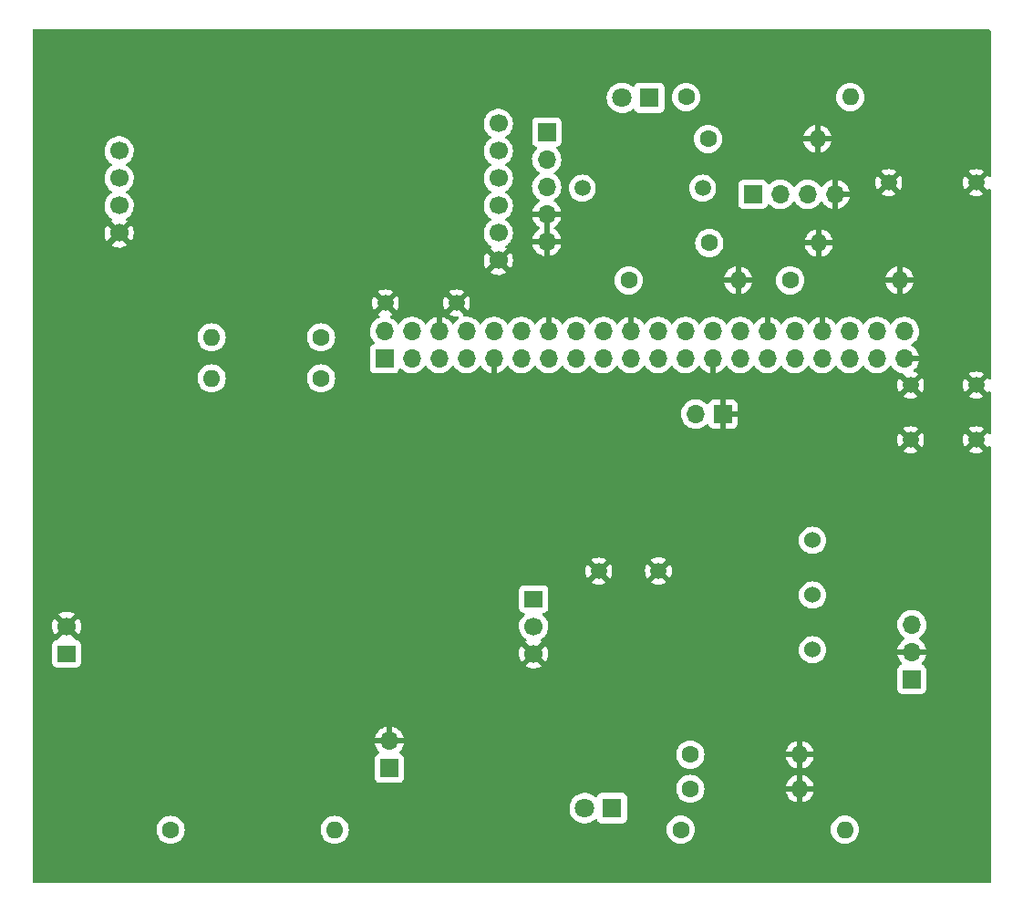
<source format=gbr>
%TF.GenerationSoftware,KiCad,Pcbnew,6.0.9-8da3e8f707~116~ubuntu20.04.1*%
%TF.CreationDate,2022-11-14T15:11:31+01:00*%
%TF.ProjectId,kosmos_V3_PCB,6b6f736d-6f73-45f5-9633-5f5043422e6b,rev?*%
%TF.SameCoordinates,Original*%
%TF.FileFunction,Copper,L1,Top*%
%TF.FilePolarity,Positive*%
%FSLAX46Y46*%
G04 Gerber Fmt 4.6, Leading zero omitted, Abs format (unit mm)*
G04 Created by KiCad (PCBNEW 6.0.9-8da3e8f707~116~ubuntu20.04.1) date 2022-11-14 15:11:31*
%MOMM*%
%LPD*%
G01*
G04 APERTURE LIST*
%TA.AperFunction,ComponentPad*%
%ADD10C,1.500000*%
%TD*%
%TA.AperFunction,ComponentPad*%
%ADD11C,1.700000*%
%TD*%
%TA.AperFunction,ComponentPad*%
%ADD12C,1.600000*%
%TD*%
%TA.AperFunction,ComponentPad*%
%ADD13O,1.600000X1.600000*%
%TD*%
%TA.AperFunction,ComponentPad*%
%ADD14R,1.700000X1.524000*%
%TD*%
%TA.AperFunction,ComponentPad*%
%ADD15C,1.524000*%
%TD*%
%TA.AperFunction,ComponentPad*%
%ADD16R,1.700000X1.700000*%
%TD*%
%TA.AperFunction,ComponentPad*%
%ADD17O,1.700000X1.700000*%
%TD*%
%TA.AperFunction,ComponentPad*%
%ADD18R,1.800000X1.800000*%
%TD*%
%TA.AperFunction,ComponentPad*%
%ADD19C,1.800000*%
%TD*%
G04 APERTURE END LIST*
D10*
%TO.P,,1*%
%TO.N,GND*%
X167640000Y-59944000D03*
%TD*%
%TO.P,REF\u002A\u002A,1*%
%TO.N,GND*%
X175768000Y-59944000D03*
%TD*%
D11*
%TO.P,U1,1,SCL*%
%TO.N,unconnected-(U1-Pad1)*%
X96185000Y-56995000D03*
%TO.P,U1,2,SDA*%
%TO.N,unconnected-(U1-Pad2)*%
X96185000Y-59535000D03*
%TO.P,U1,3,VCC*%
%TO.N,+3V3*%
X96185000Y-62075000D03*
%TO.P,U1,4,GND*%
%TO.N,GND*%
X96185000Y-64615000D03*
%TO.P,U1,5,GND*%
X131405000Y-67155000D03*
%TO.P,U1,6,VCC*%
%TO.N,+3V3*%
X131405000Y-64615000D03*
%TO.P,U1,7,SDA*%
%TO.N,GPIO2*%
X131405000Y-62075000D03*
%TO.P,U1,8,SCL*%
%TO.N,GPIO3*%
X131405000Y-59535000D03*
%TO.P,U1,9,SQW*%
%TO.N,unconnected-(U1-Pad9)*%
X131405000Y-56995000D03*
%TO.P,U1,10,32K*%
%TO.N,unconnected-(U1-Pad10)*%
X131405000Y-54455000D03*
%TD*%
D12*
%TO.P,SW3,1,1*%
%TO.N,Net-(SW3-Pad1)*%
X100965000Y-120015000D03*
D13*
%TO.P,SW3,2,2*%
%TO.N,Net-(J4-Pad1)*%
X116205000Y-120015000D03*
%TD*%
D14*
%TO.P,U2,1,S*%
%TO.N,GPIO27*%
X134680000Y-98590000D03*
D11*
%TO.P,U2,2,VCC*%
%TO.N,+5V*%
X134680000Y-101130000D03*
%TO.P,U2,3,GND*%
%TO.N,GND*%
X134680000Y-103670000D03*
D15*
%TO.P,U2,4,NO*%
%TO.N,unconnected-(U2-Pad4)*%
X160580000Y-103300000D03*
%TO.P,U2,5,COM*%
%TO.N,unconnected-(U2-Pad5)*%
X160580000Y-98220000D03*
%TO.P,U2,6,NC*%
%TO.N,unconnected-(U2-Pad6)*%
X160580000Y-93140000D03*
%TD*%
D10*
%TO.P,,1*%
%TO.N,GND*%
X140716000Y-96012000D03*
%TD*%
D14*
%TO.P,U3,1,VCC*%
%TO.N,Net-(SW3-Pad1)*%
X91298000Y-103660000D03*
D11*
%TO.P,U3,2,GND*%
%TO.N,GND*%
X91298000Y-101120000D03*
%TD*%
D10*
%TO.P,,1*%
%TO.N,GND*%
X169672000Y-78740000D03*
%TD*%
D16*
%TO.P,J1,1,3V3*%
%TO.N,+3V3*%
X120836190Y-76275000D03*
D17*
%TO.P,J1,2,5V*%
%TO.N,+5V*%
X120836190Y-73735000D03*
%TO.P,J1,3,SDA/GPIO2*%
%TO.N,GPIO2*%
X123376190Y-76275000D03*
%TO.P,J1,4,5V*%
%TO.N,+5V*%
X123376190Y-73735000D03*
%TO.P,J1,5,SCL/GPIO3*%
%TO.N,GPIO3*%
X125916190Y-76275000D03*
%TO.P,J1,6,GND*%
%TO.N,GND*%
X125916190Y-73735000D03*
%TO.P,J1,7,GCLK0/GPIO4*%
%TO.N,GPIO4*%
X128456190Y-76275000D03*
%TO.P,J1,8,GPIO14/TXD*%
%TO.N,unconnected-(J1-Pad8)*%
X128456190Y-73735000D03*
%TO.P,J1,9,GND*%
%TO.N,GND*%
X130996190Y-76275000D03*
%TO.P,J1,10,GPIO15/RXD*%
%TO.N,unconnected-(J1-Pad10)*%
X130996190Y-73735000D03*
%TO.P,J1,11,GPIO17*%
%TO.N,GPIO17*%
X133536190Y-76275000D03*
%TO.P,J1,12,GPIO18/PWM0*%
%TO.N,GPIO18*%
X133536190Y-73735000D03*
%TO.P,J1,13,GPIO27*%
%TO.N,unconnected-(J1-Pad13)*%
X136076190Y-76275000D03*
%TO.P,J1,14,GND*%
%TO.N,GND*%
X136076190Y-73735000D03*
%TO.P,J1,15,GPIO22*%
%TO.N,Net-(J1-Pad15)*%
X138616190Y-76275000D03*
%TO.P,J1,16,GPIO23*%
%TO.N,GPIO23*%
X138616190Y-73735000D03*
%TO.P,J1,17,3V3*%
%TO.N,+3V3*%
X141156190Y-76275000D03*
%TO.P,J1,18,GPIO24*%
%TO.N,unconnected-(J1-Pad18)*%
X141156190Y-73735000D03*
%TO.P,J1,19,MOSI0/GPIO10*%
%TO.N,unconnected-(J1-Pad19)*%
X143696190Y-76275000D03*
%TO.P,J1,20,GND*%
%TO.N,GND*%
X143696190Y-73735000D03*
%TO.P,J1,21,MISO0/GPIO9*%
%TO.N,unconnected-(J1-Pad21)*%
X146236190Y-76275000D03*
%TO.P,J1,22,GPIO25*%
%TO.N,GPIO25*%
X146236190Y-73735000D03*
%TO.P,J1,23,SCLK0/GPIO11*%
%TO.N,unconnected-(J1-Pad23)*%
X148776190Y-76275000D03*
%TO.P,J1,24,~{CE0}/GPIO8*%
%TO.N,unconnected-(J1-Pad24)*%
X148776190Y-73735000D03*
%TO.P,J1,25,GND*%
%TO.N,GND*%
X151316190Y-76275000D03*
%TO.P,J1,26,~{CE1}/GPIO7*%
%TO.N,unconnected-(J1-Pad26)*%
X151316190Y-73735000D03*
%TO.P,J1,27,ID_SD/GPIO0*%
%TO.N,unconnected-(J1-Pad27)*%
X153856190Y-76275000D03*
%TO.P,J1,28,ID_SC/GPIO1*%
%TO.N,unconnected-(J1-Pad28)*%
X153856190Y-73735000D03*
%TO.P,J1,29,GCLK1/GPIO5*%
%TO.N,unconnected-(J1-Pad29)*%
X156396190Y-76275000D03*
%TO.P,J1,30,GND*%
%TO.N,GND*%
X156396190Y-73735000D03*
%TO.P,J1,31,GCLK2/GPIO6*%
%TO.N,unconnected-(J1-Pad31)*%
X158936190Y-76275000D03*
%TO.P,J1,32,PWM0/GPIO12*%
%TO.N,unconnected-(J1-Pad32)*%
X158936190Y-73735000D03*
%TO.P,J1,33,PWM1/GPIO13*%
%TO.N,unconnected-(J1-Pad33)*%
X161476190Y-76275000D03*
%TO.P,J1,34,GND*%
%TO.N,GND*%
X161476190Y-73735000D03*
%TO.P,J1,35,GPIO19/MISO1*%
%TO.N,unconnected-(J1-Pad35)*%
X164016190Y-76275000D03*
%TO.P,J1,36,GPIO16*%
%TO.N,unconnected-(J1-Pad36)*%
X164016190Y-73735000D03*
%TO.P,J1,37,GPIO26*%
%TO.N,unconnected-(J1-Pad37)*%
X166556190Y-76275000D03*
%TO.P,J1,38,GPIO20/MOSI1*%
%TO.N,unconnected-(J1-Pad38)*%
X166556190Y-73735000D03*
%TO.P,J1,39,GND*%
%TO.N,GND*%
X169096190Y-76275000D03*
%TO.P,J1,40,GPIO21/SCLK1*%
%TO.N,GPIO21*%
X169096190Y-73735000D03*
%TD*%
D12*
%TO.P,R1,1*%
%TO.N,Net-(D2-Pad1)*%
X149225000Y-113030000D03*
D13*
%TO.P,R1,2*%
%TO.N,GND*%
X159385000Y-113030000D03*
%TD*%
D12*
%TO.P,R3,1*%
%TO.N,GPIO23*%
X143503810Y-69000000D03*
D13*
%TO.P,R3,2*%
%TO.N,GND*%
X153663810Y-69000000D03*
%TD*%
D10*
%TO.P,,1*%
%TO.N,GND*%
X146286834Y-95982283D03*
%TD*%
D16*
%TO.P,J5,1,Pin_1*%
%TO.N,GPIO3*%
X135890000Y-55245000D03*
D17*
%TO.P,J5,2,Pin_2*%
%TO.N,GPIO2*%
X135890000Y-57785000D03*
%TO.P,J5,3,Pin_3*%
%TO.N,+3V3*%
X135890000Y-60325000D03*
%TO.P,J5,4,Pin_4*%
%TO.N,GND*%
X135890000Y-62865000D03*
%TO.P,J5,5,Pin_5*%
X135890000Y-65405000D03*
%TD*%
D12*
%TO.P,R6,1*%
%TO.N,GPIO21*%
X158500000Y-69000000D03*
D13*
%TO.P,R6,2*%
%TO.N,GND*%
X168660000Y-69000000D03*
%TD*%
D12*
%TO.P,R4,1*%
%TO.N,GPIO17*%
X149225000Y-116205000D03*
D13*
%TO.P,R4,2*%
%TO.N,GND*%
X159385000Y-116205000D03*
%TD*%
D18*
%TO.P,D1,1,K*%
%TO.N,Net-(D1-Pad1)*%
X145420000Y-52070000D03*
D19*
%TO.P,D1,2,A*%
%TO.N,GPIO18*%
X142880000Y-52070000D03*
%TD*%
D16*
%TO.P,J4,1,Pin_1*%
%TO.N,Net-(J4-Pad1)*%
X121285000Y-114305000D03*
D17*
%TO.P,J4,2,Pin_2*%
%TO.N,GND*%
X121285000Y-111765000D03*
%TD*%
D12*
%TO.P,R8,1*%
%TO.N,+3V3*%
X114935000Y-78105000D03*
D13*
%TO.P,R8,2*%
%TO.N,GPIO2*%
X104775000Y-78105000D03*
%TD*%
D18*
%TO.P,D2,1,K*%
%TO.N,Net-(D2-Pad1)*%
X141961190Y-118000000D03*
D19*
%TO.P,D2,2,A*%
%TO.N,GPIO4*%
X139421190Y-118000000D03*
%TD*%
D10*
%TO.P,REF\u002A\u002A,1*%
%TO.N,N/C*%
X139192000Y-60452000D03*
%TD*%
D16*
%TO.P,J6,1,Pin_1*%
%TO.N,+5V*%
X169800000Y-106050000D03*
D17*
%TO.P,J6,2,Pin_2*%
%TO.N,GND*%
X169800000Y-103510000D03*
%TO.P,J6,3,Pin_3*%
%TO.N,unconnected-(J6-Pad3)*%
X169800000Y-100970000D03*
%TD*%
D12*
%TO.P,R7,1*%
%TO.N,+3V3*%
X114935000Y-74295000D03*
D13*
%TO.P,R7,2*%
%TO.N,GPIO3*%
X104775000Y-74295000D03*
%TD*%
D16*
%TO.P,J3,1,Pin_1*%
%TO.N,GPIO25*%
X155045000Y-61025000D03*
D17*
%TO.P,J3,2,Pin_2*%
%TO.N,+3V3*%
X157585000Y-61025000D03*
%TO.P,J3,3,Pin_3*%
%TO.N,GPIO21*%
X160125000Y-61025000D03*
%TO.P,J3,4,Pin_4*%
%TO.N,GND*%
X162665000Y-61025000D03*
%TD*%
D16*
%TO.P,J2,1,Pin_1*%
%TO.N,GND*%
X152275000Y-81425000D03*
D17*
%TO.P,J2,2,Pin_2*%
%TO.N,Net-(J1-Pad15)*%
X149735000Y-81425000D03*
%TD*%
D12*
%TO.P,SW1,1,1*%
%TO.N,GPIO23*%
X148844000Y-52000000D03*
D13*
%TO.P,SW1,2,2*%
%TO.N,+3V3*%
X164084000Y-52000000D03*
%TD*%
D10*
%TO.P,,1*%
%TO.N,GND*%
X120904000Y-71120000D03*
%TD*%
D12*
%TO.P,R5,1*%
%TO.N,GPIO25*%
X150995000Y-65532000D03*
D13*
%TO.P,R5,2*%
%TO.N,GND*%
X161155000Y-65532000D03*
X161155000Y-65532000D03*
%TD*%
D12*
%TO.P,SW2,1,1*%
%TO.N,GPIO17*%
X148341190Y-120000000D03*
D13*
%TO.P,SW2,2,2*%
%TO.N,+3V3*%
X163581190Y-120000000D03*
%TD*%
D10*
%TO.P,,1*%
%TO.N,GND*%
X127508000Y-71120000D03*
%TD*%
%TO.P,,1*%
%TO.N,GND*%
X175768000Y-78740000D03*
%TD*%
%TO.P,,1*%
%TO.N,GND*%
X169672000Y-83820000D03*
%TD*%
%TO.P,,1*%
%TO.N,GND*%
X175768000Y-83820000D03*
%TD*%
D12*
%TO.P,R2,1*%
%TO.N,Net-(D1-Pad1)*%
X150876000Y-55880000D03*
D13*
%TO.P,R2,2*%
%TO.N,GND*%
X161036000Y-55880000D03*
%TD*%
D10*
%TO.P,REF\u002A\u002A,1*%
%TO.N,N/C*%
X150368000Y-60452000D03*
%TD*%
%TA.AperFunction,Conductor*%
%TO.N,GND*%
G36*
X177063621Y-45740002D02*
G01*
X177110114Y-45793658D01*
X177121500Y-45846000D01*
X177121500Y-59301560D01*
X177101498Y-59369681D01*
X177047842Y-59416174D01*
X176977568Y-59426278D01*
X176912988Y-59396784D01*
X176881305Y-59354810D01*
X176863946Y-59317583D01*
X176858466Y-59308093D01*
X176829589Y-59266851D01*
X176819113Y-59258477D01*
X176805666Y-59265545D01*
X176140021Y-59931189D01*
X176132408Y-59945132D01*
X176132539Y-59946966D01*
X176136790Y-59953580D01*
X176806391Y-60623180D01*
X176818161Y-60629607D01*
X176830176Y-60620311D01*
X176858466Y-60579907D01*
X176863946Y-60570417D01*
X176881305Y-60533190D01*
X176928223Y-60479905D01*
X176996500Y-60460444D01*
X177064460Y-60480986D01*
X177110525Y-60535009D01*
X177121500Y-60586440D01*
X177121500Y-78097560D01*
X177101498Y-78165681D01*
X177047842Y-78212174D01*
X176977568Y-78222278D01*
X176912988Y-78192784D01*
X176881305Y-78150810D01*
X176863946Y-78113583D01*
X176858466Y-78104093D01*
X176829589Y-78062851D01*
X176819113Y-78054477D01*
X176805666Y-78061545D01*
X176140021Y-78727189D01*
X176132408Y-78741132D01*
X176132539Y-78742966D01*
X176136790Y-78749580D01*
X176806391Y-79419180D01*
X176818161Y-79425607D01*
X176830176Y-79416311D01*
X176858466Y-79375907D01*
X176863946Y-79366417D01*
X176881305Y-79329190D01*
X176928223Y-79275905D01*
X176996500Y-79256444D01*
X177064460Y-79276986D01*
X177110525Y-79331009D01*
X177121500Y-79382440D01*
X177121500Y-83177560D01*
X177101498Y-83245681D01*
X177047842Y-83292174D01*
X176977568Y-83302278D01*
X176912988Y-83272784D01*
X176881305Y-83230810D01*
X176863946Y-83193583D01*
X176858466Y-83184093D01*
X176829589Y-83142851D01*
X176819113Y-83134477D01*
X176805666Y-83141545D01*
X176140021Y-83807189D01*
X176132408Y-83821132D01*
X176132539Y-83822966D01*
X176136790Y-83829580D01*
X176806391Y-84499180D01*
X176818161Y-84505607D01*
X176830176Y-84496311D01*
X176858466Y-84455907D01*
X176863946Y-84446417D01*
X176881305Y-84409190D01*
X176928223Y-84355905D01*
X176996500Y-84336444D01*
X177064460Y-84356986D01*
X177110525Y-84411009D01*
X177121500Y-84462440D01*
X177121500Y-124842000D01*
X177101498Y-124910121D01*
X177047842Y-124956614D01*
X176995500Y-124968000D01*
X88264500Y-124968000D01*
X88196379Y-124947998D01*
X88149886Y-124894342D01*
X88138500Y-124842000D01*
X88138500Y-120015000D01*
X99651502Y-120015000D01*
X99671457Y-120243087D01*
X99672881Y-120248400D01*
X99672881Y-120248402D01*
X99728032Y-120454225D01*
X99730716Y-120464243D01*
X99733039Y-120469224D01*
X99733039Y-120469225D01*
X99825151Y-120666762D01*
X99825154Y-120666767D01*
X99827477Y-120671749D01*
X99830634Y-120676257D01*
X99951028Y-120848197D01*
X99958802Y-120859300D01*
X100120700Y-121021198D01*
X100125208Y-121024355D01*
X100125211Y-121024357D01*
X100203389Y-121079098D01*
X100308251Y-121152523D01*
X100313233Y-121154846D01*
X100313238Y-121154849D01*
X100510775Y-121246961D01*
X100515757Y-121249284D01*
X100521065Y-121250706D01*
X100521067Y-121250707D01*
X100731598Y-121307119D01*
X100731600Y-121307119D01*
X100736913Y-121308543D01*
X100965000Y-121328498D01*
X101193087Y-121308543D01*
X101198400Y-121307119D01*
X101198402Y-121307119D01*
X101408933Y-121250707D01*
X101408935Y-121250706D01*
X101414243Y-121249284D01*
X101419225Y-121246961D01*
X101616762Y-121154849D01*
X101616767Y-121154846D01*
X101621749Y-121152523D01*
X101726611Y-121079098D01*
X101804789Y-121024357D01*
X101804792Y-121024355D01*
X101809300Y-121021198D01*
X101971198Y-120859300D01*
X101978973Y-120848197D01*
X102099366Y-120676257D01*
X102102523Y-120671749D01*
X102104846Y-120666767D01*
X102104849Y-120666762D01*
X102196961Y-120469225D01*
X102196961Y-120469224D01*
X102199284Y-120464243D01*
X102201969Y-120454225D01*
X102257119Y-120248402D01*
X102257119Y-120248400D01*
X102258543Y-120243087D01*
X102278498Y-120015000D01*
X114891502Y-120015000D01*
X114911457Y-120243087D01*
X114912881Y-120248400D01*
X114912881Y-120248402D01*
X114968032Y-120454225D01*
X114970716Y-120464243D01*
X114973039Y-120469224D01*
X114973039Y-120469225D01*
X115065151Y-120666762D01*
X115065154Y-120666767D01*
X115067477Y-120671749D01*
X115070634Y-120676257D01*
X115191028Y-120848197D01*
X115198802Y-120859300D01*
X115360700Y-121021198D01*
X115365208Y-121024355D01*
X115365211Y-121024357D01*
X115443389Y-121079098D01*
X115548251Y-121152523D01*
X115553233Y-121154846D01*
X115553238Y-121154849D01*
X115750775Y-121246961D01*
X115755757Y-121249284D01*
X115761065Y-121250706D01*
X115761067Y-121250707D01*
X115971598Y-121307119D01*
X115971600Y-121307119D01*
X115976913Y-121308543D01*
X116205000Y-121328498D01*
X116433087Y-121308543D01*
X116438400Y-121307119D01*
X116438402Y-121307119D01*
X116648933Y-121250707D01*
X116648935Y-121250706D01*
X116654243Y-121249284D01*
X116659225Y-121246961D01*
X116856762Y-121154849D01*
X116856767Y-121154846D01*
X116861749Y-121152523D01*
X116966611Y-121079098D01*
X117044789Y-121024357D01*
X117044792Y-121024355D01*
X117049300Y-121021198D01*
X117211198Y-120859300D01*
X117218973Y-120848197D01*
X117339366Y-120676257D01*
X117342523Y-120671749D01*
X117344846Y-120666767D01*
X117344849Y-120666762D01*
X117436961Y-120469225D01*
X117436961Y-120469224D01*
X117439284Y-120464243D01*
X117441969Y-120454225D01*
X117497119Y-120248402D01*
X117497119Y-120248400D01*
X117498543Y-120243087D01*
X117518498Y-120015000D01*
X117517186Y-120000000D01*
X147027692Y-120000000D01*
X147047647Y-120228087D01*
X147106906Y-120449243D01*
X147109229Y-120454224D01*
X147109229Y-120454225D01*
X147201341Y-120651762D01*
X147201344Y-120651767D01*
X147203667Y-120656749D01*
X147334992Y-120844300D01*
X147496890Y-121006198D01*
X147501398Y-121009355D01*
X147501401Y-121009357D01*
X147579579Y-121064098D01*
X147684441Y-121137523D01*
X147689423Y-121139846D01*
X147689428Y-121139849D01*
X147886965Y-121231961D01*
X147891947Y-121234284D01*
X147897255Y-121235706D01*
X147897257Y-121235707D01*
X148107788Y-121292119D01*
X148107790Y-121292119D01*
X148113103Y-121293543D01*
X148341190Y-121313498D01*
X148569277Y-121293543D01*
X148574590Y-121292119D01*
X148574592Y-121292119D01*
X148785123Y-121235707D01*
X148785125Y-121235706D01*
X148790433Y-121234284D01*
X148795415Y-121231961D01*
X148992952Y-121139849D01*
X148992957Y-121139846D01*
X148997939Y-121137523D01*
X149102801Y-121064098D01*
X149180979Y-121009357D01*
X149180982Y-121009355D01*
X149185490Y-121006198D01*
X149347388Y-120844300D01*
X149478713Y-120656749D01*
X149481036Y-120651767D01*
X149481039Y-120651762D01*
X149573151Y-120454225D01*
X149573151Y-120454224D01*
X149575474Y-120449243D01*
X149634733Y-120228087D01*
X149654688Y-120000000D01*
X162267692Y-120000000D01*
X162287647Y-120228087D01*
X162346906Y-120449243D01*
X162349229Y-120454224D01*
X162349229Y-120454225D01*
X162441341Y-120651762D01*
X162441344Y-120651767D01*
X162443667Y-120656749D01*
X162574992Y-120844300D01*
X162736890Y-121006198D01*
X162741398Y-121009355D01*
X162741401Y-121009357D01*
X162819579Y-121064098D01*
X162924441Y-121137523D01*
X162929423Y-121139846D01*
X162929428Y-121139849D01*
X163126965Y-121231961D01*
X163131947Y-121234284D01*
X163137255Y-121235706D01*
X163137257Y-121235707D01*
X163347788Y-121292119D01*
X163347790Y-121292119D01*
X163353103Y-121293543D01*
X163581190Y-121313498D01*
X163809277Y-121293543D01*
X163814590Y-121292119D01*
X163814592Y-121292119D01*
X164025123Y-121235707D01*
X164025125Y-121235706D01*
X164030433Y-121234284D01*
X164035415Y-121231961D01*
X164232952Y-121139849D01*
X164232957Y-121139846D01*
X164237939Y-121137523D01*
X164342801Y-121064098D01*
X164420979Y-121009357D01*
X164420982Y-121009355D01*
X164425490Y-121006198D01*
X164587388Y-120844300D01*
X164718713Y-120656749D01*
X164721036Y-120651767D01*
X164721039Y-120651762D01*
X164813151Y-120454225D01*
X164813151Y-120454224D01*
X164815474Y-120449243D01*
X164874733Y-120228087D01*
X164894688Y-120000000D01*
X164874733Y-119771913D01*
X164819493Y-119565757D01*
X164816897Y-119556067D01*
X164816896Y-119556065D01*
X164815474Y-119550757D01*
X164813151Y-119545775D01*
X164721039Y-119348238D01*
X164721036Y-119348233D01*
X164718713Y-119343251D01*
X164597891Y-119170700D01*
X164590547Y-119160211D01*
X164590545Y-119160208D01*
X164587388Y-119155700D01*
X164425490Y-118993802D01*
X164420982Y-118990645D01*
X164420979Y-118990643D01*
X164314385Y-118916005D01*
X164237939Y-118862477D01*
X164232957Y-118860154D01*
X164232952Y-118860151D01*
X164035415Y-118768039D01*
X164035414Y-118768039D01*
X164030433Y-118765716D01*
X164025125Y-118764294D01*
X164025123Y-118764293D01*
X163814592Y-118707881D01*
X163814590Y-118707881D01*
X163809277Y-118706457D01*
X163581190Y-118686502D01*
X163353103Y-118706457D01*
X163347790Y-118707881D01*
X163347788Y-118707881D01*
X163137257Y-118764293D01*
X163137255Y-118764294D01*
X163131947Y-118765716D01*
X163126966Y-118768039D01*
X163126965Y-118768039D01*
X162929428Y-118860151D01*
X162929423Y-118860154D01*
X162924441Y-118862477D01*
X162847995Y-118916005D01*
X162741401Y-118990643D01*
X162741398Y-118990645D01*
X162736890Y-118993802D01*
X162574992Y-119155700D01*
X162571835Y-119160208D01*
X162571833Y-119160211D01*
X162564489Y-119170700D01*
X162443667Y-119343251D01*
X162441344Y-119348233D01*
X162441341Y-119348238D01*
X162349229Y-119545775D01*
X162346906Y-119550757D01*
X162345484Y-119556065D01*
X162345483Y-119556067D01*
X162342887Y-119565757D01*
X162287647Y-119771913D01*
X162267692Y-120000000D01*
X149654688Y-120000000D01*
X149634733Y-119771913D01*
X149579493Y-119565757D01*
X149576897Y-119556067D01*
X149576896Y-119556065D01*
X149575474Y-119550757D01*
X149573151Y-119545775D01*
X149481039Y-119348238D01*
X149481036Y-119348233D01*
X149478713Y-119343251D01*
X149357891Y-119170700D01*
X149350547Y-119160211D01*
X149350545Y-119160208D01*
X149347388Y-119155700D01*
X149185490Y-118993802D01*
X149180982Y-118990645D01*
X149180979Y-118990643D01*
X149074385Y-118916005D01*
X148997939Y-118862477D01*
X148992957Y-118860154D01*
X148992952Y-118860151D01*
X148795415Y-118768039D01*
X148795414Y-118768039D01*
X148790433Y-118765716D01*
X148785125Y-118764294D01*
X148785123Y-118764293D01*
X148574592Y-118707881D01*
X148574590Y-118707881D01*
X148569277Y-118706457D01*
X148341190Y-118686502D01*
X148113103Y-118706457D01*
X148107790Y-118707881D01*
X148107788Y-118707881D01*
X147897257Y-118764293D01*
X147897255Y-118764294D01*
X147891947Y-118765716D01*
X147886966Y-118768039D01*
X147886965Y-118768039D01*
X147689428Y-118860151D01*
X147689423Y-118860154D01*
X147684441Y-118862477D01*
X147607995Y-118916005D01*
X147501401Y-118990643D01*
X147501398Y-118990645D01*
X147496890Y-118993802D01*
X147334992Y-119155700D01*
X147331835Y-119160208D01*
X147331833Y-119160211D01*
X147324489Y-119170700D01*
X147203667Y-119343251D01*
X147201344Y-119348233D01*
X147201341Y-119348238D01*
X147109229Y-119545775D01*
X147106906Y-119550757D01*
X147105484Y-119556065D01*
X147105483Y-119556067D01*
X147102887Y-119565757D01*
X147047647Y-119771913D01*
X147027692Y-120000000D01*
X117517186Y-120000000D01*
X117498543Y-119786913D01*
X117439284Y-119565757D01*
X117434766Y-119556067D01*
X117344849Y-119363238D01*
X117344846Y-119363233D01*
X117342523Y-119358251D01*
X117211198Y-119170700D01*
X117049300Y-119008802D01*
X117044792Y-119005645D01*
X117044789Y-119005643D01*
X116957777Y-118944717D01*
X116861749Y-118877477D01*
X116856767Y-118875154D01*
X116856762Y-118875151D01*
X116659225Y-118783039D01*
X116659224Y-118783039D01*
X116654243Y-118780716D01*
X116648935Y-118779294D01*
X116648933Y-118779293D01*
X116438402Y-118722881D01*
X116438400Y-118722881D01*
X116433087Y-118721457D01*
X116205000Y-118701502D01*
X115976913Y-118721457D01*
X115971600Y-118722881D01*
X115971598Y-118722881D01*
X115761067Y-118779293D01*
X115761065Y-118779294D01*
X115755757Y-118780716D01*
X115750776Y-118783039D01*
X115750775Y-118783039D01*
X115553238Y-118875151D01*
X115553233Y-118875154D01*
X115548251Y-118877477D01*
X115452223Y-118944717D01*
X115365211Y-119005643D01*
X115365208Y-119005645D01*
X115360700Y-119008802D01*
X115198802Y-119170700D01*
X115067477Y-119358251D01*
X115065154Y-119363233D01*
X115065151Y-119363238D01*
X114975234Y-119556067D01*
X114970716Y-119565757D01*
X114911457Y-119786913D01*
X114891502Y-120015000D01*
X102278498Y-120015000D01*
X102258543Y-119786913D01*
X102199284Y-119565757D01*
X102194766Y-119556067D01*
X102104849Y-119363238D01*
X102104846Y-119363233D01*
X102102523Y-119358251D01*
X101971198Y-119170700D01*
X101809300Y-119008802D01*
X101804792Y-119005645D01*
X101804789Y-119005643D01*
X101717777Y-118944717D01*
X101621749Y-118877477D01*
X101616767Y-118875154D01*
X101616762Y-118875151D01*
X101419225Y-118783039D01*
X101419224Y-118783039D01*
X101414243Y-118780716D01*
X101408935Y-118779294D01*
X101408933Y-118779293D01*
X101198402Y-118722881D01*
X101198400Y-118722881D01*
X101193087Y-118721457D01*
X100965000Y-118701502D01*
X100736913Y-118721457D01*
X100731600Y-118722881D01*
X100731598Y-118722881D01*
X100521067Y-118779293D01*
X100521065Y-118779294D01*
X100515757Y-118780716D01*
X100510776Y-118783039D01*
X100510775Y-118783039D01*
X100313238Y-118875151D01*
X100313233Y-118875154D01*
X100308251Y-118877477D01*
X100212223Y-118944717D01*
X100125211Y-119005643D01*
X100125208Y-119005645D01*
X100120700Y-119008802D01*
X99958802Y-119170700D01*
X99827477Y-119358251D01*
X99825154Y-119363233D01*
X99825151Y-119363238D01*
X99735234Y-119556067D01*
X99730716Y-119565757D01*
X99671457Y-119786913D01*
X99651502Y-120015000D01*
X88138500Y-120015000D01*
X88138500Y-117965469D01*
X138008285Y-117965469D01*
X138021617Y-118196697D01*
X138022754Y-118201743D01*
X138022755Y-118201749D01*
X138054931Y-118344523D01*
X138072536Y-118422642D01*
X138159674Y-118637237D01*
X138280691Y-118834719D01*
X138432337Y-119009784D01*
X138610539Y-119157730D01*
X138810512Y-119274584D01*
X139026884Y-119357209D01*
X139031950Y-119358240D01*
X139031951Y-119358240D01*
X139056517Y-119363238D01*
X139253846Y-119403385D01*
X139383279Y-119408131D01*
X139480139Y-119411683D01*
X139480143Y-119411683D01*
X139485303Y-119411872D01*
X139490423Y-119411216D01*
X139490425Y-119411216D01*
X139564356Y-119401745D01*
X139715037Y-119382442D01*
X139719985Y-119380957D01*
X139719992Y-119380956D01*
X139931937Y-119317369D01*
X139936880Y-119315886D01*
X140017426Y-119276427D01*
X140140239Y-119216262D01*
X140140242Y-119216260D01*
X140144874Y-119213991D01*
X140333433Y-119079494D01*
X140378499Y-119034585D01*
X140440871Y-119000669D01*
X140511677Y-119005857D01*
X140568439Y-119048503D01*
X140585421Y-119079607D01*
X140610575Y-119146705D01*
X140697929Y-119263261D01*
X140814485Y-119350615D01*
X140950874Y-119401745D01*
X141013056Y-119408500D01*
X142909324Y-119408500D01*
X142971506Y-119401745D01*
X143107895Y-119350615D01*
X143224451Y-119263261D01*
X143311805Y-119146705D01*
X143362935Y-119010316D01*
X143369690Y-118948134D01*
X143369690Y-117051866D01*
X143362935Y-116989684D01*
X143311805Y-116853295D01*
X143224451Y-116736739D01*
X143107895Y-116649385D01*
X142971506Y-116598255D01*
X142909324Y-116591500D01*
X141013056Y-116591500D01*
X140950874Y-116598255D01*
X140814485Y-116649385D01*
X140697929Y-116736739D01*
X140610575Y-116853295D01*
X140607423Y-116861703D01*
X140607422Y-116861705D01*
X140586728Y-116916906D01*
X140544087Y-116973671D01*
X140477525Y-116998371D01*
X140408176Y-116983164D01*
X140385357Y-116966666D01*
X140385077Y-116966358D01*
X140258327Y-116866257D01*
X140207367Y-116826011D01*
X140207362Y-116826008D01*
X140203313Y-116822810D01*
X140198797Y-116820317D01*
X140198794Y-116820315D01*
X140005069Y-116713373D01*
X140005065Y-116713371D01*
X140000545Y-116710876D01*
X139995676Y-116709152D01*
X139995672Y-116709150D01*
X139787093Y-116635288D01*
X139787089Y-116635287D01*
X139782218Y-116633562D01*
X139777125Y-116632655D01*
X139777122Y-116632654D01*
X139559285Y-116593851D01*
X139559279Y-116593850D01*
X139554196Y-116592945D01*
X139481286Y-116592054D01*
X139327771Y-116590179D01*
X139327769Y-116590179D01*
X139322601Y-116590116D01*
X139093654Y-116625150D01*
X138873504Y-116697106D01*
X138868916Y-116699494D01*
X138868912Y-116699496D01*
X138672651Y-116801663D01*
X138668062Y-116804052D01*
X138663929Y-116807155D01*
X138663926Y-116807157D01*
X138486980Y-116940012D01*
X138482845Y-116943117D01*
X138322829Y-117110564D01*
X138192309Y-117301899D01*
X138094792Y-117511981D01*
X138032897Y-117735169D01*
X138008285Y-117965469D01*
X88138500Y-117965469D01*
X88138500Y-116205000D01*
X147911502Y-116205000D01*
X147931457Y-116433087D01*
X147932881Y-116438400D01*
X147932881Y-116438402D01*
X147985175Y-116633562D01*
X147990716Y-116654243D01*
X147993039Y-116659224D01*
X147993039Y-116659225D01*
X148085151Y-116856762D01*
X148085154Y-116856767D01*
X148087477Y-116861749D01*
X148218802Y-117049300D01*
X148380700Y-117211198D01*
X148385208Y-117214355D01*
X148385211Y-117214357D01*
X148463389Y-117269098D01*
X148568251Y-117342523D01*
X148573233Y-117344846D01*
X148573238Y-117344849D01*
X148769765Y-117436490D01*
X148775757Y-117439284D01*
X148781065Y-117440706D01*
X148781067Y-117440707D01*
X148991598Y-117497119D01*
X148991600Y-117497119D01*
X148996913Y-117498543D01*
X149225000Y-117518498D01*
X149453087Y-117498543D01*
X149458400Y-117497119D01*
X149458402Y-117497119D01*
X149668933Y-117440707D01*
X149668935Y-117440706D01*
X149674243Y-117439284D01*
X149680235Y-117436490D01*
X149876762Y-117344849D01*
X149876767Y-117344846D01*
X149881749Y-117342523D01*
X149986611Y-117269098D01*
X150064789Y-117214357D01*
X150064792Y-117214355D01*
X150069300Y-117211198D01*
X150231198Y-117049300D01*
X150362523Y-116861749D01*
X150364846Y-116856767D01*
X150364849Y-116856762D01*
X150456961Y-116659225D01*
X150456961Y-116659224D01*
X150459284Y-116654243D01*
X150464826Y-116633562D01*
X150508245Y-116471522D01*
X158102273Y-116471522D01*
X158149764Y-116648761D01*
X158153510Y-116659053D01*
X158245586Y-116856511D01*
X158251069Y-116866007D01*
X158376028Y-117044467D01*
X158383084Y-117052875D01*
X158537125Y-117206916D01*
X158545533Y-117213972D01*
X158723993Y-117338931D01*
X158733489Y-117344414D01*
X158930947Y-117436490D01*
X158941239Y-117440236D01*
X159113503Y-117486394D01*
X159127599Y-117486058D01*
X159131000Y-117478116D01*
X159131000Y-117472967D01*
X159639000Y-117472967D01*
X159642973Y-117486498D01*
X159651522Y-117487727D01*
X159828761Y-117440236D01*
X159839053Y-117436490D01*
X160036511Y-117344414D01*
X160046007Y-117338931D01*
X160224467Y-117213972D01*
X160232875Y-117206916D01*
X160386916Y-117052875D01*
X160393972Y-117044467D01*
X160518931Y-116866007D01*
X160524414Y-116856511D01*
X160616490Y-116659053D01*
X160620236Y-116648761D01*
X160666394Y-116476497D01*
X160666058Y-116462401D01*
X160658116Y-116459000D01*
X159657115Y-116459000D01*
X159641876Y-116463475D01*
X159640671Y-116464865D01*
X159639000Y-116472548D01*
X159639000Y-117472967D01*
X159131000Y-117472967D01*
X159131000Y-116477115D01*
X159126525Y-116461876D01*
X159125135Y-116460671D01*
X159117452Y-116459000D01*
X158117033Y-116459000D01*
X158103502Y-116462973D01*
X158102273Y-116471522D01*
X150508245Y-116471522D01*
X150517119Y-116438402D01*
X150517119Y-116438400D01*
X150518543Y-116433087D01*
X150538498Y-116205000D01*
X150518543Y-115976913D01*
X150508244Y-115938478D01*
X150506911Y-115933503D01*
X158103606Y-115933503D01*
X158103942Y-115947599D01*
X158111884Y-115951000D01*
X159112885Y-115951000D01*
X159128124Y-115946525D01*
X159129329Y-115945135D01*
X159131000Y-115937452D01*
X159131000Y-115932885D01*
X159639000Y-115932885D01*
X159643475Y-115948124D01*
X159644865Y-115949329D01*
X159652548Y-115951000D01*
X160652967Y-115951000D01*
X160666498Y-115947027D01*
X160667727Y-115938478D01*
X160620236Y-115761239D01*
X160616490Y-115750947D01*
X160524414Y-115553489D01*
X160518931Y-115543993D01*
X160393972Y-115365533D01*
X160386916Y-115357125D01*
X160232875Y-115203084D01*
X160224467Y-115196028D01*
X160046007Y-115071069D01*
X160036511Y-115065586D01*
X159839053Y-114973510D01*
X159828761Y-114969764D01*
X159656497Y-114923606D01*
X159642401Y-114923942D01*
X159639000Y-114931884D01*
X159639000Y-115932885D01*
X159131000Y-115932885D01*
X159131000Y-114937033D01*
X159127027Y-114923502D01*
X159118478Y-114922273D01*
X158941239Y-114969764D01*
X158930947Y-114973510D01*
X158733489Y-115065586D01*
X158723993Y-115071069D01*
X158545533Y-115196028D01*
X158537125Y-115203084D01*
X158383084Y-115357125D01*
X158376028Y-115365533D01*
X158251069Y-115543993D01*
X158245586Y-115553489D01*
X158153510Y-115750947D01*
X158149764Y-115761239D01*
X158103606Y-115933503D01*
X150506911Y-115933503D01*
X150460707Y-115761067D01*
X150460706Y-115761065D01*
X150459284Y-115755757D01*
X150413512Y-115657598D01*
X150364849Y-115553238D01*
X150364846Y-115553233D01*
X150362523Y-115548251D01*
X150231198Y-115360700D01*
X150069300Y-115198802D01*
X150064792Y-115195645D01*
X150064789Y-115195643D01*
X149986611Y-115140902D01*
X149881749Y-115067477D01*
X149876767Y-115065154D01*
X149876762Y-115065151D01*
X149679225Y-114973039D01*
X149679224Y-114973039D01*
X149674243Y-114970716D01*
X149668935Y-114969294D01*
X149668933Y-114969293D01*
X149458402Y-114912881D01*
X149458400Y-114912881D01*
X149453087Y-114911457D01*
X149225000Y-114891502D01*
X148996913Y-114911457D01*
X148991600Y-114912881D01*
X148991598Y-114912881D01*
X148781067Y-114969293D01*
X148781065Y-114969294D01*
X148775757Y-114970716D01*
X148770776Y-114973039D01*
X148770775Y-114973039D01*
X148573238Y-115065151D01*
X148573233Y-115065154D01*
X148568251Y-115067477D01*
X148463389Y-115140902D01*
X148385211Y-115195643D01*
X148385208Y-115195645D01*
X148380700Y-115198802D01*
X148218802Y-115360700D01*
X148087477Y-115548251D01*
X148085154Y-115553233D01*
X148085151Y-115553238D01*
X148036488Y-115657598D01*
X147990716Y-115755757D01*
X147989294Y-115761065D01*
X147989293Y-115761067D01*
X147941756Y-115938478D01*
X147931457Y-115976913D01*
X147911502Y-116205000D01*
X88138500Y-116205000D01*
X88138500Y-115203134D01*
X119926500Y-115203134D01*
X119933255Y-115265316D01*
X119984385Y-115401705D01*
X120071739Y-115518261D01*
X120188295Y-115605615D01*
X120324684Y-115656745D01*
X120386866Y-115663500D01*
X122183134Y-115663500D01*
X122245316Y-115656745D01*
X122381705Y-115605615D01*
X122498261Y-115518261D01*
X122585615Y-115401705D01*
X122636745Y-115265316D01*
X122643500Y-115203134D01*
X122643500Y-113406866D01*
X122636745Y-113344684D01*
X122585615Y-113208295D01*
X122498261Y-113091739D01*
X122415883Y-113030000D01*
X147911502Y-113030000D01*
X147931457Y-113258087D01*
X147932881Y-113263400D01*
X147932881Y-113263402D01*
X147971323Y-113406866D01*
X147990716Y-113479243D01*
X147993039Y-113484224D01*
X147993039Y-113484225D01*
X148085151Y-113681762D01*
X148085154Y-113681767D01*
X148087477Y-113686749D01*
X148218802Y-113874300D01*
X148380700Y-114036198D01*
X148385208Y-114039355D01*
X148385211Y-114039357D01*
X148463389Y-114094098D01*
X148568251Y-114167523D01*
X148573233Y-114169846D01*
X148573238Y-114169849D01*
X148769765Y-114261490D01*
X148775757Y-114264284D01*
X148781065Y-114265706D01*
X148781067Y-114265707D01*
X148991598Y-114322119D01*
X148991600Y-114322119D01*
X148996913Y-114323543D01*
X149225000Y-114343498D01*
X149453087Y-114323543D01*
X149458400Y-114322119D01*
X149458402Y-114322119D01*
X149668933Y-114265707D01*
X149668935Y-114265706D01*
X149674243Y-114264284D01*
X149680235Y-114261490D01*
X149876762Y-114169849D01*
X149876767Y-114169846D01*
X149881749Y-114167523D01*
X149986611Y-114094098D01*
X150064789Y-114039357D01*
X150064792Y-114039355D01*
X150069300Y-114036198D01*
X150231198Y-113874300D01*
X150362523Y-113686749D01*
X150364846Y-113681767D01*
X150364849Y-113681762D01*
X150456961Y-113484225D01*
X150456961Y-113484224D01*
X150459284Y-113479243D01*
X150478678Y-113406866D01*
X150508245Y-113296522D01*
X158102273Y-113296522D01*
X158149764Y-113473761D01*
X158153510Y-113484053D01*
X158245586Y-113681511D01*
X158251069Y-113691007D01*
X158376028Y-113869467D01*
X158383084Y-113877875D01*
X158537125Y-114031916D01*
X158545533Y-114038972D01*
X158723993Y-114163931D01*
X158733489Y-114169414D01*
X158930947Y-114261490D01*
X158941239Y-114265236D01*
X159113503Y-114311394D01*
X159127599Y-114311058D01*
X159131000Y-114303116D01*
X159131000Y-114297967D01*
X159639000Y-114297967D01*
X159642973Y-114311498D01*
X159651522Y-114312727D01*
X159828761Y-114265236D01*
X159839053Y-114261490D01*
X160036511Y-114169414D01*
X160046007Y-114163931D01*
X160224467Y-114038972D01*
X160232875Y-114031916D01*
X160386916Y-113877875D01*
X160393972Y-113869467D01*
X160518931Y-113691007D01*
X160524414Y-113681511D01*
X160616490Y-113484053D01*
X160620236Y-113473761D01*
X160666394Y-113301497D01*
X160666058Y-113287401D01*
X160658116Y-113284000D01*
X159657115Y-113284000D01*
X159641876Y-113288475D01*
X159640671Y-113289865D01*
X159639000Y-113297548D01*
X159639000Y-114297967D01*
X159131000Y-114297967D01*
X159131000Y-113302115D01*
X159126525Y-113286876D01*
X159125135Y-113285671D01*
X159117452Y-113284000D01*
X158117033Y-113284000D01*
X158103502Y-113287973D01*
X158102273Y-113296522D01*
X150508245Y-113296522D01*
X150517119Y-113263402D01*
X150517119Y-113263400D01*
X150518543Y-113258087D01*
X150538498Y-113030000D01*
X150518543Y-112801913D01*
X150508244Y-112763478D01*
X150506911Y-112758503D01*
X158103606Y-112758503D01*
X158103942Y-112772599D01*
X158111884Y-112776000D01*
X159112885Y-112776000D01*
X159128124Y-112771525D01*
X159129329Y-112770135D01*
X159131000Y-112762452D01*
X159131000Y-112757885D01*
X159639000Y-112757885D01*
X159643475Y-112773124D01*
X159644865Y-112774329D01*
X159652548Y-112776000D01*
X160652967Y-112776000D01*
X160666498Y-112772027D01*
X160667727Y-112763478D01*
X160620236Y-112586239D01*
X160616490Y-112575947D01*
X160524414Y-112378489D01*
X160518931Y-112368993D01*
X160393972Y-112190533D01*
X160386916Y-112182125D01*
X160232875Y-112028084D01*
X160224467Y-112021028D01*
X160046007Y-111896069D01*
X160036511Y-111890586D01*
X159839053Y-111798510D01*
X159828761Y-111794764D01*
X159656497Y-111748606D01*
X159642401Y-111748942D01*
X159639000Y-111756884D01*
X159639000Y-112757885D01*
X159131000Y-112757885D01*
X159131000Y-111762033D01*
X159127027Y-111748502D01*
X159118478Y-111747273D01*
X158941239Y-111794764D01*
X158930947Y-111798510D01*
X158733489Y-111890586D01*
X158723993Y-111896069D01*
X158545533Y-112021028D01*
X158537125Y-112028084D01*
X158383084Y-112182125D01*
X158376028Y-112190533D01*
X158251069Y-112368993D01*
X158245586Y-112378489D01*
X158153510Y-112575947D01*
X158149764Y-112586239D01*
X158103606Y-112758503D01*
X150506911Y-112758503D01*
X150460707Y-112586067D01*
X150460706Y-112586065D01*
X150459284Y-112580757D01*
X150455993Y-112573699D01*
X150364849Y-112378238D01*
X150364846Y-112378233D01*
X150362523Y-112373251D01*
X150231198Y-112185700D01*
X150069300Y-112023802D01*
X150064792Y-112020645D01*
X150064789Y-112020643D01*
X149986611Y-111965902D01*
X149881749Y-111892477D01*
X149876767Y-111890154D01*
X149876762Y-111890151D01*
X149679225Y-111798039D01*
X149679224Y-111798039D01*
X149674243Y-111795716D01*
X149668935Y-111794294D01*
X149668933Y-111794293D01*
X149458402Y-111737881D01*
X149458400Y-111737881D01*
X149453087Y-111736457D01*
X149225000Y-111716502D01*
X148996913Y-111736457D01*
X148991600Y-111737881D01*
X148991598Y-111737881D01*
X148781067Y-111794293D01*
X148781065Y-111794294D01*
X148775757Y-111795716D01*
X148770776Y-111798039D01*
X148770775Y-111798039D01*
X148573238Y-111890151D01*
X148573233Y-111890154D01*
X148568251Y-111892477D01*
X148463389Y-111965902D01*
X148385211Y-112020643D01*
X148385208Y-112020645D01*
X148380700Y-112023802D01*
X148218802Y-112185700D01*
X148087477Y-112373251D01*
X148085154Y-112378233D01*
X148085151Y-112378238D01*
X147994007Y-112573699D01*
X147990716Y-112580757D01*
X147989294Y-112586065D01*
X147989293Y-112586067D01*
X147941756Y-112763478D01*
X147931457Y-112801913D01*
X147911502Y-113030000D01*
X122415883Y-113030000D01*
X122381705Y-113004385D01*
X122262687Y-112959767D01*
X122205923Y-112917125D01*
X122181223Y-112850564D01*
X122196430Y-112781215D01*
X122217977Y-112752535D01*
X122319052Y-112651812D01*
X122325730Y-112643965D01*
X122450003Y-112471020D01*
X122455313Y-112462183D01*
X122549670Y-112271267D01*
X122553469Y-112261672D01*
X122615377Y-112057910D01*
X122617555Y-112047837D01*
X122618986Y-112036962D01*
X122616775Y-112022778D01*
X122603617Y-112019000D01*
X119968225Y-112019000D01*
X119954694Y-112022973D01*
X119953257Y-112032966D01*
X119983565Y-112167446D01*
X119986645Y-112177275D01*
X120066770Y-112374603D01*
X120071413Y-112383794D01*
X120182694Y-112565388D01*
X120188777Y-112573699D01*
X120328213Y-112734667D01*
X120335577Y-112741879D01*
X120340522Y-112745985D01*
X120380156Y-112804889D01*
X120381653Y-112875870D01*
X120344537Y-112936392D01*
X120304264Y-112960910D01*
X120196705Y-113001232D01*
X120196704Y-113001233D01*
X120188295Y-113004385D01*
X120071739Y-113091739D01*
X119984385Y-113208295D01*
X119933255Y-113344684D01*
X119926500Y-113406866D01*
X119926500Y-115203134D01*
X88138500Y-115203134D01*
X88138500Y-111499183D01*
X119949389Y-111499183D01*
X119950912Y-111507607D01*
X119963292Y-111511000D01*
X121012885Y-111511000D01*
X121028124Y-111506525D01*
X121029329Y-111505135D01*
X121031000Y-111497452D01*
X121031000Y-111492885D01*
X121539000Y-111492885D01*
X121543475Y-111508124D01*
X121544865Y-111509329D01*
X121552548Y-111511000D01*
X122603344Y-111511000D01*
X122616875Y-111507027D01*
X122618180Y-111497947D01*
X122576214Y-111330875D01*
X122572894Y-111321124D01*
X122487972Y-111125814D01*
X122483105Y-111116739D01*
X122367426Y-110937926D01*
X122361136Y-110929757D01*
X122217806Y-110772240D01*
X122210273Y-110765215D01*
X122043139Y-110633222D01*
X122034552Y-110627517D01*
X121848117Y-110524599D01*
X121838705Y-110520369D01*
X121637959Y-110449280D01*
X121627988Y-110446646D01*
X121556837Y-110433972D01*
X121543540Y-110435432D01*
X121539000Y-110449989D01*
X121539000Y-111492885D01*
X121031000Y-111492885D01*
X121031000Y-110448102D01*
X121027082Y-110434758D01*
X121012806Y-110432771D01*
X120974324Y-110438660D01*
X120964288Y-110441051D01*
X120761868Y-110507212D01*
X120752359Y-110511209D01*
X120563463Y-110609542D01*
X120554738Y-110615036D01*
X120384433Y-110742905D01*
X120376726Y-110749748D01*
X120229590Y-110903717D01*
X120223104Y-110911727D01*
X120103098Y-111087649D01*
X120098000Y-111096623D01*
X120008338Y-111289783D01*
X120004775Y-111299470D01*
X119949389Y-111499183D01*
X88138500Y-111499183D01*
X88138500Y-106948134D01*
X168441500Y-106948134D01*
X168448255Y-107010316D01*
X168499385Y-107146705D01*
X168586739Y-107263261D01*
X168703295Y-107350615D01*
X168839684Y-107401745D01*
X168901866Y-107408500D01*
X170698134Y-107408500D01*
X170760316Y-107401745D01*
X170896705Y-107350615D01*
X171013261Y-107263261D01*
X171100615Y-107146705D01*
X171151745Y-107010316D01*
X171158500Y-106948134D01*
X171158500Y-105151866D01*
X171151745Y-105089684D01*
X171100615Y-104953295D01*
X171013261Y-104836739D01*
X170896705Y-104749385D01*
X170777687Y-104704767D01*
X170720923Y-104662125D01*
X170696223Y-104595564D01*
X170711430Y-104526215D01*
X170732977Y-104497535D01*
X170834052Y-104396812D01*
X170840730Y-104388965D01*
X170965003Y-104216020D01*
X170970313Y-104207183D01*
X171064670Y-104016267D01*
X171068469Y-104006672D01*
X171130377Y-103802910D01*
X171132555Y-103792837D01*
X171133986Y-103781962D01*
X171131775Y-103767778D01*
X171118617Y-103764000D01*
X168483225Y-103764000D01*
X168469694Y-103767973D01*
X168468257Y-103777966D01*
X168498565Y-103912446D01*
X168501645Y-103922275D01*
X168581770Y-104119603D01*
X168586413Y-104128794D01*
X168697694Y-104310388D01*
X168703777Y-104318699D01*
X168843213Y-104479667D01*
X168850577Y-104486879D01*
X168855522Y-104490985D01*
X168895156Y-104549889D01*
X168896653Y-104620870D01*
X168859537Y-104681392D01*
X168819264Y-104705910D01*
X168711705Y-104746232D01*
X168711704Y-104746233D01*
X168703295Y-104749385D01*
X168586739Y-104836739D01*
X168499385Y-104953295D01*
X168448255Y-105089684D01*
X168441500Y-105151866D01*
X168441500Y-106948134D01*
X88138500Y-106948134D01*
X88138500Y-104470134D01*
X89939500Y-104470134D01*
X89946255Y-104532316D01*
X89997385Y-104668705D01*
X90084739Y-104785261D01*
X90201295Y-104872615D01*
X90337684Y-104923745D01*
X90399866Y-104930500D01*
X92196134Y-104930500D01*
X92258316Y-104923745D01*
X92394705Y-104872615D01*
X92498462Y-104794853D01*
X133919977Y-104794853D01*
X133925258Y-104801907D01*
X134086756Y-104896279D01*
X134096042Y-104900729D01*
X134295001Y-104976703D01*
X134304899Y-104979579D01*
X134513595Y-105022038D01*
X134523823Y-105023257D01*
X134736650Y-105031062D01*
X134746936Y-105030595D01*
X134958185Y-105003534D01*
X134968262Y-105001392D01*
X135172255Y-104940191D01*
X135181842Y-104936433D01*
X135373098Y-104842738D01*
X135381944Y-104837465D01*
X135429247Y-104803723D01*
X135437648Y-104793023D01*
X135430660Y-104779870D01*
X134692812Y-104042022D01*
X134678868Y-104034408D01*
X134677035Y-104034539D01*
X134670420Y-104038790D01*
X133926737Y-104782473D01*
X133919977Y-104794853D01*
X92498462Y-104794853D01*
X92511261Y-104785261D01*
X92598615Y-104668705D01*
X92649745Y-104532316D01*
X92656500Y-104470134D01*
X92656500Y-103641863D01*
X133318050Y-103641863D01*
X133330309Y-103854477D01*
X133331745Y-103864697D01*
X133378565Y-104072446D01*
X133381645Y-104082275D01*
X133461770Y-104279603D01*
X133466413Y-104288794D01*
X133546460Y-104419420D01*
X133556916Y-104428880D01*
X133565694Y-104425096D01*
X134307978Y-103682812D01*
X134314356Y-103671132D01*
X135044408Y-103671132D01*
X135044539Y-103672965D01*
X135048790Y-103679580D01*
X135790474Y-104421264D01*
X135802484Y-104427823D01*
X135814223Y-104418855D01*
X135845004Y-104376019D01*
X135850315Y-104367180D01*
X135944670Y-104176267D01*
X135948469Y-104166672D01*
X136010376Y-103962915D01*
X136012555Y-103952834D01*
X136040590Y-103739887D01*
X136041109Y-103733212D01*
X136042572Y-103673364D01*
X136042378Y-103666646D01*
X136024781Y-103452604D01*
X136023096Y-103442424D01*
X135987321Y-103300000D01*
X159304647Y-103300000D01*
X159324022Y-103521463D01*
X159381560Y-103736196D01*
X159383882Y-103741177D01*
X159383883Y-103741178D01*
X159473186Y-103932689D01*
X159473189Y-103932694D01*
X159475512Y-103937676D01*
X159478668Y-103942183D01*
X159478669Y-103942185D01*
X159569879Y-104072446D01*
X159603023Y-104119781D01*
X159760219Y-104276977D01*
X159764727Y-104280134D01*
X159764730Y-104280136D01*
X159819804Y-104318699D01*
X159942323Y-104404488D01*
X159947305Y-104406811D01*
X159947310Y-104406814D01*
X160138822Y-104496117D01*
X160143804Y-104498440D01*
X160149112Y-104499862D01*
X160149114Y-104499863D01*
X160214949Y-104517503D01*
X160358537Y-104555978D01*
X160580000Y-104575353D01*
X160801463Y-104555978D01*
X160945051Y-104517503D01*
X161010886Y-104499863D01*
X161010888Y-104499862D01*
X161016196Y-104498440D01*
X161021178Y-104496117D01*
X161212690Y-104406814D01*
X161212695Y-104406811D01*
X161217677Y-104404488D01*
X161340196Y-104318699D01*
X161395270Y-104280136D01*
X161395273Y-104280134D01*
X161399781Y-104276977D01*
X161556977Y-104119781D01*
X161590122Y-104072446D01*
X161681331Y-103942185D01*
X161681332Y-103942183D01*
X161684488Y-103937676D01*
X161686811Y-103932694D01*
X161686814Y-103932689D01*
X161776117Y-103741178D01*
X161776118Y-103741177D01*
X161778440Y-103736196D01*
X161835978Y-103521463D01*
X161855353Y-103300000D01*
X161835978Y-103078537D01*
X161791353Y-102911995D01*
X161779863Y-102869114D01*
X161779862Y-102869112D01*
X161778440Y-102863804D01*
X161742945Y-102787684D01*
X161686814Y-102667311D01*
X161686811Y-102667306D01*
X161684488Y-102662324D01*
X161680569Y-102656727D01*
X161560136Y-102484730D01*
X161560134Y-102484727D01*
X161556977Y-102480219D01*
X161399781Y-102323023D01*
X161395273Y-102319866D01*
X161395270Y-102319864D01*
X161290378Y-102246418D01*
X161217677Y-102195512D01*
X161212695Y-102193189D01*
X161212690Y-102193186D01*
X161021178Y-102103883D01*
X161021177Y-102103882D01*
X161016196Y-102101560D01*
X161010888Y-102100138D01*
X161010886Y-102100137D01*
X160945051Y-102082497D01*
X160801463Y-102044022D01*
X160580000Y-102024647D01*
X160358537Y-102044022D01*
X160214949Y-102082497D01*
X160149114Y-102100137D01*
X160149112Y-102100138D01*
X160143804Y-102101560D01*
X160138823Y-102103882D01*
X160138822Y-102103883D01*
X159947311Y-102193186D01*
X159947306Y-102193189D01*
X159942324Y-102195512D01*
X159937817Y-102198668D01*
X159937815Y-102198669D01*
X159764730Y-102319864D01*
X159764727Y-102319866D01*
X159760219Y-102323023D01*
X159603023Y-102480219D01*
X159599866Y-102484727D01*
X159599864Y-102484730D01*
X159479431Y-102656727D01*
X159475512Y-102662324D01*
X159473189Y-102667306D01*
X159473186Y-102667311D01*
X159417055Y-102787684D01*
X159381560Y-102863804D01*
X159380138Y-102869112D01*
X159380137Y-102869114D01*
X159368647Y-102911995D01*
X159324022Y-103078537D01*
X159304647Y-103300000D01*
X135987321Y-103300000D01*
X135971214Y-103235875D01*
X135967894Y-103226124D01*
X135882972Y-103030814D01*
X135878105Y-103021739D01*
X135813063Y-102921197D01*
X135802377Y-102911995D01*
X135792812Y-102916398D01*
X135052022Y-103657188D01*
X135044408Y-103671132D01*
X134314356Y-103671132D01*
X134315592Y-103668868D01*
X134315461Y-103667035D01*
X134311210Y-103660420D01*
X133569849Y-102919059D01*
X133558313Y-102912759D01*
X133546031Y-102922382D01*
X133498089Y-102992662D01*
X133493004Y-103001613D01*
X133403338Y-103194783D01*
X133399775Y-103204470D01*
X133342864Y-103409681D01*
X133340933Y-103419800D01*
X133318302Y-103631574D01*
X133318050Y-103641863D01*
X92656500Y-103641863D01*
X92656500Y-102849866D01*
X92649745Y-102787684D01*
X92598615Y-102651295D01*
X92511261Y-102534739D01*
X92394705Y-102447385D01*
X92258316Y-102396255D01*
X92196134Y-102389500D01*
X92181509Y-102389500D01*
X92113388Y-102369498D01*
X92066895Y-102315842D01*
X92056070Y-102251622D01*
X92056697Y-102244999D01*
X92048660Y-102229870D01*
X91310812Y-101492022D01*
X91296868Y-101484408D01*
X91295035Y-101484539D01*
X91288420Y-101488790D01*
X90544737Y-102232473D01*
X90537122Y-102246418D01*
X90537701Y-102254512D01*
X90522609Y-102323886D01*
X90472407Y-102374088D01*
X90412022Y-102389500D01*
X90399866Y-102389500D01*
X90337684Y-102396255D01*
X90201295Y-102447385D01*
X90084739Y-102534739D01*
X89997385Y-102651295D01*
X89946255Y-102787684D01*
X89939500Y-102849866D01*
X89939500Y-104470134D01*
X88138500Y-104470134D01*
X88138500Y-101091863D01*
X89936050Y-101091863D01*
X89948309Y-101304477D01*
X89949745Y-101314697D01*
X89996565Y-101522446D01*
X89999645Y-101532275D01*
X90079770Y-101729603D01*
X90084413Y-101738794D01*
X90164460Y-101869420D01*
X90174916Y-101878880D01*
X90183694Y-101875096D01*
X90925978Y-101132812D01*
X90932356Y-101121132D01*
X91662408Y-101121132D01*
X91662539Y-101122965D01*
X91666790Y-101129580D01*
X92408474Y-101871264D01*
X92420484Y-101877823D01*
X92432223Y-101868855D01*
X92463004Y-101826019D01*
X92468315Y-101817180D01*
X92562670Y-101626267D01*
X92566469Y-101616672D01*
X92628376Y-101412915D01*
X92630555Y-101402834D01*
X92658590Y-101189887D01*
X92659109Y-101183212D01*
X92660572Y-101123364D01*
X92660378Y-101116646D01*
X92658738Y-101096695D01*
X133317251Y-101096695D01*
X133317548Y-101101848D01*
X133317548Y-101101851D01*
X133326841Y-101263023D01*
X133330110Y-101319715D01*
X133331247Y-101324761D01*
X133331248Y-101324767D01*
X133348842Y-101402834D01*
X133379222Y-101537639D01*
X133463266Y-101744616D01*
X133465965Y-101749020D01*
X133539400Y-101868855D01*
X133579987Y-101935088D01*
X133726250Y-102103938D01*
X133898126Y-102246632D01*
X133911611Y-102254512D01*
X133971955Y-102289774D01*
X134020679Y-102341412D01*
X134033750Y-102411195D01*
X134007019Y-102476967D01*
X133966562Y-102510327D01*
X133958460Y-102514544D01*
X133949734Y-102520039D01*
X133929677Y-102535099D01*
X133921223Y-102546427D01*
X133927968Y-102558758D01*
X134667188Y-103297978D01*
X134681132Y-103305592D01*
X134682965Y-103305461D01*
X134689580Y-103301210D01*
X135433389Y-102557401D01*
X135440410Y-102544544D01*
X135433611Y-102535213D01*
X135429559Y-102532521D01*
X135392602Y-102512120D01*
X135342631Y-102461687D01*
X135327859Y-102392245D01*
X135352975Y-102325839D01*
X135380327Y-102299232D01*
X135447074Y-102251622D01*
X135559860Y-102171173D01*
X135718096Y-102013489D01*
X135765701Y-101947240D01*
X135845435Y-101836277D01*
X135848453Y-101832077D01*
X135899099Y-101729603D01*
X135945136Y-101636453D01*
X135945137Y-101636451D01*
X135947430Y-101631811D01*
X136012370Y-101418069D01*
X136041529Y-101196590D01*
X136043156Y-101130000D01*
X136027264Y-100936695D01*
X168437251Y-100936695D01*
X168437548Y-100941848D01*
X168437548Y-100941851D01*
X168446180Y-101091562D01*
X168450110Y-101159715D01*
X168451247Y-101164761D01*
X168451248Y-101164767D01*
X168458420Y-101196590D01*
X168499222Y-101377639D01*
X168583266Y-101584616D01*
X168585965Y-101589020D01*
X168684013Y-101749020D01*
X168699987Y-101775088D01*
X168846250Y-101943938D01*
X169018126Y-102086632D01*
X169047648Y-102103883D01*
X169091955Y-102129774D01*
X169140679Y-102181412D01*
X169153750Y-102251195D01*
X169127019Y-102316967D01*
X169086562Y-102350327D01*
X169078457Y-102354546D01*
X169069738Y-102360036D01*
X168899433Y-102487905D01*
X168891726Y-102494748D01*
X168744590Y-102648717D01*
X168738104Y-102656727D01*
X168618098Y-102832649D01*
X168613000Y-102841623D01*
X168523338Y-103034783D01*
X168519775Y-103044470D01*
X168464389Y-103244183D01*
X168465912Y-103252607D01*
X168478292Y-103256000D01*
X171118344Y-103256000D01*
X171131875Y-103252027D01*
X171133180Y-103242947D01*
X171091214Y-103075875D01*
X171087894Y-103066124D01*
X171002972Y-102870814D01*
X170998105Y-102861739D01*
X170882426Y-102682926D01*
X170876136Y-102674757D01*
X170732806Y-102517240D01*
X170725273Y-102510215D01*
X170558139Y-102378222D01*
X170549556Y-102372520D01*
X170512602Y-102352120D01*
X170462631Y-102301687D01*
X170447859Y-102232245D01*
X170472975Y-102165839D01*
X170500327Y-102139232D01*
X170545178Y-102107240D01*
X170679860Y-102011173D01*
X170838096Y-101853489D01*
X170856816Y-101827438D01*
X170965435Y-101676277D01*
X170968453Y-101672077D01*
X170986060Y-101636453D01*
X171065136Y-101476453D01*
X171065137Y-101476451D01*
X171067430Y-101471811D01*
X171112106Y-101324767D01*
X171130865Y-101263023D01*
X171130865Y-101263021D01*
X171132370Y-101258069D01*
X171161529Y-101036590D01*
X171163156Y-100970000D01*
X171144852Y-100747361D01*
X171090431Y-100530702D01*
X171001354Y-100325840D01*
X170880014Y-100138277D01*
X170729670Y-99973051D01*
X170725619Y-99969852D01*
X170725615Y-99969848D01*
X170558414Y-99837800D01*
X170558410Y-99837798D01*
X170554359Y-99834598D01*
X170358789Y-99726638D01*
X170353920Y-99724914D01*
X170353916Y-99724912D01*
X170153087Y-99653795D01*
X170153083Y-99653794D01*
X170148212Y-99652069D01*
X170143119Y-99651162D01*
X170143116Y-99651161D01*
X169933373Y-99613800D01*
X169933367Y-99613799D01*
X169928284Y-99612894D01*
X169854452Y-99611992D01*
X169710081Y-99610228D01*
X169710079Y-99610228D01*
X169704911Y-99610165D01*
X169484091Y-99643955D01*
X169271756Y-99713357D01*
X169241443Y-99729137D01*
X169102155Y-99801646D01*
X169073607Y-99816507D01*
X169069474Y-99819610D01*
X169069471Y-99819612D01*
X168905652Y-99942611D01*
X168894965Y-99950635D01*
X168853005Y-99994544D01*
X168745031Y-100107532D01*
X168740629Y-100112138D01*
X168614743Y-100296680D01*
X168567715Y-100397993D01*
X168533484Y-100471739D01*
X168520688Y-100499305D01*
X168460989Y-100714570D01*
X168437251Y-100936695D01*
X136027264Y-100936695D01*
X136024852Y-100907361D01*
X135970431Y-100690702D01*
X135881354Y-100485840D01*
X135805805Y-100369059D01*
X135762822Y-100302617D01*
X135762820Y-100302614D01*
X135760014Y-100298277D01*
X135609670Y-100133051D01*
X135544177Y-100081327D01*
X135503115Y-100023412D01*
X135499883Y-99952489D01*
X135535508Y-99891078D01*
X135598679Y-99858675D01*
X135608661Y-99857184D01*
X135617126Y-99856264D01*
X135640316Y-99853745D01*
X135776705Y-99802615D01*
X135893261Y-99715261D01*
X135980615Y-99598705D01*
X136031745Y-99462316D01*
X136038500Y-99400134D01*
X136038500Y-98220000D01*
X159304647Y-98220000D01*
X159324022Y-98441463D01*
X159381560Y-98656196D01*
X159383882Y-98661177D01*
X159383883Y-98661178D01*
X159473186Y-98852689D01*
X159473189Y-98852694D01*
X159475512Y-98857676D01*
X159603023Y-99039781D01*
X159760219Y-99196977D01*
X159764727Y-99200134D01*
X159764730Y-99200136D01*
X159840495Y-99253187D01*
X159942323Y-99324488D01*
X159947305Y-99326811D01*
X159947310Y-99326814D01*
X160138822Y-99416117D01*
X160143804Y-99418440D01*
X160149112Y-99419862D01*
X160149114Y-99419863D01*
X160214949Y-99437503D01*
X160358537Y-99475978D01*
X160580000Y-99495353D01*
X160801463Y-99475978D01*
X160945051Y-99437503D01*
X161010886Y-99419863D01*
X161010888Y-99419862D01*
X161016196Y-99418440D01*
X161021178Y-99416117D01*
X161212690Y-99326814D01*
X161212695Y-99326811D01*
X161217677Y-99324488D01*
X161319505Y-99253187D01*
X161395270Y-99200136D01*
X161395273Y-99200134D01*
X161399781Y-99196977D01*
X161556977Y-99039781D01*
X161684488Y-98857676D01*
X161686811Y-98852694D01*
X161686814Y-98852689D01*
X161776117Y-98661178D01*
X161776118Y-98661177D01*
X161778440Y-98656196D01*
X161835978Y-98441463D01*
X161855353Y-98220000D01*
X161835978Y-97998537D01*
X161778440Y-97783804D01*
X161747608Y-97717684D01*
X161686814Y-97587311D01*
X161686811Y-97587306D01*
X161684488Y-97582324D01*
X161607182Y-97471919D01*
X161560136Y-97404730D01*
X161560134Y-97404727D01*
X161556977Y-97400219D01*
X161399781Y-97243023D01*
X161395273Y-97239866D01*
X161395270Y-97239864D01*
X161290651Y-97166609D01*
X161217677Y-97115512D01*
X161212695Y-97113189D01*
X161212690Y-97113186D01*
X161021178Y-97023883D01*
X161021177Y-97023882D01*
X161016196Y-97021560D01*
X161010888Y-97020138D01*
X161010886Y-97020137D01*
X160945051Y-97002497D01*
X160801463Y-96964022D01*
X160580000Y-96944647D01*
X160358537Y-96964022D01*
X160214949Y-97002497D01*
X160149114Y-97020137D01*
X160149112Y-97020138D01*
X160143804Y-97021560D01*
X160138823Y-97023882D01*
X160138822Y-97023883D01*
X159947311Y-97113186D01*
X159947306Y-97113189D01*
X159942324Y-97115512D01*
X159937817Y-97118668D01*
X159937815Y-97118669D01*
X159764730Y-97239864D01*
X159764727Y-97239866D01*
X159760219Y-97243023D01*
X159603023Y-97400219D01*
X159599866Y-97404727D01*
X159599864Y-97404730D01*
X159552818Y-97471919D01*
X159475512Y-97582324D01*
X159473189Y-97587306D01*
X159473186Y-97587311D01*
X159412392Y-97717684D01*
X159381560Y-97783804D01*
X159324022Y-97998537D01*
X159304647Y-98220000D01*
X136038500Y-98220000D01*
X136038500Y-97779866D01*
X136031745Y-97717684D01*
X135980615Y-97581295D01*
X135893261Y-97464739D01*
X135776705Y-97377385D01*
X135640316Y-97326255D01*
X135578134Y-97319500D01*
X133781866Y-97319500D01*
X133719684Y-97326255D01*
X133583295Y-97377385D01*
X133466739Y-97464739D01*
X133379385Y-97581295D01*
X133328255Y-97717684D01*
X133321500Y-97779866D01*
X133321500Y-99400134D01*
X133328255Y-99462316D01*
X133379385Y-99598705D01*
X133466739Y-99715261D01*
X133583295Y-99802615D01*
X133719684Y-99853745D01*
X133741248Y-99856088D01*
X133749691Y-99857005D01*
X133815253Y-99884248D01*
X133855679Y-99942611D01*
X133858133Y-100013565D01*
X133821837Y-100074583D01*
X133811745Y-100083020D01*
X133774965Y-100110635D01*
X133620629Y-100272138D01*
X133617715Y-100276410D01*
X133617714Y-100276411D01*
X133602798Y-100298277D01*
X133494743Y-100456680D01*
X133400688Y-100659305D01*
X133340989Y-100874570D01*
X133317251Y-101096695D01*
X92658738Y-101096695D01*
X92642781Y-100902604D01*
X92641096Y-100892424D01*
X92589214Y-100685875D01*
X92585894Y-100676124D01*
X92500972Y-100480814D01*
X92496105Y-100471739D01*
X92431063Y-100371197D01*
X92420377Y-100361995D01*
X92410812Y-100366398D01*
X91670022Y-101107188D01*
X91662408Y-101121132D01*
X90932356Y-101121132D01*
X90933592Y-101118868D01*
X90933461Y-101117035D01*
X90929210Y-101110420D01*
X90187849Y-100369059D01*
X90176313Y-100362759D01*
X90164031Y-100372382D01*
X90116089Y-100442662D01*
X90111004Y-100451613D01*
X90021338Y-100644783D01*
X90017775Y-100654470D01*
X89960864Y-100859681D01*
X89958933Y-100869800D01*
X89936302Y-101081574D01*
X89936050Y-101091863D01*
X88138500Y-101091863D01*
X88138500Y-99996427D01*
X90539223Y-99996427D01*
X90545968Y-100008758D01*
X91285188Y-100747978D01*
X91299132Y-100755592D01*
X91300965Y-100755461D01*
X91307580Y-100751210D01*
X92051389Y-100007401D01*
X92058410Y-99994544D01*
X92051611Y-99985213D01*
X92047554Y-99982518D01*
X91861117Y-99879599D01*
X91851705Y-99875369D01*
X91650959Y-99804280D01*
X91640989Y-99801646D01*
X91431327Y-99764301D01*
X91421073Y-99763331D01*
X91208116Y-99760728D01*
X91197832Y-99761448D01*
X90987321Y-99793661D01*
X90977293Y-99796050D01*
X90774868Y-99862212D01*
X90765359Y-99866209D01*
X90576466Y-99964540D01*
X90567734Y-99970039D01*
X90547677Y-99985099D01*
X90539223Y-99996427D01*
X88138500Y-99996427D01*
X88138500Y-97062161D01*
X140030393Y-97062161D01*
X140039687Y-97074175D01*
X140080088Y-97102464D01*
X140089584Y-97107947D01*
X140279113Y-97196326D01*
X140289405Y-97200072D01*
X140491401Y-97254196D01*
X140502196Y-97256099D01*
X140710525Y-97274326D01*
X140721475Y-97274326D01*
X140929804Y-97256099D01*
X140940599Y-97254196D01*
X141142595Y-97200072D01*
X141152887Y-97196326D01*
X141342416Y-97107947D01*
X141351912Y-97102464D01*
X141393148Y-97073590D01*
X141401523Y-97063112D01*
X141394457Y-97049668D01*
X141377233Y-97032444D01*
X145601227Y-97032444D01*
X145610521Y-97044458D01*
X145650922Y-97072747D01*
X145660418Y-97078230D01*
X145849947Y-97166609D01*
X145860239Y-97170355D01*
X146062235Y-97224479D01*
X146073030Y-97226382D01*
X146281359Y-97244609D01*
X146292309Y-97244609D01*
X146500638Y-97226382D01*
X146511433Y-97224479D01*
X146713429Y-97170355D01*
X146723721Y-97166609D01*
X146913250Y-97078230D01*
X146922746Y-97072747D01*
X146963982Y-97043873D01*
X146972357Y-97033395D01*
X146965291Y-97019951D01*
X146299645Y-96354304D01*
X146285702Y-96346691D01*
X146283868Y-96346822D01*
X146277254Y-96351073D01*
X145607654Y-97020674D01*
X145601227Y-97032444D01*
X141377233Y-97032444D01*
X140728811Y-96384021D01*
X140714868Y-96376408D01*
X140713034Y-96376539D01*
X140706420Y-96380790D01*
X140036820Y-97050391D01*
X140030393Y-97062161D01*
X88138500Y-97062161D01*
X88138500Y-96017475D01*
X139453674Y-96017475D01*
X139471901Y-96225804D01*
X139473804Y-96236599D01*
X139527928Y-96438595D01*
X139531674Y-96448887D01*
X139620054Y-96638417D01*
X139625534Y-96647907D01*
X139654411Y-96689149D01*
X139664887Y-96697523D01*
X139678334Y-96690455D01*
X140343979Y-96024811D01*
X140350356Y-96013132D01*
X141080408Y-96013132D01*
X141080539Y-96014966D01*
X141084790Y-96021580D01*
X141754391Y-96691180D01*
X141766161Y-96697607D01*
X141778176Y-96688311D01*
X141806466Y-96647907D01*
X141811946Y-96638417D01*
X141900326Y-96448887D01*
X141904072Y-96438595D01*
X141958196Y-96236599D01*
X141960099Y-96225804D01*
X141978326Y-96017475D01*
X141978326Y-96006525D01*
X141976684Y-95987758D01*
X145024508Y-95987758D01*
X145042735Y-96196087D01*
X145044638Y-96206882D01*
X145098762Y-96408878D01*
X145102508Y-96419170D01*
X145190888Y-96608700D01*
X145196368Y-96618190D01*
X145225245Y-96659432D01*
X145235721Y-96667806D01*
X145249168Y-96660738D01*
X145914813Y-95995094D01*
X145921190Y-95983415D01*
X146651242Y-95983415D01*
X146651373Y-95985249D01*
X146655624Y-95991863D01*
X147325225Y-96661463D01*
X147336995Y-96667890D01*
X147349010Y-96658594D01*
X147377300Y-96618190D01*
X147382780Y-96608700D01*
X147471160Y-96419170D01*
X147474906Y-96408878D01*
X147529030Y-96206882D01*
X147530933Y-96196087D01*
X147549160Y-95987758D01*
X147549160Y-95976808D01*
X147530933Y-95768479D01*
X147529030Y-95757684D01*
X147474906Y-95555688D01*
X147471160Y-95545396D01*
X147382780Y-95355866D01*
X147377300Y-95346376D01*
X147348423Y-95305134D01*
X147337947Y-95296760D01*
X147324500Y-95303828D01*
X146658855Y-95969472D01*
X146651242Y-95983415D01*
X145921190Y-95983415D01*
X145922426Y-95981151D01*
X145922295Y-95979317D01*
X145918044Y-95972703D01*
X145248443Y-95303103D01*
X145236673Y-95296676D01*
X145224658Y-95305972D01*
X145196368Y-95346376D01*
X145190888Y-95355866D01*
X145102508Y-95545396D01*
X145098762Y-95555688D01*
X145044638Y-95757684D01*
X145042735Y-95768479D01*
X145024508Y-95976808D01*
X145024508Y-95987758D01*
X141976684Y-95987758D01*
X141960099Y-95798196D01*
X141958196Y-95787401D01*
X141904072Y-95585405D01*
X141900326Y-95575113D01*
X141811946Y-95385583D01*
X141806466Y-95376093D01*
X141777589Y-95334851D01*
X141767113Y-95326477D01*
X141753666Y-95333545D01*
X141088021Y-95999189D01*
X141080408Y-96013132D01*
X140350356Y-96013132D01*
X140351592Y-96010868D01*
X140351461Y-96009034D01*
X140347210Y-96002420D01*
X139677609Y-95332820D01*
X139665839Y-95326393D01*
X139653824Y-95335689D01*
X139625534Y-95376093D01*
X139620054Y-95385583D01*
X139531674Y-95575113D01*
X139527928Y-95585405D01*
X139473804Y-95787401D01*
X139471901Y-95798196D01*
X139453674Y-96006525D01*
X139453674Y-96017475D01*
X88138500Y-96017475D01*
X88138500Y-94960887D01*
X140030477Y-94960887D01*
X140037545Y-94974334D01*
X140703189Y-95639979D01*
X140717132Y-95647592D01*
X140718966Y-95647461D01*
X140725580Y-95643210D01*
X141395180Y-94973609D01*
X141401607Y-94961839D01*
X141392313Y-94949825D01*
X141365671Y-94931170D01*
X145601311Y-94931170D01*
X145608379Y-94944617D01*
X146274023Y-95610262D01*
X146287966Y-95617875D01*
X146289800Y-95617744D01*
X146296414Y-95613493D01*
X146966014Y-94943892D01*
X146972441Y-94932122D01*
X146963147Y-94920108D01*
X146922746Y-94891819D01*
X146913250Y-94886336D01*
X146723721Y-94797957D01*
X146713429Y-94794211D01*
X146511433Y-94740087D01*
X146500638Y-94738184D01*
X146292309Y-94719957D01*
X146281359Y-94719957D01*
X146073030Y-94738184D01*
X146062235Y-94740087D01*
X145860239Y-94794211D01*
X145849947Y-94797957D01*
X145660417Y-94886337D01*
X145650927Y-94891817D01*
X145609685Y-94920694D01*
X145601311Y-94931170D01*
X141365671Y-94931170D01*
X141351912Y-94921536D01*
X141342416Y-94916053D01*
X141152887Y-94827674D01*
X141142595Y-94823928D01*
X140940599Y-94769804D01*
X140929804Y-94767901D01*
X140721475Y-94749674D01*
X140710525Y-94749674D01*
X140502196Y-94767901D01*
X140491401Y-94769804D01*
X140289405Y-94823928D01*
X140279113Y-94827674D01*
X140089583Y-94916054D01*
X140080093Y-94921534D01*
X140038851Y-94950411D01*
X140030477Y-94960887D01*
X88138500Y-94960887D01*
X88138500Y-93140000D01*
X159304647Y-93140000D01*
X159324022Y-93361463D01*
X159381560Y-93576196D01*
X159383882Y-93581177D01*
X159383883Y-93581178D01*
X159473186Y-93772689D01*
X159473189Y-93772694D01*
X159475512Y-93777676D01*
X159603023Y-93959781D01*
X159760219Y-94116977D01*
X159764727Y-94120134D01*
X159764730Y-94120136D01*
X159840495Y-94173187D01*
X159942323Y-94244488D01*
X159947305Y-94246811D01*
X159947310Y-94246814D01*
X160138822Y-94336117D01*
X160143804Y-94338440D01*
X160149112Y-94339862D01*
X160149114Y-94339863D01*
X160214949Y-94357503D01*
X160358537Y-94395978D01*
X160580000Y-94415353D01*
X160801463Y-94395978D01*
X160945051Y-94357503D01*
X161010886Y-94339863D01*
X161010888Y-94339862D01*
X161016196Y-94338440D01*
X161021178Y-94336117D01*
X161212690Y-94246814D01*
X161212695Y-94246811D01*
X161217677Y-94244488D01*
X161319505Y-94173187D01*
X161395270Y-94120136D01*
X161395273Y-94120134D01*
X161399781Y-94116977D01*
X161556977Y-93959781D01*
X161684488Y-93777676D01*
X161686811Y-93772694D01*
X161686814Y-93772689D01*
X161776117Y-93581178D01*
X161776118Y-93581177D01*
X161778440Y-93576196D01*
X161835978Y-93361463D01*
X161855353Y-93140000D01*
X161835978Y-92918537D01*
X161778440Y-92703804D01*
X161776117Y-92698822D01*
X161686814Y-92507311D01*
X161686811Y-92507306D01*
X161684488Y-92502324D01*
X161556977Y-92320219D01*
X161399781Y-92163023D01*
X161395273Y-92159866D01*
X161395270Y-92159864D01*
X161319505Y-92106813D01*
X161217677Y-92035512D01*
X161212695Y-92033189D01*
X161212690Y-92033186D01*
X161021178Y-91943883D01*
X161021177Y-91943882D01*
X161016196Y-91941560D01*
X161010888Y-91940138D01*
X161010886Y-91940137D01*
X160945051Y-91922497D01*
X160801463Y-91884022D01*
X160580000Y-91864647D01*
X160358537Y-91884022D01*
X160214949Y-91922497D01*
X160149114Y-91940137D01*
X160149112Y-91940138D01*
X160143804Y-91941560D01*
X160138823Y-91943882D01*
X160138822Y-91943883D01*
X159947311Y-92033186D01*
X159947306Y-92033189D01*
X159942324Y-92035512D01*
X159937817Y-92038668D01*
X159937815Y-92038669D01*
X159764730Y-92159864D01*
X159764727Y-92159866D01*
X159760219Y-92163023D01*
X159603023Y-92320219D01*
X159475512Y-92502324D01*
X159473189Y-92507306D01*
X159473186Y-92507311D01*
X159383883Y-92698822D01*
X159381560Y-92703804D01*
X159324022Y-92918537D01*
X159304647Y-93140000D01*
X88138500Y-93140000D01*
X88138500Y-84870161D01*
X168986393Y-84870161D01*
X168995687Y-84882175D01*
X169036088Y-84910464D01*
X169045584Y-84915947D01*
X169235113Y-85004326D01*
X169245405Y-85008072D01*
X169447401Y-85062196D01*
X169458196Y-85064099D01*
X169666525Y-85082326D01*
X169677475Y-85082326D01*
X169885804Y-85064099D01*
X169896599Y-85062196D01*
X170098595Y-85008072D01*
X170108887Y-85004326D01*
X170298416Y-84915947D01*
X170307912Y-84910464D01*
X170349148Y-84881590D01*
X170357523Y-84871112D01*
X170357023Y-84870161D01*
X175082393Y-84870161D01*
X175091687Y-84882175D01*
X175132088Y-84910464D01*
X175141584Y-84915947D01*
X175331113Y-85004326D01*
X175341405Y-85008072D01*
X175543401Y-85062196D01*
X175554196Y-85064099D01*
X175762525Y-85082326D01*
X175773475Y-85082326D01*
X175981804Y-85064099D01*
X175992599Y-85062196D01*
X176194595Y-85008072D01*
X176204887Y-85004326D01*
X176394416Y-84915947D01*
X176403912Y-84910464D01*
X176445148Y-84881590D01*
X176453523Y-84871112D01*
X176446457Y-84857668D01*
X175780811Y-84192021D01*
X175766868Y-84184408D01*
X175765034Y-84184539D01*
X175758420Y-84188790D01*
X175088820Y-84858391D01*
X175082393Y-84870161D01*
X170357023Y-84870161D01*
X170350457Y-84857668D01*
X169684811Y-84192021D01*
X169670868Y-84184408D01*
X169669034Y-84184539D01*
X169662420Y-84188790D01*
X168992820Y-84858391D01*
X168986393Y-84870161D01*
X88138500Y-84870161D01*
X88138500Y-83825475D01*
X168409674Y-83825475D01*
X168427901Y-84033804D01*
X168429804Y-84044599D01*
X168483928Y-84246595D01*
X168487674Y-84256887D01*
X168576054Y-84446417D01*
X168581534Y-84455907D01*
X168610411Y-84497149D01*
X168620887Y-84505523D01*
X168634334Y-84498455D01*
X169299979Y-83832811D01*
X169306356Y-83821132D01*
X170036408Y-83821132D01*
X170036539Y-83822966D01*
X170040790Y-83829580D01*
X170710391Y-84499180D01*
X170722161Y-84505607D01*
X170734176Y-84496311D01*
X170762466Y-84455907D01*
X170767946Y-84446417D01*
X170856326Y-84256887D01*
X170860072Y-84246595D01*
X170914196Y-84044599D01*
X170916099Y-84033804D01*
X170934326Y-83825475D01*
X174505674Y-83825475D01*
X174523901Y-84033804D01*
X174525804Y-84044599D01*
X174579928Y-84246595D01*
X174583674Y-84256887D01*
X174672054Y-84446417D01*
X174677534Y-84455907D01*
X174706411Y-84497149D01*
X174716887Y-84505523D01*
X174730334Y-84498455D01*
X175395979Y-83832811D01*
X175403592Y-83818868D01*
X175403461Y-83817034D01*
X175399210Y-83810420D01*
X174729609Y-83140820D01*
X174717839Y-83134393D01*
X174705824Y-83143689D01*
X174677534Y-83184093D01*
X174672054Y-83193583D01*
X174583674Y-83383113D01*
X174579928Y-83393405D01*
X174525804Y-83595401D01*
X174523901Y-83606196D01*
X174505674Y-83814525D01*
X174505674Y-83825475D01*
X170934326Y-83825475D01*
X170934326Y-83814525D01*
X170916099Y-83606196D01*
X170914196Y-83595401D01*
X170860072Y-83393405D01*
X170856326Y-83383113D01*
X170767946Y-83193583D01*
X170762466Y-83184093D01*
X170733589Y-83142851D01*
X170723113Y-83134477D01*
X170709666Y-83141545D01*
X170044021Y-83807189D01*
X170036408Y-83821132D01*
X169306356Y-83821132D01*
X169307592Y-83818868D01*
X169307461Y-83817034D01*
X169303210Y-83810420D01*
X168633609Y-83140820D01*
X168621839Y-83134393D01*
X168609824Y-83143689D01*
X168581534Y-83184093D01*
X168576054Y-83193583D01*
X168487674Y-83383113D01*
X168483928Y-83393405D01*
X168429804Y-83595401D01*
X168427901Y-83606196D01*
X168409674Y-83814525D01*
X168409674Y-83825475D01*
X88138500Y-83825475D01*
X88138500Y-81391695D01*
X148372251Y-81391695D01*
X148385110Y-81614715D01*
X148386247Y-81619761D01*
X148386248Y-81619767D01*
X148400606Y-81683475D01*
X148434222Y-81832639D01*
X148518266Y-82039616D01*
X148634987Y-82230088D01*
X148781250Y-82398938D01*
X148953126Y-82541632D01*
X149146000Y-82654338D01*
X149354692Y-82734030D01*
X149359760Y-82735061D01*
X149359763Y-82735062D01*
X149467017Y-82756883D01*
X149573597Y-82778567D01*
X149578772Y-82778757D01*
X149578774Y-82778757D01*
X149791673Y-82786564D01*
X149791677Y-82786564D01*
X149796837Y-82786753D01*
X149801957Y-82786097D01*
X149801959Y-82786097D01*
X150013288Y-82759025D01*
X150013289Y-82759025D01*
X150018416Y-82758368D01*
X150023366Y-82756883D01*
X150227429Y-82695661D01*
X150227434Y-82695659D01*
X150232384Y-82694174D01*
X150432994Y-82595896D01*
X150614860Y-82466173D01*
X150682331Y-82398938D01*
X150723479Y-82357933D01*
X150785851Y-82324017D01*
X150856658Y-82329205D01*
X150913419Y-82371851D01*
X150930401Y-82402954D01*
X150971676Y-82513054D01*
X150980214Y-82528649D01*
X151056715Y-82630724D01*
X151069276Y-82643285D01*
X151171351Y-82719786D01*
X151186946Y-82728324D01*
X151307394Y-82773478D01*
X151322649Y-82777105D01*
X151373514Y-82782631D01*
X151380328Y-82783000D01*
X152002885Y-82783000D01*
X152018124Y-82778525D01*
X152019329Y-82777135D01*
X152021000Y-82769452D01*
X152021000Y-82764884D01*
X152529000Y-82764884D01*
X152533475Y-82780123D01*
X152534865Y-82781328D01*
X152542548Y-82782999D01*
X153169669Y-82782999D01*
X153176490Y-82782629D01*
X153227352Y-82777105D01*
X153242604Y-82773479D01*
X153254853Y-82768887D01*
X168986477Y-82768887D01*
X168993545Y-82782334D01*
X169659189Y-83447979D01*
X169673132Y-83455592D01*
X169674966Y-83455461D01*
X169681580Y-83451210D01*
X170351180Y-82781609D01*
X170357607Y-82769839D01*
X170356871Y-82768887D01*
X175082477Y-82768887D01*
X175089545Y-82782334D01*
X175755189Y-83447979D01*
X175769132Y-83455592D01*
X175770966Y-83455461D01*
X175777580Y-83451210D01*
X176447180Y-82781609D01*
X176453607Y-82769839D01*
X176444313Y-82757825D01*
X176403912Y-82729536D01*
X176394416Y-82724053D01*
X176204887Y-82635674D01*
X176194595Y-82631928D01*
X175992599Y-82577804D01*
X175981804Y-82575901D01*
X175773475Y-82557674D01*
X175762525Y-82557674D01*
X175554196Y-82575901D01*
X175543401Y-82577804D01*
X175341405Y-82631928D01*
X175331113Y-82635674D01*
X175141583Y-82724054D01*
X175132093Y-82729534D01*
X175090851Y-82758411D01*
X175082477Y-82768887D01*
X170356871Y-82768887D01*
X170348313Y-82757825D01*
X170307912Y-82729536D01*
X170298416Y-82724053D01*
X170108887Y-82635674D01*
X170098595Y-82631928D01*
X169896599Y-82577804D01*
X169885804Y-82575901D01*
X169677475Y-82557674D01*
X169666525Y-82557674D01*
X169458196Y-82575901D01*
X169447401Y-82577804D01*
X169245405Y-82631928D01*
X169235113Y-82635674D01*
X169045583Y-82724054D01*
X169036093Y-82729534D01*
X168994851Y-82758411D01*
X168986477Y-82768887D01*
X153254853Y-82768887D01*
X153363054Y-82728324D01*
X153378649Y-82719786D01*
X153480724Y-82643285D01*
X153493285Y-82630724D01*
X153569786Y-82528649D01*
X153578324Y-82513054D01*
X153623478Y-82392606D01*
X153627105Y-82377351D01*
X153632631Y-82326486D01*
X153633000Y-82319672D01*
X153633000Y-81697115D01*
X153628525Y-81681876D01*
X153627135Y-81680671D01*
X153619452Y-81679000D01*
X152547115Y-81679000D01*
X152531876Y-81683475D01*
X152530671Y-81684865D01*
X152529000Y-81692548D01*
X152529000Y-82764884D01*
X152021000Y-82764884D01*
X152021000Y-81152885D01*
X152529000Y-81152885D01*
X152533475Y-81168124D01*
X152534865Y-81169329D01*
X152542548Y-81171000D01*
X153614884Y-81171000D01*
X153630123Y-81166525D01*
X153631328Y-81165135D01*
X153632999Y-81157452D01*
X153632999Y-80530331D01*
X153632629Y-80523510D01*
X153627105Y-80472648D01*
X153623479Y-80457396D01*
X153578324Y-80336946D01*
X153569786Y-80321351D01*
X153493285Y-80219276D01*
X153480724Y-80206715D01*
X153378649Y-80130214D01*
X153363054Y-80121676D01*
X153242606Y-80076522D01*
X153227351Y-80072895D01*
X153176486Y-80067369D01*
X153169672Y-80067000D01*
X152547115Y-80067000D01*
X152531876Y-80071475D01*
X152530671Y-80072865D01*
X152529000Y-80080548D01*
X152529000Y-81152885D01*
X152021000Y-81152885D01*
X152021000Y-80085116D01*
X152016525Y-80069877D01*
X152015135Y-80068672D01*
X152007452Y-80067001D01*
X151380331Y-80067001D01*
X151373510Y-80067371D01*
X151322648Y-80072895D01*
X151307396Y-80076521D01*
X151186946Y-80121676D01*
X151171351Y-80130214D01*
X151069276Y-80206715D01*
X151056715Y-80219276D01*
X150980214Y-80321351D01*
X150971676Y-80336946D01*
X150930297Y-80447322D01*
X150887655Y-80504087D01*
X150821093Y-80528786D01*
X150751744Y-80513578D01*
X150719121Y-80487891D01*
X150668151Y-80431876D01*
X150668148Y-80431873D01*
X150664670Y-80428051D01*
X150660619Y-80424852D01*
X150660615Y-80424848D01*
X150493414Y-80292800D01*
X150493410Y-80292798D01*
X150489359Y-80289598D01*
X150293789Y-80181638D01*
X150288920Y-80179914D01*
X150288916Y-80179912D01*
X150088087Y-80108795D01*
X150088083Y-80108794D01*
X150083212Y-80107069D01*
X150078119Y-80106162D01*
X150078116Y-80106161D01*
X149868373Y-80068800D01*
X149868367Y-80068799D01*
X149863284Y-80067894D01*
X149789452Y-80066992D01*
X149645081Y-80065228D01*
X149645079Y-80065228D01*
X149639911Y-80065165D01*
X149419091Y-80098955D01*
X149206756Y-80168357D01*
X149008607Y-80271507D01*
X149004474Y-80274610D01*
X149004471Y-80274612D01*
X148921450Y-80336946D01*
X148829965Y-80405635D01*
X148675629Y-80567138D01*
X148549743Y-80751680D01*
X148455688Y-80954305D01*
X148395989Y-81169570D01*
X148372251Y-81391695D01*
X88138500Y-81391695D01*
X88138500Y-79790161D01*
X168986393Y-79790161D01*
X168995687Y-79802175D01*
X169036088Y-79830464D01*
X169045584Y-79835947D01*
X169235113Y-79924326D01*
X169245405Y-79928072D01*
X169447401Y-79982196D01*
X169458196Y-79984099D01*
X169666525Y-80002326D01*
X169677475Y-80002326D01*
X169885804Y-79984099D01*
X169896599Y-79982196D01*
X170098595Y-79928072D01*
X170108887Y-79924326D01*
X170298416Y-79835947D01*
X170307912Y-79830464D01*
X170349148Y-79801590D01*
X170357523Y-79791112D01*
X170357023Y-79790161D01*
X175082393Y-79790161D01*
X175091687Y-79802175D01*
X175132088Y-79830464D01*
X175141584Y-79835947D01*
X175331113Y-79924326D01*
X175341405Y-79928072D01*
X175543401Y-79982196D01*
X175554196Y-79984099D01*
X175762525Y-80002326D01*
X175773475Y-80002326D01*
X175981804Y-79984099D01*
X175992599Y-79982196D01*
X176194595Y-79928072D01*
X176204887Y-79924326D01*
X176394416Y-79835947D01*
X176403912Y-79830464D01*
X176445148Y-79801590D01*
X176453523Y-79791112D01*
X176446457Y-79777668D01*
X175780811Y-79112021D01*
X175766868Y-79104408D01*
X175765034Y-79104539D01*
X175758420Y-79108790D01*
X175088820Y-79778391D01*
X175082393Y-79790161D01*
X170357023Y-79790161D01*
X170350457Y-79777668D01*
X169684811Y-79112021D01*
X169670868Y-79104408D01*
X169669034Y-79104539D01*
X169662420Y-79108790D01*
X168992820Y-79778391D01*
X168986393Y-79790161D01*
X88138500Y-79790161D01*
X88138500Y-78105000D01*
X103461502Y-78105000D01*
X103481457Y-78333087D01*
X103540716Y-78554243D01*
X103543039Y-78559224D01*
X103543039Y-78559225D01*
X103635151Y-78756762D01*
X103635154Y-78756767D01*
X103637477Y-78761749D01*
X103768802Y-78949300D01*
X103930700Y-79111198D01*
X103935208Y-79114355D01*
X103935211Y-79114357D01*
X104009815Y-79166595D01*
X104118251Y-79242523D01*
X104123233Y-79244846D01*
X104123238Y-79244849D01*
X104304110Y-79329190D01*
X104325757Y-79339284D01*
X104331065Y-79340706D01*
X104331067Y-79340707D01*
X104541598Y-79397119D01*
X104541600Y-79397119D01*
X104546913Y-79398543D01*
X104775000Y-79418498D01*
X105003087Y-79398543D01*
X105008400Y-79397119D01*
X105008402Y-79397119D01*
X105218933Y-79340707D01*
X105218935Y-79340706D01*
X105224243Y-79339284D01*
X105245890Y-79329190D01*
X105426762Y-79244849D01*
X105426767Y-79244846D01*
X105431749Y-79242523D01*
X105540185Y-79166595D01*
X105614789Y-79114357D01*
X105614792Y-79114355D01*
X105619300Y-79111198D01*
X105781198Y-78949300D01*
X105912523Y-78761749D01*
X105914846Y-78756767D01*
X105914849Y-78756762D01*
X106006961Y-78559225D01*
X106006961Y-78559224D01*
X106009284Y-78554243D01*
X106068543Y-78333087D01*
X106088498Y-78105000D01*
X113621502Y-78105000D01*
X113641457Y-78333087D01*
X113700716Y-78554243D01*
X113703039Y-78559224D01*
X113703039Y-78559225D01*
X113795151Y-78756762D01*
X113795154Y-78756767D01*
X113797477Y-78761749D01*
X113928802Y-78949300D01*
X114090700Y-79111198D01*
X114095208Y-79114355D01*
X114095211Y-79114357D01*
X114169815Y-79166595D01*
X114278251Y-79242523D01*
X114283233Y-79244846D01*
X114283238Y-79244849D01*
X114464110Y-79329190D01*
X114485757Y-79339284D01*
X114491065Y-79340706D01*
X114491067Y-79340707D01*
X114701598Y-79397119D01*
X114701600Y-79397119D01*
X114706913Y-79398543D01*
X114935000Y-79418498D01*
X115163087Y-79398543D01*
X115168400Y-79397119D01*
X115168402Y-79397119D01*
X115378933Y-79340707D01*
X115378935Y-79340706D01*
X115384243Y-79339284D01*
X115405890Y-79329190D01*
X115586762Y-79244849D01*
X115586767Y-79244846D01*
X115591749Y-79242523D01*
X115700185Y-79166595D01*
X115774789Y-79114357D01*
X115774792Y-79114355D01*
X115779300Y-79111198D01*
X115941198Y-78949300D01*
X116072523Y-78761749D01*
X116074846Y-78756767D01*
X116074849Y-78756762D01*
X116080112Y-78745475D01*
X168409674Y-78745475D01*
X168427901Y-78953804D01*
X168429804Y-78964599D01*
X168483928Y-79166595D01*
X168487674Y-79176887D01*
X168576054Y-79366417D01*
X168581534Y-79375907D01*
X168610411Y-79417149D01*
X168620887Y-79425523D01*
X168634334Y-79418455D01*
X169299979Y-78752811D01*
X169306356Y-78741132D01*
X170036408Y-78741132D01*
X170036539Y-78742966D01*
X170040790Y-78749580D01*
X170710391Y-79419180D01*
X170722161Y-79425607D01*
X170734176Y-79416311D01*
X170762466Y-79375907D01*
X170767946Y-79366417D01*
X170856326Y-79176887D01*
X170860072Y-79166595D01*
X170914196Y-78964599D01*
X170916099Y-78953804D01*
X170934326Y-78745475D01*
X174505674Y-78745475D01*
X174523901Y-78953804D01*
X174525804Y-78964599D01*
X174579928Y-79166595D01*
X174583674Y-79176887D01*
X174672054Y-79366417D01*
X174677534Y-79375907D01*
X174706411Y-79417149D01*
X174716887Y-79425523D01*
X174730334Y-79418455D01*
X175395979Y-78752811D01*
X175403592Y-78738868D01*
X175403461Y-78737034D01*
X175399210Y-78730420D01*
X174729609Y-78060820D01*
X174717839Y-78054393D01*
X174705824Y-78063689D01*
X174677534Y-78104093D01*
X174672054Y-78113583D01*
X174583674Y-78303113D01*
X174579928Y-78313405D01*
X174525804Y-78515401D01*
X174523901Y-78526196D01*
X174505674Y-78734525D01*
X174505674Y-78745475D01*
X170934326Y-78745475D01*
X170934326Y-78734525D01*
X170916099Y-78526196D01*
X170914196Y-78515401D01*
X170860072Y-78313405D01*
X170856326Y-78303113D01*
X170767946Y-78113583D01*
X170762466Y-78104093D01*
X170733589Y-78062851D01*
X170723113Y-78054477D01*
X170709666Y-78061545D01*
X170044021Y-78727189D01*
X170036408Y-78741132D01*
X169306356Y-78741132D01*
X169307592Y-78738868D01*
X169307461Y-78737034D01*
X169303210Y-78730420D01*
X168633609Y-78060820D01*
X168621839Y-78054393D01*
X168609824Y-78063689D01*
X168581534Y-78104093D01*
X168576054Y-78113583D01*
X168487674Y-78303113D01*
X168483928Y-78313405D01*
X168429804Y-78515401D01*
X168427901Y-78526196D01*
X168409674Y-78734525D01*
X168409674Y-78745475D01*
X116080112Y-78745475D01*
X116166961Y-78559225D01*
X116166961Y-78559224D01*
X116169284Y-78554243D01*
X116228543Y-78333087D01*
X116248498Y-78105000D01*
X116228543Y-77876913D01*
X116227119Y-77871598D01*
X116170707Y-77661067D01*
X116170706Y-77661065D01*
X116169284Y-77655757D01*
X116163827Y-77644054D01*
X116074849Y-77453238D01*
X116074846Y-77453233D01*
X116072523Y-77448251D01*
X115980041Y-77316173D01*
X115944357Y-77265211D01*
X115944355Y-77265208D01*
X115941198Y-77260700D01*
X115779300Y-77098802D01*
X115774792Y-77095645D01*
X115774789Y-77095643D01*
X115612481Y-76981994D01*
X115591749Y-76967477D01*
X115586767Y-76965154D01*
X115586762Y-76965151D01*
X115389225Y-76873039D01*
X115389224Y-76873039D01*
X115384243Y-76870716D01*
X115378935Y-76869294D01*
X115378933Y-76869293D01*
X115168402Y-76812881D01*
X115168400Y-76812881D01*
X115163087Y-76811457D01*
X114935000Y-76791502D01*
X114706913Y-76811457D01*
X114701600Y-76812881D01*
X114701598Y-76812881D01*
X114491067Y-76869293D01*
X114491065Y-76869294D01*
X114485757Y-76870716D01*
X114480776Y-76873039D01*
X114480775Y-76873039D01*
X114283238Y-76965151D01*
X114283233Y-76965154D01*
X114278251Y-76967477D01*
X114257519Y-76981994D01*
X114095211Y-77095643D01*
X114095208Y-77095645D01*
X114090700Y-77098802D01*
X113928802Y-77260700D01*
X113925645Y-77265208D01*
X113925643Y-77265211D01*
X113889959Y-77316173D01*
X113797477Y-77448251D01*
X113795154Y-77453233D01*
X113795151Y-77453238D01*
X113706173Y-77644054D01*
X113700716Y-77655757D01*
X113699294Y-77661065D01*
X113699293Y-77661067D01*
X113642881Y-77871598D01*
X113641457Y-77876913D01*
X113621502Y-78105000D01*
X106088498Y-78105000D01*
X106068543Y-77876913D01*
X106067119Y-77871598D01*
X106010707Y-77661067D01*
X106010706Y-77661065D01*
X106009284Y-77655757D01*
X106003827Y-77644054D01*
X105914849Y-77453238D01*
X105914846Y-77453233D01*
X105912523Y-77448251D01*
X105820041Y-77316173D01*
X105784357Y-77265211D01*
X105784355Y-77265208D01*
X105781198Y-77260700D01*
X105619300Y-77098802D01*
X105614792Y-77095645D01*
X105614789Y-77095643D01*
X105452481Y-76981994D01*
X105431749Y-76967477D01*
X105426767Y-76965154D01*
X105426762Y-76965151D01*
X105229225Y-76873039D01*
X105229224Y-76873039D01*
X105224243Y-76870716D01*
X105218935Y-76869294D01*
X105218933Y-76869293D01*
X105008402Y-76812881D01*
X105008400Y-76812881D01*
X105003087Y-76811457D01*
X104775000Y-76791502D01*
X104546913Y-76811457D01*
X104541600Y-76812881D01*
X104541598Y-76812881D01*
X104331067Y-76869293D01*
X104331065Y-76869294D01*
X104325757Y-76870716D01*
X104320776Y-76873039D01*
X104320775Y-76873039D01*
X104123238Y-76965151D01*
X104123233Y-76965154D01*
X104118251Y-76967477D01*
X104097519Y-76981994D01*
X103935211Y-77095643D01*
X103935208Y-77095645D01*
X103930700Y-77098802D01*
X103768802Y-77260700D01*
X103765645Y-77265208D01*
X103765643Y-77265211D01*
X103729959Y-77316173D01*
X103637477Y-77448251D01*
X103635154Y-77453233D01*
X103635151Y-77453238D01*
X103546173Y-77644054D01*
X103540716Y-77655757D01*
X103539294Y-77661065D01*
X103539293Y-77661067D01*
X103482881Y-77871598D01*
X103481457Y-77876913D01*
X103461502Y-78105000D01*
X88138500Y-78105000D01*
X88138500Y-74295000D01*
X103461502Y-74295000D01*
X103481457Y-74523087D01*
X103482881Y-74528400D01*
X103482881Y-74528402D01*
X103530112Y-74704667D01*
X103540716Y-74744243D01*
X103543039Y-74749224D01*
X103543039Y-74749225D01*
X103635151Y-74946762D01*
X103635154Y-74946767D01*
X103637477Y-74951749D01*
X103676022Y-75006797D01*
X103754675Y-75119124D01*
X103768802Y-75139300D01*
X103930700Y-75301198D01*
X103935208Y-75304355D01*
X103935211Y-75304357D01*
X103939393Y-75307285D01*
X104118251Y-75432523D01*
X104123233Y-75434846D01*
X104123238Y-75434849D01*
X104320775Y-75526961D01*
X104325757Y-75529284D01*
X104331065Y-75530706D01*
X104331067Y-75530707D01*
X104541598Y-75587119D01*
X104541600Y-75587119D01*
X104546913Y-75588543D01*
X104775000Y-75608498D01*
X105003087Y-75588543D01*
X105008400Y-75587119D01*
X105008402Y-75587119D01*
X105218933Y-75530707D01*
X105218935Y-75530706D01*
X105224243Y-75529284D01*
X105229225Y-75526961D01*
X105426762Y-75434849D01*
X105426767Y-75434846D01*
X105431749Y-75432523D01*
X105610607Y-75307285D01*
X105614789Y-75304357D01*
X105614792Y-75304355D01*
X105619300Y-75301198D01*
X105781198Y-75139300D01*
X105795326Y-75119124D01*
X105873978Y-75006797D01*
X105912523Y-74951749D01*
X105914846Y-74946767D01*
X105914849Y-74946762D01*
X106006961Y-74749225D01*
X106006961Y-74749224D01*
X106009284Y-74744243D01*
X106019889Y-74704667D01*
X106067119Y-74528402D01*
X106067119Y-74528400D01*
X106068543Y-74523087D01*
X106088498Y-74295000D01*
X113621502Y-74295000D01*
X113641457Y-74523087D01*
X113642881Y-74528400D01*
X113642881Y-74528402D01*
X113690112Y-74704667D01*
X113700716Y-74744243D01*
X113703039Y-74749224D01*
X113703039Y-74749225D01*
X113795151Y-74946762D01*
X113795154Y-74946767D01*
X113797477Y-74951749D01*
X113836022Y-75006797D01*
X113914675Y-75119124D01*
X113928802Y-75139300D01*
X114090700Y-75301198D01*
X114095208Y-75304355D01*
X114095211Y-75304357D01*
X114099393Y-75307285D01*
X114278251Y-75432523D01*
X114283233Y-75434846D01*
X114283238Y-75434849D01*
X114480775Y-75526961D01*
X114485757Y-75529284D01*
X114491065Y-75530706D01*
X114491067Y-75530707D01*
X114701598Y-75587119D01*
X114701600Y-75587119D01*
X114706913Y-75588543D01*
X114935000Y-75608498D01*
X115163087Y-75588543D01*
X115168400Y-75587119D01*
X115168402Y-75587119D01*
X115378933Y-75530707D01*
X115378935Y-75530706D01*
X115384243Y-75529284D01*
X115389225Y-75526961D01*
X115586762Y-75434849D01*
X115586767Y-75434846D01*
X115591749Y-75432523D01*
X115770607Y-75307285D01*
X115774789Y-75304357D01*
X115774792Y-75304355D01*
X115779300Y-75301198D01*
X115941198Y-75139300D01*
X115955326Y-75119124D01*
X116033978Y-75006797D01*
X116072523Y-74951749D01*
X116074846Y-74946767D01*
X116074849Y-74946762D01*
X116166961Y-74749225D01*
X116166961Y-74749224D01*
X116169284Y-74744243D01*
X116179889Y-74704667D01*
X116227119Y-74528402D01*
X116227119Y-74528400D01*
X116228543Y-74523087D01*
X116248498Y-74295000D01*
X116228543Y-74066913D01*
X116227119Y-74061598D01*
X116170707Y-73851067D01*
X116170706Y-73851065D01*
X116169284Y-73845757D01*
X116116074Y-73731646D01*
X116102108Y-73701695D01*
X119473441Y-73701695D01*
X119473738Y-73706848D01*
X119473738Y-73706851D01*
X119482742Y-73863000D01*
X119486300Y-73924715D01*
X119487437Y-73929761D01*
X119487438Y-73929767D01*
X119498221Y-73977614D01*
X119535412Y-74142639D01*
X119619456Y-74349616D01*
X119670209Y-74432438D01*
X119733481Y-74535688D01*
X119736177Y-74540088D01*
X119882440Y-74708938D01*
X119886420Y-74712242D01*
X119891171Y-74716187D01*
X119930806Y-74775090D01*
X119932303Y-74846071D01*
X119895187Y-74906593D01*
X119854915Y-74931112D01*
X119814103Y-74946412D01*
X119739485Y-74974385D01*
X119622929Y-75061739D01*
X119535575Y-75178295D01*
X119484445Y-75314684D01*
X119477690Y-75376866D01*
X119477690Y-77173134D01*
X119484445Y-77235316D01*
X119535575Y-77371705D01*
X119622929Y-77488261D01*
X119739485Y-77575615D01*
X119875874Y-77626745D01*
X119938056Y-77633500D01*
X121734324Y-77633500D01*
X121796506Y-77626745D01*
X121932895Y-77575615D01*
X122049451Y-77488261D01*
X122136805Y-77371705D01*
X122158989Y-77312529D01*
X122180788Y-77254382D01*
X122223430Y-77197618D01*
X122289992Y-77172918D01*
X122359340Y-77188126D01*
X122394007Y-77216114D01*
X122422440Y-77248938D01*
X122594316Y-77391632D01*
X122787190Y-77504338D01*
X122995882Y-77584030D01*
X123000950Y-77585061D01*
X123000953Y-77585062D01*
X123096052Y-77604410D01*
X123214787Y-77628567D01*
X123219962Y-77628757D01*
X123219964Y-77628757D01*
X123432863Y-77636564D01*
X123432867Y-77636564D01*
X123438027Y-77636753D01*
X123443147Y-77636097D01*
X123443149Y-77636097D01*
X123654478Y-77609025D01*
X123654479Y-77609025D01*
X123659606Y-77608368D01*
X123664556Y-77606883D01*
X123868619Y-77545661D01*
X123868624Y-77545659D01*
X123873574Y-77544174D01*
X124074184Y-77445896D01*
X124256050Y-77316173D01*
X124414286Y-77158489D01*
X124544643Y-76977077D01*
X124545966Y-76978028D01*
X124592835Y-76934857D01*
X124662770Y-76922625D01*
X124728216Y-76950144D01*
X124756065Y-76981994D01*
X124816177Y-77080088D01*
X124962440Y-77248938D01*
X125134316Y-77391632D01*
X125327190Y-77504338D01*
X125535882Y-77584030D01*
X125540950Y-77585061D01*
X125540953Y-77585062D01*
X125636052Y-77604410D01*
X125754787Y-77628567D01*
X125759962Y-77628757D01*
X125759964Y-77628757D01*
X125972863Y-77636564D01*
X125972867Y-77636564D01*
X125978027Y-77636753D01*
X125983147Y-77636097D01*
X125983149Y-77636097D01*
X126194478Y-77609025D01*
X126194479Y-77609025D01*
X126199606Y-77608368D01*
X126204556Y-77606883D01*
X126408619Y-77545661D01*
X126408624Y-77545659D01*
X126413574Y-77544174D01*
X126614184Y-77445896D01*
X126796050Y-77316173D01*
X126954286Y-77158489D01*
X127084643Y-76977077D01*
X127085966Y-76978028D01*
X127132835Y-76934857D01*
X127202770Y-76922625D01*
X127268216Y-76950144D01*
X127296065Y-76981994D01*
X127356177Y-77080088D01*
X127502440Y-77248938D01*
X127674316Y-77391632D01*
X127867190Y-77504338D01*
X128075882Y-77584030D01*
X128080950Y-77585061D01*
X128080953Y-77585062D01*
X128176052Y-77604410D01*
X128294787Y-77628567D01*
X128299962Y-77628757D01*
X128299964Y-77628757D01*
X128512863Y-77636564D01*
X128512867Y-77636564D01*
X128518027Y-77636753D01*
X128523147Y-77636097D01*
X128523149Y-77636097D01*
X128734478Y-77609025D01*
X128734479Y-77609025D01*
X128739606Y-77608368D01*
X128744556Y-77606883D01*
X128948619Y-77545661D01*
X128948624Y-77545659D01*
X128953574Y-77544174D01*
X129154184Y-77445896D01*
X129336050Y-77316173D01*
X129494286Y-77158489D01*
X129624643Y-76977077D01*
X129625830Y-76977930D01*
X129673150Y-76934362D01*
X129743087Y-76922145D01*
X129808528Y-76949678D01*
X129836356Y-76981511D01*
X129893884Y-77075388D01*
X129899967Y-77083699D01*
X130039403Y-77244667D01*
X130046770Y-77251883D01*
X130210624Y-77387916D01*
X130219071Y-77393831D01*
X130402946Y-77501279D01*
X130412232Y-77505729D01*
X130611191Y-77581703D01*
X130621089Y-77584579D01*
X130724440Y-77605606D01*
X130738489Y-77604410D01*
X130742190Y-77594065D01*
X130742190Y-76147000D01*
X130762192Y-76078879D01*
X130815848Y-76032386D01*
X130868190Y-76021000D01*
X131124190Y-76021000D01*
X131192311Y-76041002D01*
X131238804Y-76094658D01*
X131250190Y-76147000D01*
X131250190Y-77593517D01*
X131254254Y-77607359D01*
X131267668Y-77609393D01*
X131274374Y-77608534D01*
X131284452Y-77606392D01*
X131488445Y-77545191D01*
X131498032Y-77541433D01*
X131689285Y-77447739D01*
X131698135Y-77442464D01*
X131871518Y-77318792D01*
X131879390Y-77312139D01*
X132030242Y-77161812D01*
X132036920Y-77153965D01*
X132164212Y-76976819D01*
X132165469Y-76977722D01*
X132212563Y-76934362D01*
X132282501Y-76922145D01*
X132347941Y-76949678D01*
X132375769Y-76981511D01*
X132436177Y-77080088D01*
X132582440Y-77248938D01*
X132754316Y-77391632D01*
X132947190Y-77504338D01*
X133155882Y-77584030D01*
X133160950Y-77585061D01*
X133160953Y-77585062D01*
X133256052Y-77604410D01*
X133374787Y-77628567D01*
X133379962Y-77628757D01*
X133379964Y-77628757D01*
X133592863Y-77636564D01*
X133592867Y-77636564D01*
X133598027Y-77636753D01*
X133603147Y-77636097D01*
X133603149Y-77636097D01*
X133814478Y-77609025D01*
X133814479Y-77609025D01*
X133819606Y-77608368D01*
X133824556Y-77606883D01*
X134028619Y-77545661D01*
X134028624Y-77545659D01*
X134033574Y-77544174D01*
X134234184Y-77445896D01*
X134416050Y-77316173D01*
X134574286Y-77158489D01*
X134704643Y-76977077D01*
X134705966Y-76978028D01*
X134752835Y-76934857D01*
X134822770Y-76922625D01*
X134888216Y-76950144D01*
X134916065Y-76981994D01*
X134976177Y-77080088D01*
X135122440Y-77248938D01*
X135294316Y-77391632D01*
X135487190Y-77504338D01*
X135695882Y-77584030D01*
X135700950Y-77585061D01*
X135700953Y-77585062D01*
X135796052Y-77604410D01*
X135914787Y-77628567D01*
X135919962Y-77628757D01*
X135919964Y-77628757D01*
X136132863Y-77636564D01*
X136132867Y-77636564D01*
X136138027Y-77636753D01*
X136143147Y-77636097D01*
X136143149Y-77636097D01*
X136354478Y-77609025D01*
X136354479Y-77609025D01*
X136359606Y-77608368D01*
X136364556Y-77606883D01*
X136568619Y-77545661D01*
X136568624Y-77545659D01*
X136573574Y-77544174D01*
X136774184Y-77445896D01*
X136956050Y-77316173D01*
X137114286Y-77158489D01*
X137244643Y-76977077D01*
X137245966Y-76978028D01*
X137292835Y-76934857D01*
X137362770Y-76922625D01*
X137428216Y-76950144D01*
X137456065Y-76981994D01*
X137516177Y-77080088D01*
X137662440Y-77248938D01*
X137834316Y-77391632D01*
X138027190Y-77504338D01*
X138235882Y-77584030D01*
X138240950Y-77585061D01*
X138240953Y-77585062D01*
X138336052Y-77604410D01*
X138454787Y-77628567D01*
X138459962Y-77628757D01*
X138459964Y-77628757D01*
X138672863Y-77636564D01*
X138672867Y-77636564D01*
X138678027Y-77636753D01*
X138683147Y-77636097D01*
X138683149Y-77636097D01*
X138894478Y-77609025D01*
X138894479Y-77609025D01*
X138899606Y-77608368D01*
X138904556Y-77606883D01*
X139108619Y-77545661D01*
X139108624Y-77545659D01*
X139113574Y-77544174D01*
X139314184Y-77445896D01*
X139496050Y-77316173D01*
X139654286Y-77158489D01*
X139784643Y-76977077D01*
X139785966Y-76978028D01*
X139832835Y-76934857D01*
X139902770Y-76922625D01*
X139968216Y-76950144D01*
X139996065Y-76981994D01*
X140056177Y-77080088D01*
X140202440Y-77248938D01*
X140374316Y-77391632D01*
X140567190Y-77504338D01*
X140775882Y-77584030D01*
X140780950Y-77585061D01*
X140780953Y-77585062D01*
X140876052Y-77604410D01*
X140994787Y-77628567D01*
X140999962Y-77628757D01*
X140999964Y-77628757D01*
X141212863Y-77636564D01*
X141212867Y-77636564D01*
X141218027Y-77636753D01*
X141223147Y-77636097D01*
X141223149Y-77636097D01*
X141434478Y-77609025D01*
X141434479Y-77609025D01*
X141439606Y-77608368D01*
X141444556Y-77606883D01*
X141648619Y-77545661D01*
X141648624Y-77545659D01*
X141653574Y-77544174D01*
X141854184Y-77445896D01*
X142036050Y-77316173D01*
X142194286Y-77158489D01*
X142324643Y-76977077D01*
X142325966Y-76978028D01*
X142372835Y-76934857D01*
X142442770Y-76922625D01*
X142508216Y-76950144D01*
X142536065Y-76981994D01*
X142596177Y-77080088D01*
X142742440Y-77248938D01*
X142914316Y-77391632D01*
X143107190Y-77504338D01*
X143315882Y-77584030D01*
X143320950Y-77585061D01*
X143320953Y-77585062D01*
X143416052Y-77604410D01*
X143534787Y-77628567D01*
X143539962Y-77628757D01*
X143539964Y-77628757D01*
X143752863Y-77636564D01*
X143752867Y-77636564D01*
X143758027Y-77636753D01*
X143763147Y-77636097D01*
X143763149Y-77636097D01*
X143974478Y-77609025D01*
X143974479Y-77609025D01*
X143979606Y-77608368D01*
X143984556Y-77606883D01*
X144188619Y-77545661D01*
X144188624Y-77545659D01*
X144193574Y-77544174D01*
X144394184Y-77445896D01*
X144576050Y-77316173D01*
X144734286Y-77158489D01*
X144864643Y-76977077D01*
X144865966Y-76978028D01*
X144912835Y-76934857D01*
X144982770Y-76922625D01*
X145048216Y-76950144D01*
X145076065Y-76981994D01*
X145136177Y-77080088D01*
X145282440Y-77248938D01*
X145454316Y-77391632D01*
X145647190Y-77504338D01*
X145855882Y-77584030D01*
X145860950Y-77585061D01*
X145860953Y-77585062D01*
X145956052Y-77604410D01*
X146074787Y-77628567D01*
X146079962Y-77628757D01*
X146079964Y-77628757D01*
X146292863Y-77636564D01*
X146292867Y-77636564D01*
X146298027Y-77636753D01*
X146303147Y-77636097D01*
X146303149Y-77636097D01*
X146514478Y-77609025D01*
X146514479Y-77609025D01*
X146519606Y-77608368D01*
X146524556Y-77606883D01*
X146728619Y-77545661D01*
X146728624Y-77545659D01*
X146733574Y-77544174D01*
X146934184Y-77445896D01*
X147116050Y-77316173D01*
X147274286Y-77158489D01*
X147404643Y-76977077D01*
X147405966Y-76978028D01*
X147452835Y-76934857D01*
X147522770Y-76922625D01*
X147588216Y-76950144D01*
X147616065Y-76981994D01*
X147676177Y-77080088D01*
X147822440Y-77248938D01*
X147994316Y-77391632D01*
X148187190Y-77504338D01*
X148395882Y-77584030D01*
X148400950Y-77585061D01*
X148400953Y-77585062D01*
X148496052Y-77604410D01*
X148614787Y-77628567D01*
X148619962Y-77628757D01*
X148619964Y-77628757D01*
X148832863Y-77636564D01*
X148832867Y-77636564D01*
X148838027Y-77636753D01*
X148843147Y-77636097D01*
X148843149Y-77636097D01*
X149054478Y-77609025D01*
X149054479Y-77609025D01*
X149059606Y-77608368D01*
X149064556Y-77606883D01*
X149268619Y-77545661D01*
X149268624Y-77545659D01*
X149273574Y-77544174D01*
X149474184Y-77445896D01*
X149656050Y-77316173D01*
X149814286Y-77158489D01*
X149944643Y-76977077D01*
X149945830Y-76977930D01*
X149993150Y-76934362D01*
X150063087Y-76922145D01*
X150128528Y-76949678D01*
X150156356Y-76981511D01*
X150213884Y-77075388D01*
X150219967Y-77083699D01*
X150359403Y-77244667D01*
X150366770Y-77251883D01*
X150530624Y-77387916D01*
X150539071Y-77393831D01*
X150722946Y-77501279D01*
X150732232Y-77505729D01*
X150931191Y-77581703D01*
X150941089Y-77584579D01*
X151044440Y-77605606D01*
X151058489Y-77604410D01*
X151062190Y-77594065D01*
X151062190Y-76147000D01*
X151082192Y-76078879D01*
X151135848Y-76032386D01*
X151188190Y-76021000D01*
X151444190Y-76021000D01*
X151512311Y-76041002D01*
X151558804Y-76094658D01*
X151570190Y-76147000D01*
X151570190Y-77593517D01*
X151574254Y-77607359D01*
X151587668Y-77609393D01*
X151594374Y-77608534D01*
X151604452Y-77606392D01*
X151808445Y-77545191D01*
X151818032Y-77541433D01*
X152009285Y-77447739D01*
X152018135Y-77442464D01*
X152191518Y-77318792D01*
X152199390Y-77312139D01*
X152350242Y-77161812D01*
X152356920Y-77153965D01*
X152484212Y-76976819D01*
X152485469Y-76977722D01*
X152532563Y-76934362D01*
X152602501Y-76922145D01*
X152667941Y-76949678D01*
X152695769Y-76981511D01*
X152756177Y-77080088D01*
X152902440Y-77248938D01*
X153074316Y-77391632D01*
X153267190Y-77504338D01*
X153475882Y-77584030D01*
X153480950Y-77585061D01*
X153480953Y-77585062D01*
X153576052Y-77604410D01*
X153694787Y-77628567D01*
X153699962Y-77628757D01*
X153699964Y-77628757D01*
X153912863Y-77636564D01*
X153912867Y-77636564D01*
X153918027Y-77636753D01*
X153923147Y-77636097D01*
X153923149Y-77636097D01*
X154134478Y-77609025D01*
X154134479Y-77609025D01*
X154139606Y-77608368D01*
X154144556Y-77606883D01*
X154348619Y-77545661D01*
X154348624Y-77545659D01*
X154353574Y-77544174D01*
X154554184Y-77445896D01*
X154736050Y-77316173D01*
X154894286Y-77158489D01*
X155024643Y-76977077D01*
X155025966Y-76978028D01*
X155072835Y-76934857D01*
X155142770Y-76922625D01*
X155208216Y-76950144D01*
X155236065Y-76981994D01*
X155296177Y-77080088D01*
X155442440Y-77248938D01*
X155614316Y-77391632D01*
X155807190Y-77504338D01*
X156015882Y-77584030D01*
X156020950Y-77585061D01*
X156020953Y-77585062D01*
X156116052Y-77604410D01*
X156234787Y-77628567D01*
X156239962Y-77628757D01*
X156239964Y-77628757D01*
X156452863Y-77636564D01*
X156452867Y-77636564D01*
X156458027Y-77636753D01*
X156463147Y-77636097D01*
X156463149Y-77636097D01*
X156674478Y-77609025D01*
X156674479Y-77609025D01*
X156679606Y-77608368D01*
X156684556Y-77606883D01*
X156888619Y-77545661D01*
X156888624Y-77545659D01*
X156893574Y-77544174D01*
X157094184Y-77445896D01*
X157276050Y-77316173D01*
X157434286Y-77158489D01*
X157564643Y-76977077D01*
X157565966Y-76978028D01*
X157612835Y-76934857D01*
X157682770Y-76922625D01*
X157748216Y-76950144D01*
X157776065Y-76981994D01*
X157836177Y-77080088D01*
X157982440Y-77248938D01*
X158154316Y-77391632D01*
X158347190Y-77504338D01*
X158555882Y-77584030D01*
X158560950Y-77585061D01*
X158560953Y-77585062D01*
X158656052Y-77604410D01*
X158774787Y-77628567D01*
X158779962Y-77628757D01*
X158779964Y-77628757D01*
X158992863Y-77636564D01*
X158992867Y-77636564D01*
X158998027Y-77636753D01*
X159003147Y-77636097D01*
X159003149Y-77636097D01*
X159214478Y-77609025D01*
X159214479Y-77609025D01*
X159219606Y-77608368D01*
X159224556Y-77606883D01*
X159428619Y-77545661D01*
X159428624Y-77545659D01*
X159433574Y-77544174D01*
X159634184Y-77445896D01*
X159816050Y-77316173D01*
X159974286Y-77158489D01*
X160104643Y-76977077D01*
X160105966Y-76978028D01*
X160152835Y-76934857D01*
X160222770Y-76922625D01*
X160288216Y-76950144D01*
X160316065Y-76981994D01*
X160376177Y-77080088D01*
X160522440Y-77248938D01*
X160694316Y-77391632D01*
X160887190Y-77504338D01*
X161095882Y-77584030D01*
X161100950Y-77585061D01*
X161100953Y-77585062D01*
X161196052Y-77604410D01*
X161314787Y-77628567D01*
X161319962Y-77628757D01*
X161319964Y-77628757D01*
X161532863Y-77636564D01*
X161532867Y-77636564D01*
X161538027Y-77636753D01*
X161543147Y-77636097D01*
X161543149Y-77636097D01*
X161754478Y-77609025D01*
X161754479Y-77609025D01*
X161759606Y-77608368D01*
X161764556Y-77606883D01*
X161968619Y-77545661D01*
X161968624Y-77545659D01*
X161973574Y-77544174D01*
X162174184Y-77445896D01*
X162356050Y-77316173D01*
X162514286Y-77158489D01*
X162644643Y-76977077D01*
X162645966Y-76978028D01*
X162692835Y-76934857D01*
X162762770Y-76922625D01*
X162828216Y-76950144D01*
X162856065Y-76981994D01*
X162916177Y-77080088D01*
X163062440Y-77248938D01*
X163234316Y-77391632D01*
X163427190Y-77504338D01*
X163635882Y-77584030D01*
X163640950Y-77585061D01*
X163640953Y-77585062D01*
X163736052Y-77604410D01*
X163854787Y-77628567D01*
X163859962Y-77628757D01*
X163859964Y-77628757D01*
X164072863Y-77636564D01*
X164072867Y-77636564D01*
X164078027Y-77636753D01*
X164083147Y-77636097D01*
X164083149Y-77636097D01*
X164294478Y-77609025D01*
X164294479Y-77609025D01*
X164299606Y-77608368D01*
X164304556Y-77606883D01*
X164508619Y-77545661D01*
X164508624Y-77545659D01*
X164513574Y-77544174D01*
X164714184Y-77445896D01*
X164896050Y-77316173D01*
X165054286Y-77158489D01*
X165184643Y-76977077D01*
X165185966Y-76978028D01*
X165232835Y-76934857D01*
X165302770Y-76922625D01*
X165368216Y-76950144D01*
X165396065Y-76981994D01*
X165456177Y-77080088D01*
X165602440Y-77248938D01*
X165774316Y-77391632D01*
X165967190Y-77504338D01*
X166175882Y-77584030D01*
X166180950Y-77585061D01*
X166180953Y-77585062D01*
X166276052Y-77604410D01*
X166394787Y-77628567D01*
X166399962Y-77628757D01*
X166399964Y-77628757D01*
X166612863Y-77636564D01*
X166612867Y-77636564D01*
X166618027Y-77636753D01*
X166623147Y-77636097D01*
X166623149Y-77636097D01*
X166834478Y-77609025D01*
X166834479Y-77609025D01*
X166839606Y-77608368D01*
X166844556Y-77606883D01*
X167048619Y-77545661D01*
X167048624Y-77545659D01*
X167053574Y-77544174D01*
X167254184Y-77445896D01*
X167436050Y-77316173D01*
X167594286Y-77158489D01*
X167724643Y-76977077D01*
X167725830Y-76977930D01*
X167773150Y-76934362D01*
X167843087Y-76922145D01*
X167908528Y-76949678D01*
X167936356Y-76981511D01*
X167993884Y-77075388D01*
X167999967Y-77083699D01*
X168139403Y-77244667D01*
X168146770Y-77251883D01*
X168310624Y-77387916D01*
X168319071Y-77393831D01*
X168502946Y-77501279D01*
X168512232Y-77505729D01*
X168711191Y-77581703D01*
X168721089Y-77584579D01*
X168898272Y-77620627D01*
X168961038Y-77653809D01*
X168984685Y-77685477D01*
X168993545Y-77702334D01*
X169659189Y-78367979D01*
X169673132Y-78375592D01*
X169674966Y-78375461D01*
X169681580Y-78371210D01*
X170351180Y-77701609D01*
X170357607Y-77689839D01*
X170356871Y-77688887D01*
X175082477Y-77688887D01*
X175089545Y-77702334D01*
X175755189Y-78367979D01*
X175769132Y-78375592D01*
X175770966Y-78375461D01*
X175777580Y-78371210D01*
X176447180Y-77701609D01*
X176453607Y-77689839D01*
X176444313Y-77677825D01*
X176403912Y-77649536D01*
X176394416Y-77644053D01*
X176204887Y-77555674D01*
X176194595Y-77551928D01*
X175992599Y-77497804D01*
X175981804Y-77495901D01*
X175773475Y-77477674D01*
X175762525Y-77477674D01*
X175554196Y-77495901D01*
X175543401Y-77497804D01*
X175341405Y-77551928D01*
X175331113Y-77555674D01*
X175141583Y-77644054D01*
X175132093Y-77649534D01*
X175090851Y-77678411D01*
X175082477Y-77688887D01*
X170356871Y-77688887D01*
X170348313Y-77677825D01*
X170307912Y-77649536D01*
X170298416Y-77644053D01*
X170108887Y-77555674D01*
X170098595Y-77551928D01*
X170025450Y-77532329D01*
X169964827Y-77495377D01*
X169933806Y-77431517D01*
X169942234Y-77361022D01*
X169976730Y-77314386D01*
X169979395Y-77312134D01*
X170130242Y-77161812D01*
X170136920Y-77153965D01*
X170261193Y-76981020D01*
X170266503Y-76972183D01*
X170360860Y-76781267D01*
X170364659Y-76771672D01*
X170426567Y-76567910D01*
X170428745Y-76557837D01*
X170430176Y-76546962D01*
X170427965Y-76532778D01*
X170414807Y-76529000D01*
X168968190Y-76529000D01*
X168900069Y-76508998D01*
X168853576Y-76455342D01*
X168842190Y-76403000D01*
X168842190Y-76147000D01*
X168862192Y-76078879D01*
X168915848Y-76032386D01*
X168968190Y-76021000D01*
X170414534Y-76021000D01*
X170428065Y-76017027D01*
X170429370Y-76007947D01*
X170387404Y-75840875D01*
X170384084Y-75831124D01*
X170299162Y-75635814D01*
X170294295Y-75626739D01*
X170178616Y-75447926D01*
X170172326Y-75439757D01*
X170028996Y-75282240D01*
X170021463Y-75275215D01*
X169854329Y-75143222D01*
X169845746Y-75137520D01*
X169808792Y-75117120D01*
X169758821Y-75066687D01*
X169744049Y-74997245D01*
X169769165Y-74930839D01*
X169796517Y-74904232D01*
X169820230Y-74887318D01*
X169976050Y-74776173D01*
X170003093Y-74749225D01*
X170130625Y-74622137D01*
X170134286Y-74618489D01*
X170193784Y-74535689D01*
X170261625Y-74441277D01*
X170264643Y-74437077D01*
X170278185Y-74409678D01*
X170361326Y-74241453D01*
X170361327Y-74241451D01*
X170363620Y-74236811D01*
X170428560Y-74023069D01*
X170457719Y-73801590D01*
X170459346Y-73735000D01*
X170441042Y-73512361D01*
X170386621Y-73295702D01*
X170297544Y-73090840D01*
X170176204Y-72903277D01*
X170025860Y-72738051D01*
X170021809Y-72734852D01*
X170021805Y-72734848D01*
X169854604Y-72602800D01*
X169854600Y-72602798D01*
X169850549Y-72599598D01*
X169814218Y-72579542D01*
X169680222Y-72505573D01*
X169654979Y-72491638D01*
X169650110Y-72489914D01*
X169650106Y-72489912D01*
X169449277Y-72418795D01*
X169449273Y-72418794D01*
X169444402Y-72417069D01*
X169439309Y-72416162D01*
X169439306Y-72416161D01*
X169229563Y-72378800D01*
X169229557Y-72378799D01*
X169224474Y-72377894D01*
X169150642Y-72376992D01*
X169006271Y-72375228D01*
X169006269Y-72375228D01*
X169001101Y-72375165D01*
X168780281Y-72408955D01*
X168567946Y-72478357D01*
X168515665Y-72505573D01*
X168387142Y-72572478D01*
X168369797Y-72581507D01*
X168365664Y-72584610D01*
X168365661Y-72584612D01*
X168341437Y-72602800D01*
X168191155Y-72715635D01*
X168036819Y-72877138D01*
X167929391Y-73034621D01*
X167874483Y-73079621D01*
X167803958Y-73087792D01*
X167740211Y-73056538D01*
X167719514Y-73032054D01*
X167639012Y-72907617D01*
X167639010Y-72907614D01*
X167636204Y-72903277D01*
X167485860Y-72738051D01*
X167481809Y-72734852D01*
X167481805Y-72734848D01*
X167314604Y-72602800D01*
X167314600Y-72602798D01*
X167310549Y-72599598D01*
X167274218Y-72579542D01*
X167140222Y-72505573D01*
X167114979Y-72491638D01*
X167110110Y-72489914D01*
X167110106Y-72489912D01*
X166909277Y-72418795D01*
X166909273Y-72418794D01*
X166904402Y-72417069D01*
X166899309Y-72416162D01*
X166899306Y-72416161D01*
X166689563Y-72378800D01*
X166689557Y-72378799D01*
X166684474Y-72377894D01*
X166610642Y-72376992D01*
X166466271Y-72375228D01*
X166466269Y-72375228D01*
X166461101Y-72375165D01*
X166240281Y-72408955D01*
X166027946Y-72478357D01*
X165975665Y-72505573D01*
X165847142Y-72572478D01*
X165829797Y-72581507D01*
X165825664Y-72584610D01*
X165825661Y-72584612D01*
X165801437Y-72602800D01*
X165651155Y-72715635D01*
X165496819Y-72877138D01*
X165389391Y-73034621D01*
X165334483Y-73079621D01*
X165263958Y-73087792D01*
X165200211Y-73056538D01*
X165179514Y-73032054D01*
X165099012Y-72907617D01*
X165099010Y-72907614D01*
X165096204Y-72903277D01*
X164945860Y-72738051D01*
X164941809Y-72734852D01*
X164941805Y-72734848D01*
X164774604Y-72602800D01*
X164774600Y-72602798D01*
X164770549Y-72599598D01*
X164734218Y-72579542D01*
X164600222Y-72505573D01*
X164574979Y-72491638D01*
X164570110Y-72489914D01*
X164570106Y-72489912D01*
X164369277Y-72418795D01*
X164369273Y-72418794D01*
X164364402Y-72417069D01*
X164359309Y-72416162D01*
X164359306Y-72416161D01*
X164149563Y-72378800D01*
X164149557Y-72378799D01*
X164144474Y-72377894D01*
X164070642Y-72376992D01*
X163926271Y-72375228D01*
X163926269Y-72375228D01*
X163921101Y-72375165D01*
X163700281Y-72408955D01*
X163487946Y-72478357D01*
X163435665Y-72505573D01*
X163307142Y-72572478D01*
X163289797Y-72581507D01*
X163285664Y-72584610D01*
X163285661Y-72584612D01*
X163261437Y-72602800D01*
X163111155Y-72715635D01*
X162956819Y-72877138D01*
X162849394Y-73034618D01*
X162849088Y-73035066D01*
X162794177Y-73080069D01*
X162723652Y-73088240D01*
X162659905Y-73056986D01*
X162639208Y-73032502D01*
X162558616Y-72907926D01*
X162552326Y-72899757D01*
X162408996Y-72742240D01*
X162401463Y-72735215D01*
X162234329Y-72603222D01*
X162225742Y-72597517D01*
X162039307Y-72494599D01*
X162029895Y-72490369D01*
X161829149Y-72419280D01*
X161819178Y-72416646D01*
X161748027Y-72403972D01*
X161734730Y-72405432D01*
X161730190Y-72419989D01*
X161730190Y-73863000D01*
X161710188Y-73931121D01*
X161656532Y-73977614D01*
X161604190Y-73989000D01*
X161348190Y-73989000D01*
X161280069Y-73968998D01*
X161233576Y-73915342D01*
X161222190Y-73863000D01*
X161222190Y-72418102D01*
X161218272Y-72404758D01*
X161203996Y-72402771D01*
X161165514Y-72408660D01*
X161155478Y-72411051D01*
X160953058Y-72477212D01*
X160943549Y-72481209D01*
X160754653Y-72579542D01*
X160745928Y-72585036D01*
X160575623Y-72712905D01*
X160567916Y-72719748D01*
X160420780Y-72873717D01*
X160414299Y-72881722D01*
X160309688Y-73035074D01*
X160254777Y-73080076D01*
X160184252Y-73088247D01*
X160120505Y-73056993D01*
X160099808Y-73032509D01*
X160019012Y-72907617D01*
X160019010Y-72907614D01*
X160016204Y-72903277D01*
X159865860Y-72738051D01*
X159861809Y-72734852D01*
X159861805Y-72734848D01*
X159694604Y-72602800D01*
X159694600Y-72602798D01*
X159690549Y-72599598D01*
X159654218Y-72579542D01*
X159520222Y-72505573D01*
X159494979Y-72491638D01*
X159490110Y-72489914D01*
X159490106Y-72489912D01*
X159289277Y-72418795D01*
X159289273Y-72418794D01*
X159284402Y-72417069D01*
X159279309Y-72416162D01*
X159279306Y-72416161D01*
X159069563Y-72378800D01*
X159069557Y-72378799D01*
X159064474Y-72377894D01*
X158990642Y-72376992D01*
X158846271Y-72375228D01*
X158846269Y-72375228D01*
X158841101Y-72375165D01*
X158620281Y-72408955D01*
X158407946Y-72478357D01*
X158355665Y-72505573D01*
X158227142Y-72572478D01*
X158209797Y-72581507D01*
X158205664Y-72584610D01*
X158205661Y-72584612D01*
X158181437Y-72602800D01*
X158031155Y-72715635D01*
X157876819Y-72877138D01*
X157769394Y-73034618D01*
X157769088Y-73035066D01*
X157714177Y-73080069D01*
X157643652Y-73088240D01*
X157579905Y-73056986D01*
X157559208Y-73032502D01*
X157478616Y-72907926D01*
X157472326Y-72899757D01*
X157328996Y-72742240D01*
X157321463Y-72735215D01*
X157154329Y-72603222D01*
X157145742Y-72597517D01*
X156959307Y-72494599D01*
X156949895Y-72490369D01*
X156749149Y-72419280D01*
X156739178Y-72416646D01*
X156668027Y-72403972D01*
X156654730Y-72405432D01*
X156650190Y-72419989D01*
X156650190Y-73863000D01*
X156630188Y-73931121D01*
X156576532Y-73977614D01*
X156524190Y-73989000D01*
X156268190Y-73989000D01*
X156200069Y-73968998D01*
X156153576Y-73915342D01*
X156142190Y-73863000D01*
X156142190Y-72418102D01*
X156138272Y-72404758D01*
X156123996Y-72402771D01*
X156085514Y-72408660D01*
X156075478Y-72411051D01*
X155873058Y-72477212D01*
X155863549Y-72481209D01*
X155674653Y-72579542D01*
X155665928Y-72585036D01*
X155495623Y-72712905D01*
X155487916Y-72719748D01*
X155340780Y-72873717D01*
X155334299Y-72881722D01*
X155229688Y-73035074D01*
X155174777Y-73080076D01*
X155104252Y-73088247D01*
X155040505Y-73056993D01*
X155019808Y-73032509D01*
X154939012Y-72907617D01*
X154939010Y-72907614D01*
X154936204Y-72903277D01*
X154785860Y-72738051D01*
X154781809Y-72734852D01*
X154781805Y-72734848D01*
X154614604Y-72602800D01*
X154614600Y-72602798D01*
X154610549Y-72599598D01*
X154574218Y-72579542D01*
X154440222Y-72505573D01*
X154414979Y-72491638D01*
X154410110Y-72489914D01*
X154410106Y-72489912D01*
X154209277Y-72418795D01*
X154209273Y-72418794D01*
X154204402Y-72417069D01*
X154199309Y-72416162D01*
X154199306Y-72416161D01*
X153989563Y-72378800D01*
X153989557Y-72378799D01*
X153984474Y-72377894D01*
X153910642Y-72376992D01*
X153766271Y-72375228D01*
X153766269Y-72375228D01*
X153761101Y-72375165D01*
X153540281Y-72408955D01*
X153327946Y-72478357D01*
X153275665Y-72505573D01*
X153147142Y-72572478D01*
X153129797Y-72581507D01*
X153125664Y-72584610D01*
X153125661Y-72584612D01*
X153101437Y-72602800D01*
X152951155Y-72715635D01*
X152796819Y-72877138D01*
X152689391Y-73034621D01*
X152634483Y-73079621D01*
X152563958Y-73087792D01*
X152500211Y-73056538D01*
X152479514Y-73032054D01*
X152399012Y-72907617D01*
X152399010Y-72907614D01*
X152396204Y-72903277D01*
X152245860Y-72738051D01*
X152241809Y-72734852D01*
X152241805Y-72734848D01*
X152074604Y-72602800D01*
X152074600Y-72602798D01*
X152070549Y-72599598D01*
X152034218Y-72579542D01*
X151900222Y-72505573D01*
X151874979Y-72491638D01*
X151870110Y-72489914D01*
X151870106Y-72489912D01*
X151669277Y-72418795D01*
X151669273Y-72418794D01*
X151664402Y-72417069D01*
X151659309Y-72416162D01*
X151659306Y-72416161D01*
X151449563Y-72378800D01*
X151449557Y-72378799D01*
X151444474Y-72377894D01*
X151370642Y-72376992D01*
X151226271Y-72375228D01*
X151226269Y-72375228D01*
X151221101Y-72375165D01*
X151000281Y-72408955D01*
X150787946Y-72478357D01*
X150735665Y-72505573D01*
X150607142Y-72572478D01*
X150589797Y-72581507D01*
X150585664Y-72584610D01*
X150585661Y-72584612D01*
X150561437Y-72602800D01*
X150411155Y-72715635D01*
X150256819Y-72877138D01*
X150149391Y-73034621D01*
X150094483Y-73079621D01*
X150023958Y-73087792D01*
X149960211Y-73056538D01*
X149939514Y-73032054D01*
X149859012Y-72907617D01*
X149859010Y-72907614D01*
X149856204Y-72903277D01*
X149705860Y-72738051D01*
X149701809Y-72734852D01*
X149701805Y-72734848D01*
X149534604Y-72602800D01*
X149534600Y-72602798D01*
X149530549Y-72599598D01*
X149494218Y-72579542D01*
X149360222Y-72505573D01*
X149334979Y-72491638D01*
X149330110Y-72489914D01*
X149330106Y-72489912D01*
X149129277Y-72418795D01*
X149129273Y-72418794D01*
X149124402Y-72417069D01*
X149119309Y-72416162D01*
X149119306Y-72416161D01*
X148909563Y-72378800D01*
X148909557Y-72378799D01*
X148904474Y-72377894D01*
X148830642Y-72376992D01*
X148686271Y-72375228D01*
X148686269Y-72375228D01*
X148681101Y-72375165D01*
X148460281Y-72408955D01*
X148247946Y-72478357D01*
X148195665Y-72505573D01*
X148067142Y-72572478D01*
X148049797Y-72581507D01*
X148045664Y-72584610D01*
X148045661Y-72584612D01*
X148021437Y-72602800D01*
X147871155Y-72715635D01*
X147716819Y-72877138D01*
X147609391Y-73034621D01*
X147554483Y-73079621D01*
X147483958Y-73087792D01*
X147420211Y-73056538D01*
X147399514Y-73032054D01*
X147319012Y-72907617D01*
X147319010Y-72907614D01*
X147316204Y-72903277D01*
X147165860Y-72738051D01*
X147161809Y-72734852D01*
X147161805Y-72734848D01*
X146994604Y-72602800D01*
X146994600Y-72602798D01*
X146990549Y-72599598D01*
X146954218Y-72579542D01*
X146820222Y-72505573D01*
X146794979Y-72491638D01*
X146790110Y-72489914D01*
X146790106Y-72489912D01*
X146589277Y-72418795D01*
X146589273Y-72418794D01*
X146584402Y-72417069D01*
X146579309Y-72416162D01*
X146579306Y-72416161D01*
X146369563Y-72378800D01*
X146369557Y-72378799D01*
X146364474Y-72377894D01*
X146290642Y-72376992D01*
X146146271Y-72375228D01*
X146146269Y-72375228D01*
X146141101Y-72375165D01*
X145920281Y-72408955D01*
X145707946Y-72478357D01*
X145655665Y-72505573D01*
X145527142Y-72572478D01*
X145509797Y-72581507D01*
X145505664Y-72584610D01*
X145505661Y-72584612D01*
X145481437Y-72602800D01*
X145331155Y-72715635D01*
X145176819Y-72877138D01*
X145069394Y-73034618D01*
X145069088Y-73035066D01*
X145014177Y-73080069D01*
X144943652Y-73088240D01*
X144879905Y-73056986D01*
X144859208Y-73032502D01*
X144778616Y-72907926D01*
X144772326Y-72899757D01*
X144628996Y-72742240D01*
X144621463Y-72735215D01*
X144454329Y-72603222D01*
X144445742Y-72597517D01*
X144259307Y-72494599D01*
X144249895Y-72490369D01*
X144049149Y-72419280D01*
X144039178Y-72416646D01*
X143968027Y-72403972D01*
X143954730Y-72405432D01*
X143950190Y-72419989D01*
X143950190Y-73863000D01*
X143930188Y-73931121D01*
X143876532Y-73977614D01*
X143824190Y-73989000D01*
X143568190Y-73989000D01*
X143500069Y-73968998D01*
X143453576Y-73915342D01*
X143442190Y-73863000D01*
X143442190Y-72418102D01*
X143438272Y-72404758D01*
X143423996Y-72402771D01*
X143385514Y-72408660D01*
X143375478Y-72411051D01*
X143173058Y-72477212D01*
X143163549Y-72481209D01*
X142974653Y-72579542D01*
X142965928Y-72585036D01*
X142795623Y-72712905D01*
X142787916Y-72719748D01*
X142640780Y-72873717D01*
X142634299Y-72881722D01*
X142529688Y-73035074D01*
X142474777Y-73080076D01*
X142404252Y-73088247D01*
X142340505Y-73056993D01*
X142319808Y-73032509D01*
X142239012Y-72907617D01*
X142239010Y-72907614D01*
X142236204Y-72903277D01*
X142085860Y-72738051D01*
X142081809Y-72734852D01*
X142081805Y-72734848D01*
X141914604Y-72602800D01*
X141914600Y-72602798D01*
X141910549Y-72599598D01*
X141874218Y-72579542D01*
X141740222Y-72505573D01*
X141714979Y-72491638D01*
X141710110Y-72489914D01*
X141710106Y-72489912D01*
X141509277Y-72418795D01*
X141509273Y-72418794D01*
X141504402Y-72417069D01*
X141499309Y-72416162D01*
X141499306Y-72416161D01*
X141289563Y-72378800D01*
X141289557Y-72378799D01*
X141284474Y-72377894D01*
X141210642Y-72376992D01*
X141066271Y-72375228D01*
X141066269Y-72375228D01*
X141061101Y-72375165D01*
X140840281Y-72408955D01*
X140627946Y-72478357D01*
X140575665Y-72505573D01*
X140447142Y-72572478D01*
X140429797Y-72581507D01*
X140425664Y-72584610D01*
X140425661Y-72584612D01*
X140401437Y-72602800D01*
X140251155Y-72715635D01*
X140096819Y-72877138D01*
X139989391Y-73034621D01*
X139934483Y-73079621D01*
X139863958Y-73087792D01*
X139800211Y-73056538D01*
X139779514Y-73032054D01*
X139699012Y-72907617D01*
X139699010Y-72907614D01*
X139696204Y-72903277D01*
X139545860Y-72738051D01*
X139541809Y-72734852D01*
X139541805Y-72734848D01*
X139374604Y-72602800D01*
X139374600Y-72602798D01*
X139370549Y-72599598D01*
X139334218Y-72579542D01*
X139200222Y-72505573D01*
X139174979Y-72491638D01*
X139170110Y-72489914D01*
X139170106Y-72489912D01*
X138969277Y-72418795D01*
X138969273Y-72418794D01*
X138964402Y-72417069D01*
X138959309Y-72416162D01*
X138959306Y-72416161D01*
X138749563Y-72378800D01*
X138749557Y-72378799D01*
X138744474Y-72377894D01*
X138670642Y-72376992D01*
X138526271Y-72375228D01*
X138526269Y-72375228D01*
X138521101Y-72375165D01*
X138300281Y-72408955D01*
X138087946Y-72478357D01*
X138035665Y-72505573D01*
X137907142Y-72572478D01*
X137889797Y-72581507D01*
X137885664Y-72584610D01*
X137885661Y-72584612D01*
X137861437Y-72602800D01*
X137711155Y-72715635D01*
X137556819Y-72877138D01*
X137449394Y-73034618D01*
X137449088Y-73035066D01*
X137394177Y-73080069D01*
X137323652Y-73088240D01*
X137259905Y-73056986D01*
X137239208Y-73032502D01*
X137158616Y-72907926D01*
X137152326Y-72899757D01*
X137008996Y-72742240D01*
X137001463Y-72735215D01*
X136834329Y-72603222D01*
X136825742Y-72597517D01*
X136639307Y-72494599D01*
X136629895Y-72490369D01*
X136429149Y-72419280D01*
X136419178Y-72416646D01*
X136348027Y-72403972D01*
X136334730Y-72405432D01*
X136330190Y-72419989D01*
X136330190Y-73863000D01*
X136310188Y-73931121D01*
X136256532Y-73977614D01*
X136204190Y-73989000D01*
X135948190Y-73989000D01*
X135880069Y-73968998D01*
X135833576Y-73915342D01*
X135822190Y-73863000D01*
X135822190Y-72418102D01*
X135818272Y-72404758D01*
X135803996Y-72402771D01*
X135765514Y-72408660D01*
X135755478Y-72411051D01*
X135553058Y-72477212D01*
X135543549Y-72481209D01*
X135354653Y-72579542D01*
X135345928Y-72585036D01*
X135175623Y-72712905D01*
X135167916Y-72719748D01*
X135020780Y-72873717D01*
X135014299Y-72881722D01*
X134909688Y-73035074D01*
X134854777Y-73080076D01*
X134784252Y-73088247D01*
X134720505Y-73056993D01*
X134699808Y-73032509D01*
X134619012Y-72907617D01*
X134619010Y-72907614D01*
X134616204Y-72903277D01*
X134465860Y-72738051D01*
X134461809Y-72734852D01*
X134461805Y-72734848D01*
X134294604Y-72602800D01*
X134294600Y-72602798D01*
X134290549Y-72599598D01*
X134254218Y-72579542D01*
X134120222Y-72505573D01*
X134094979Y-72491638D01*
X134090110Y-72489914D01*
X134090106Y-72489912D01*
X133889277Y-72418795D01*
X133889273Y-72418794D01*
X133884402Y-72417069D01*
X133879309Y-72416162D01*
X133879306Y-72416161D01*
X133669563Y-72378800D01*
X133669557Y-72378799D01*
X133664474Y-72377894D01*
X133590642Y-72376992D01*
X133446271Y-72375228D01*
X133446269Y-72375228D01*
X133441101Y-72375165D01*
X133220281Y-72408955D01*
X133007946Y-72478357D01*
X132955665Y-72505573D01*
X132827142Y-72572478D01*
X132809797Y-72581507D01*
X132805664Y-72584610D01*
X132805661Y-72584612D01*
X132781437Y-72602800D01*
X132631155Y-72715635D01*
X132476819Y-72877138D01*
X132369391Y-73034621D01*
X132314483Y-73079621D01*
X132243958Y-73087792D01*
X132180211Y-73056538D01*
X132159514Y-73032054D01*
X132079012Y-72907617D01*
X132079010Y-72907614D01*
X132076204Y-72903277D01*
X131925860Y-72738051D01*
X131921809Y-72734852D01*
X131921805Y-72734848D01*
X131754604Y-72602800D01*
X131754600Y-72602798D01*
X131750549Y-72599598D01*
X131714218Y-72579542D01*
X131580222Y-72505573D01*
X131554979Y-72491638D01*
X131550110Y-72489914D01*
X131550106Y-72489912D01*
X131349277Y-72418795D01*
X131349273Y-72418794D01*
X131344402Y-72417069D01*
X131339309Y-72416162D01*
X131339306Y-72416161D01*
X131129563Y-72378800D01*
X131129557Y-72378799D01*
X131124474Y-72377894D01*
X131050642Y-72376992D01*
X130906271Y-72375228D01*
X130906269Y-72375228D01*
X130901101Y-72375165D01*
X130680281Y-72408955D01*
X130467946Y-72478357D01*
X130415665Y-72505573D01*
X130287142Y-72572478D01*
X130269797Y-72581507D01*
X130265664Y-72584610D01*
X130265661Y-72584612D01*
X130241437Y-72602800D01*
X130091155Y-72715635D01*
X129936819Y-72877138D01*
X129829391Y-73034621D01*
X129774483Y-73079621D01*
X129703958Y-73087792D01*
X129640211Y-73056538D01*
X129619514Y-73032054D01*
X129539012Y-72907617D01*
X129539010Y-72907614D01*
X129536204Y-72903277D01*
X129385860Y-72738051D01*
X129381809Y-72734852D01*
X129381805Y-72734848D01*
X129214604Y-72602800D01*
X129214600Y-72602798D01*
X129210549Y-72599598D01*
X129174218Y-72579542D01*
X129040222Y-72505573D01*
X129014979Y-72491638D01*
X129010110Y-72489914D01*
X129010106Y-72489912D01*
X128809277Y-72418795D01*
X128809273Y-72418794D01*
X128804402Y-72417069D01*
X128799309Y-72416162D01*
X128799306Y-72416161D01*
X128589563Y-72378800D01*
X128589557Y-72378799D01*
X128584474Y-72377894D01*
X128510642Y-72376992D01*
X128366271Y-72375228D01*
X128366269Y-72375228D01*
X128361101Y-72375165D01*
X128314303Y-72382326D01*
X128303265Y-72384015D01*
X128232902Y-72374547D01*
X128178828Y-72328541D01*
X128158211Y-72260604D01*
X128177596Y-72192305D01*
X128185785Y-72180793D01*
X128193523Y-72171112D01*
X128186457Y-72157668D01*
X127520811Y-71492021D01*
X127506868Y-71484408D01*
X127505034Y-71484539D01*
X127498420Y-71488790D01*
X126828820Y-72158391D01*
X126822393Y-72170161D01*
X126831687Y-72182175D01*
X126872088Y-72210464D01*
X126881584Y-72215947D01*
X127071113Y-72304326D01*
X127081405Y-72308072D01*
X127283401Y-72362196D01*
X127294196Y-72364099D01*
X127502525Y-72382326D01*
X127513476Y-72382326D01*
X127619414Y-72373058D01*
X127689019Y-72387047D01*
X127740011Y-72436447D01*
X127756201Y-72505573D01*
X127732448Y-72572478D01*
X127706055Y-72599333D01*
X127551155Y-72715635D01*
X127396819Y-72877138D01*
X127289394Y-73034618D01*
X127289088Y-73035066D01*
X127234177Y-73080069D01*
X127163652Y-73088240D01*
X127099905Y-73056986D01*
X127079208Y-73032502D01*
X126998616Y-72907926D01*
X126992326Y-72899757D01*
X126848996Y-72742240D01*
X126841463Y-72735215D01*
X126674329Y-72603222D01*
X126665742Y-72597517D01*
X126479307Y-72494599D01*
X126469895Y-72490369D01*
X126269149Y-72419280D01*
X126259178Y-72416646D01*
X126188027Y-72403972D01*
X126174730Y-72405432D01*
X126170190Y-72419989D01*
X126170190Y-73863000D01*
X126150188Y-73931121D01*
X126096532Y-73977614D01*
X126044190Y-73989000D01*
X125788190Y-73989000D01*
X125720069Y-73968998D01*
X125673576Y-73915342D01*
X125662190Y-73863000D01*
X125662190Y-72418102D01*
X125658272Y-72404758D01*
X125643996Y-72402771D01*
X125605514Y-72408660D01*
X125595478Y-72411051D01*
X125393058Y-72477212D01*
X125383549Y-72481209D01*
X125194653Y-72579542D01*
X125185928Y-72585036D01*
X125015623Y-72712905D01*
X125007916Y-72719748D01*
X124860780Y-72873717D01*
X124854299Y-72881722D01*
X124749688Y-73035074D01*
X124694777Y-73080076D01*
X124624252Y-73088247D01*
X124560505Y-73056993D01*
X124539808Y-73032509D01*
X124459012Y-72907617D01*
X124459010Y-72907614D01*
X124456204Y-72903277D01*
X124305860Y-72738051D01*
X124301809Y-72734852D01*
X124301805Y-72734848D01*
X124134604Y-72602800D01*
X124134600Y-72602798D01*
X124130549Y-72599598D01*
X124094218Y-72579542D01*
X123960222Y-72505573D01*
X123934979Y-72491638D01*
X123930110Y-72489914D01*
X123930106Y-72489912D01*
X123729277Y-72418795D01*
X123729273Y-72418794D01*
X123724402Y-72417069D01*
X123719309Y-72416162D01*
X123719306Y-72416161D01*
X123509563Y-72378800D01*
X123509557Y-72378799D01*
X123504474Y-72377894D01*
X123430642Y-72376992D01*
X123286271Y-72375228D01*
X123286269Y-72375228D01*
X123281101Y-72375165D01*
X123060281Y-72408955D01*
X122847946Y-72478357D01*
X122795665Y-72505573D01*
X122667142Y-72572478D01*
X122649797Y-72581507D01*
X122645664Y-72584610D01*
X122645661Y-72584612D01*
X122621437Y-72602800D01*
X122471155Y-72715635D01*
X122316819Y-72877138D01*
X122209391Y-73034621D01*
X122154483Y-73079621D01*
X122083958Y-73087792D01*
X122020211Y-73056538D01*
X121999514Y-73032054D01*
X121919012Y-72907617D01*
X121919010Y-72907614D01*
X121916204Y-72903277D01*
X121765860Y-72738051D01*
X121761809Y-72734852D01*
X121761805Y-72734848D01*
X121594604Y-72602800D01*
X121594600Y-72602798D01*
X121590549Y-72599598D01*
X121554218Y-72579542D01*
X121403232Y-72496194D01*
X121353261Y-72445761D01*
X121338489Y-72376318D01*
X121363605Y-72309913D01*
X121410875Y-72271690D01*
X121530416Y-72215947D01*
X121539912Y-72210464D01*
X121581148Y-72181590D01*
X121589523Y-72171112D01*
X121582457Y-72157668D01*
X120916811Y-71492021D01*
X120902868Y-71484408D01*
X120901034Y-71484539D01*
X120894420Y-71488790D01*
X120224820Y-72158391D01*
X120218393Y-72170161D01*
X120227687Y-72182175D01*
X120268088Y-72210464D01*
X120277589Y-72215950D01*
X120331779Y-72241219D01*
X120385063Y-72288136D01*
X120404524Y-72356413D01*
X120383982Y-72424373D01*
X120329959Y-72470439D01*
X120317675Y-72475177D01*
X120314763Y-72476129D01*
X120312862Y-72476750D01*
X120312860Y-72476751D01*
X120307946Y-72478357D01*
X120255665Y-72505573D01*
X120127142Y-72572478D01*
X120109797Y-72581507D01*
X120105664Y-72584610D01*
X120105661Y-72584612D01*
X120081437Y-72602800D01*
X119931155Y-72715635D01*
X119776819Y-72877138D01*
X119650933Y-73061680D01*
X119556878Y-73264305D01*
X119497179Y-73479570D01*
X119473441Y-73701695D01*
X116102108Y-73701695D01*
X116074849Y-73643238D01*
X116074846Y-73643233D01*
X116072523Y-73638251D01*
X115941198Y-73450700D01*
X115779300Y-73288802D01*
X115774792Y-73285645D01*
X115774789Y-73285643D01*
X115696611Y-73230902D01*
X115591749Y-73157477D01*
X115586767Y-73155154D01*
X115586762Y-73155151D01*
X115389225Y-73063039D01*
X115389224Y-73063039D01*
X115384243Y-73060716D01*
X115378935Y-73059294D01*
X115378933Y-73059293D01*
X115168402Y-73002881D01*
X115168400Y-73002881D01*
X115163087Y-73001457D01*
X114935000Y-72981502D01*
X114706913Y-73001457D01*
X114701600Y-73002881D01*
X114701598Y-73002881D01*
X114491067Y-73059293D01*
X114491065Y-73059294D01*
X114485757Y-73060716D01*
X114480776Y-73063039D01*
X114480775Y-73063039D01*
X114283238Y-73155151D01*
X114283233Y-73155154D01*
X114278251Y-73157477D01*
X114173389Y-73230902D01*
X114095211Y-73285643D01*
X114095208Y-73285645D01*
X114090700Y-73288802D01*
X113928802Y-73450700D01*
X113797477Y-73638251D01*
X113795154Y-73643233D01*
X113795151Y-73643238D01*
X113753926Y-73731646D01*
X113700716Y-73845757D01*
X113699294Y-73851065D01*
X113699293Y-73851067D01*
X113642881Y-74061598D01*
X113641457Y-74066913D01*
X113621502Y-74295000D01*
X106088498Y-74295000D01*
X106068543Y-74066913D01*
X106067119Y-74061598D01*
X106010707Y-73851067D01*
X106010706Y-73851065D01*
X106009284Y-73845757D01*
X105956074Y-73731646D01*
X105914849Y-73643238D01*
X105914846Y-73643233D01*
X105912523Y-73638251D01*
X105781198Y-73450700D01*
X105619300Y-73288802D01*
X105614792Y-73285645D01*
X105614789Y-73285643D01*
X105536611Y-73230902D01*
X105431749Y-73157477D01*
X105426767Y-73155154D01*
X105426762Y-73155151D01*
X105229225Y-73063039D01*
X105229224Y-73063039D01*
X105224243Y-73060716D01*
X105218935Y-73059294D01*
X105218933Y-73059293D01*
X105008402Y-73002881D01*
X105008400Y-73002881D01*
X105003087Y-73001457D01*
X104775000Y-72981502D01*
X104546913Y-73001457D01*
X104541600Y-73002881D01*
X104541598Y-73002881D01*
X104331067Y-73059293D01*
X104331065Y-73059294D01*
X104325757Y-73060716D01*
X104320776Y-73063039D01*
X104320775Y-73063039D01*
X104123238Y-73155151D01*
X104123233Y-73155154D01*
X104118251Y-73157477D01*
X104013389Y-73230902D01*
X103935211Y-73285643D01*
X103935208Y-73285645D01*
X103930700Y-73288802D01*
X103768802Y-73450700D01*
X103637477Y-73638251D01*
X103635154Y-73643233D01*
X103635151Y-73643238D01*
X103593926Y-73731646D01*
X103540716Y-73845757D01*
X103539294Y-73851065D01*
X103539293Y-73851067D01*
X103482881Y-74061598D01*
X103481457Y-74066913D01*
X103461502Y-74295000D01*
X88138500Y-74295000D01*
X88138500Y-71125475D01*
X119641674Y-71125475D01*
X119659901Y-71333804D01*
X119661804Y-71344599D01*
X119715928Y-71546595D01*
X119719674Y-71556887D01*
X119808054Y-71746417D01*
X119813534Y-71755907D01*
X119842411Y-71797149D01*
X119852887Y-71805523D01*
X119866334Y-71798455D01*
X120531979Y-71132811D01*
X120538356Y-71121132D01*
X121268408Y-71121132D01*
X121268539Y-71122966D01*
X121272790Y-71129580D01*
X121942391Y-71799180D01*
X121954161Y-71805607D01*
X121966176Y-71796311D01*
X121994466Y-71755907D01*
X121999946Y-71746417D01*
X122088326Y-71556887D01*
X122092072Y-71546595D01*
X122146196Y-71344599D01*
X122148099Y-71333804D01*
X122166326Y-71125475D01*
X126245674Y-71125475D01*
X126263901Y-71333804D01*
X126265804Y-71344599D01*
X126319928Y-71546595D01*
X126323674Y-71556887D01*
X126412054Y-71746417D01*
X126417534Y-71755907D01*
X126446411Y-71797149D01*
X126456887Y-71805523D01*
X126470334Y-71798455D01*
X127135979Y-71132811D01*
X127142356Y-71121132D01*
X127872408Y-71121132D01*
X127872539Y-71122966D01*
X127876790Y-71129580D01*
X128546391Y-71799180D01*
X128558161Y-71805607D01*
X128570176Y-71796311D01*
X128598466Y-71755907D01*
X128603946Y-71746417D01*
X128692326Y-71556887D01*
X128696072Y-71546595D01*
X128750196Y-71344599D01*
X128752099Y-71333804D01*
X128770326Y-71125475D01*
X128770326Y-71114525D01*
X128752099Y-70906196D01*
X128750196Y-70895401D01*
X128696072Y-70693405D01*
X128692326Y-70683113D01*
X128603946Y-70493583D01*
X128598466Y-70484093D01*
X128569589Y-70442851D01*
X128559113Y-70434477D01*
X128545666Y-70441545D01*
X127880021Y-71107189D01*
X127872408Y-71121132D01*
X127142356Y-71121132D01*
X127143592Y-71118868D01*
X127143461Y-71117034D01*
X127139210Y-71110420D01*
X126469609Y-70440820D01*
X126457839Y-70434393D01*
X126445824Y-70443689D01*
X126417534Y-70484093D01*
X126412054Y-70493583D01*
X126323674Y-70683113D01*
X126319928Y-70693405D01*
X126265804Y-70895401D01*
X126263901Y-70906196D01*
X126245674Y-71114525D01*
X126245674Y-71125475D01*
X122166326Y-71125475D01*
X122166326Y-71114525D01*
X122148099Y-70906196D01*
X122146196Y-70895401D01*
X122092072Y-70693405D01*
X122088326Y-70683113D01*
X121999946Y-70493583D01*
X121994466Y-70484093D01*
X121965589Y-70442851D01*
X121955113Y-70434477D01*
X121941666Y-70441545D01*
X121276021Y-71107189D01*
X121268408Y-71121132D01*
X120538356Y-71121132D01*
X120539592Y-71118868D01*
X120539461Y-71117034D01*
X120535210Y-71110420D01*
X119865609Y-70440820D01*
X119853839Y-70434393D01*
X119841824Y-70443689D01*
X119813534Y-70484093D01*
X119808054Y-70493583D01*
X119719674Y-70683113D01*
X119715928Y-70693405D01*
X119661804Y-70895401D01*
X119659901Y-70906196D01*
X119641674Y-71114525D01*
X119641674Y-71125475D01*
X88138500Y-71125475D01*
X88138500Y-70068887D01*
X120218477Y-70068887D01*
X120225545Y-70082334D01*
X120891189Y-70747979D01*
X120905132Y-70755592D01*
X120906966Y-70755461D01*
X120913580Y-70751210D01*
X121583180Y-70081609D01*
X121589607Y-70069839D01*
X121588871Y-70068887D01*
X126822477Y-70068887D01*
X126829545Y-70082334D01*
X127495189Y-70747979D01*
X127509132Y-70755592D01*
X127510966Y-70755461D01*
X127517580Y-70751210D01*
X128187180Y-70081609D01*
X128193607Y-70069839D01*
X128184313Y-70057825D01*
X128143912Y-70029536D01*
X128134416Y-70024053D01*
X127944887Y-69935674D01*
X127934595Y-69931928D01*
X127732599Y-69877804D01*
X127721804Y-69875901D01*
X127513475Y-69857674D01*
X127502525Y-69857674D01*
X127294196Y-69875901D01*
X127283401Y-69877804D01*
X127081405Y-69931928D01*
X127071113Y-69935674D01*
X126881583Y-70024054D01*
X126872093Y-70029534D01*
X126830851Y-70058411D01*
X126822477Y-70068887D01*
X121588871Y-70068887D01*
X121580313Y-70057825D01*
X121539912Y-70029536D01*
X121530416Y-70024053D01*
X121340887Y-69935674D01*
X121330595Y-69931928D01*
X121128599Y-69877804D01*
X121117804Y-69875901D01*
X120909475Y-69857674D01*
X120898525Y-69857674D01*
X120690196Y-69875901D01*
X120679401Y-69877804D01*
X120477405Y-69931928D01*
X120467113Y-69935674D01*
X120277583Y-70024054D01*
X120268093Y-70029534D01*
X120226851Y-70058411D01*
X120218477Y-70068887D01*
X88138500Y-70068887D01*
X88138500Y-69000000D01*
X142190312Y-69000000D01*
X142210267Y-69228087D01*
X142211691Y-69233400D01*
X142211691Y-69233402D01*
X142220841Y-69267548D01*
X142269526Y-69449243D01*
X142271849Y-69454224D01*
X142271849Y-69454225D01*
X142363961Y-69651762D01*
X142363964Y-69651767D01*
X142366287Y-69656749D01*
X142497612Y-69844300D01*
X142659510Y-70006198D01*
X142664018Y-70009355D01*
X142664021Y-70009357D01*
X142685011Y-70024054D01*
X142847061Y-70137523D01*
X142852043Y-70139846D01*
X142852048Y-70139849D01*
X143048575Y-70231490D01*
X143054567Y-70234284D01*
X143059875Y-70235706D01*
X143059877Y-70235707D01*
X143270408Y-70292119D01*
X143270410Y-70292119D01*
X143275723Y-70293543D01*
X143503810Y-70313498D01*
X143731897Y-70293543D01*
X143737210Y-70292119D01*
X143737212Y-70292119D01*
X143947743Y-70235707D01*
X143947745Y-70235706D01*
X143953053Y-70234284D01*
X143959045Y-70231490D01*
X144155572Y-70139849D01*
X144155577Y-70139846D01*
X144160559Y-70137523D01*
X144322609Y-70024054D01*
X144343599Y-70009357D01*
X144343602Y-70009355D01*
X144348110Y-70006198D01*
X144510008Y-69844300D01*
X144641333Y-69656749D01*
X144643656Y-69651767D01*
X144643659Y-69651762D01*
X144735771Y-69454225D01*
X144735771Y-69454224D01*
X144738094Y-69449243D01*
X144786780Y-69267548D01*
X144787055Y-69266522D01*
X152381083Y-69266522D01*
X152428574Y-69443761D01*
X152432320Y-69454053D01*
X152524396Y-69651511D01*
X152529879Y-69661007D01*
X152654838Y-69839467D01*
X152661894Y-69847875D01*
X152815935Y-70001916D01*
X152824343Y-70008972D01*
X153002803Y-70133931D01*
X153012299Y-70139414D01*
X153209757Y-70231490D01*
X153220049Y-70235236D01*
X153392313Y-70281394D01*
X153406409Y-70281058D01*
X153409810Y-70273116D01*
X153409810Y-70267967D01*
X153917810Y-70267967D01*
X153921783Y-70281498D01*
X153930332Y-70282727D01*
X154107571Y-70235236D01*
X154117863Y-70231490D01*
X154315321Y-70139414D01*
X154324817Y-70133931D01*
X154503277Y-70008972D01*
X154511685Y-70001916D01*
X154665726Y-69847875D01*
X154672782Y-69839467D01*
X154797741Y-69661007D01*
X154803224Y-69651511D01*
X154895300Y-69454053D01*
X154899046Y-69443761D01*
X154945204Y-69271497D01*
X154944868Y-69257401D01*
X154936926Y-69254000D01*
X153935925Y-69254000D01*
X153920686Y-69258475D01*
X153919481Y-69259865D01*
X153917810Y-69267548D01*
X153917810Y-70267967D01*
X153409810Y-70267967D01*
X153409810Y-69272115D01*
X153405335Y-69256876D01*
X153403945Y-69255671D01*
X153396262Y-69254000D01*
X152395843Y-69254000D01*
X152382312Y-69257973D01*
X152381083Y-69266522D01*
X144787055Y-69266522D01*
X144795929Y-69233402D01*
X144795929Y-69233400D01*
X144797353Y-69228087D01*
X144817308Y-69000000D01*
X157186502Y-69000000D01*
X157206457Y-69228087D01*
X157207881Y-69233400D01*
X157207881Y-69233402D01*
X157217031Y-69267548D01*
X157265716Y-69449243D01*
X157268039Y-69454224D01*
X157268039Y-69454225D01*
X157360151Y-69651762D01*
X157360154Y-69651767D01*
X157362477Y-69656749D01*
X157493802Y-69844300D01*
X157655700Y-70006198D01*
X157660208Y-70009355D01*
X157660211Y-70009357D01*
X157681201Y-70024054D01*
X157843251Y-70137523D01*
X157848233Y-70139846D01*
X157848238Y-70139849D01*
X158044765Y-70231490D01*
X158050757Y-70234284D01*
X158056065Y-70235706D01*
X158056067Y-70235707D01*
X158266598Y-70292119D01*
X158266600Y-70292119D01*
X158271913Y-70293543D01*
X158500000Y-70313498D01*
X158728087Y-70293543D01*
X158733400Y-70292119D01*
X158733402Y-70292119D01*
X158943933Y-70235707D01*
X158943935Y-70235706D01*
X158949243Y-70234284D01*
X158955235Y-70231490D01*
X159151762Y-70139849D01*
X159151767Y-70139846D01*
X159156749Y-70137523D01*
X159318799Y-70024054D01*
X159339789Y-70009357D01*
X159339792Y-70009355D01*
X159344300Y-70006198D01*
X159506198Y-69844300D01*
X159637523Y-69656749D01*
X159639846Y-69651767D01*
X159639849Y-69651762D01*
X159731961Y-69454225D01*
X159731961Y-69454224D01*
X159734284Y-69449243D01*
X159782970Y-69267548D01*
X159783245Y-69266522D01*
X167377273Y-69266522D01*
X167424764Y-69443761D01*
X167428510Y-69454053D01*
X167520586Y-69651511D01*
X167526069Y-69661007D01*
X167651028Y-69839467D01*
X167658084Y-69847875D01*
X167812125Y-70001916D01*
X167820533Y-70008972D01*
X167998993Y-70133931D01*
X168008489Y-70139414D01*
X168205947Y-70231490D01*
X168216239Y-70235236D01*
X168388503Y-70281394D01*
X168402599Y-70281058D01*
X168406000Y-70273116D01*
X168406000Y-70267967D01*
X168914000Y-70267967D01*
X168917973Y-70281498D01*
X168926522Y-70282727D01*
X169103761Y-70235236D01*
X169114053Y-70231490D01*
X169311511Y-70139414D01*
X169321007Y-70133931D01*
X169499467Y-70008972D01*
X169507875Y-70001916D01*
X169661916Y-69847875D01*
X169668972Y-69839467D01*
X169793931Y-69661007D01*
X169799414Y-69651511D01*
X169891490Y-69454053D01*
X169895236Y-69443761D01*
X169941394Y-69271497D01*
X169941058Y-69257401D01*
X169933116Y-69254000D01*
X168932115Y-69254000D01*
X168916876Y-69258475D01*
X168915671Y-69259865D01*
X168914000Y-69267548D01*
X168914000Y-70267967D01*
X168406000Y-70267967D01*
X168406000Y-69272115D01*
X168401525Y-69256876D01*
X168400135Y-69255671D01*
X168392452Y-69254000D01*
X167392033Y-69254000D01*
X167378502Y-69257973D01*
X167377273Y-69266522D01*
X159783245Y-69266522D01*
X159792119Y-69233402D01*
X159792119Y-69233400D01*
X159793543Y-69228087D01*
X159813498Y-69000000D01*
X159793543Y-68771913D01*
X159783244Y-68733478D01*
X159781911Y-68728503D01*
X167378606Y-68728503D01*
X167378942Y-68742599D01*
X167386884Y-68746000D01*
X168387885Y-68746000D01*
X168403124Y-68741525D01*
X168404329Y-68740135D01*
X168406000Y-68732452D01*
X168406000Y-68727885D01*
X168914000Y-68727885D01*
X168918475Y-68743124D01*
X168919865Y-68744329D01*
X168927548Y-68746000D01*
X169927967Y-68746000D01*
X169941498Y-68742027D01*
X169942727Y-68733478D01*
X169895236Y-68556239D01*
X169891490Y-68545947D01*
X169799414Y-68348489D01*
X169793931Y-68338993D01*
X169668972Y-68160533D01*
X169661916Y-68152125D01*
X169507875Y-67998084D01*
X169499467Y-67991028D01*
X169321007Y-67866069D01*
X169311511Y-67860586D01*
X169114053Y-67768510D01*
X169103761Y-67764764D01*
X168931497Y-67718606D01*
X168917401Y-67718942D01*
X168914000Y-67726884D01*
X168914000Y-68727885D01*
X168406000Y-68727885D01*
X168406000Y-67732033D01*
X168402027Y-67718502D01*
X168393478Y-67717273D01*
X168216239Y-67764764D01*
X168205947Y-67768510D01*
X168008489Y-67860586D01*
X167998993Y-67866069D01*
X167820533Y-67991028D01*
X167812125Y-67998084D01*
X167658084Y-68152125D01*
X167651028Y-68160533D01*
X167526069Y-68338993D01*
X167520586Y-68348489D01*
X167428510Y-68545947D01*
X167424764Y-68556239D01*
X167378606Y-68728503D01*
X159781911Y-68728503D01*
X159735707Y-68556067D01*
X159735706Y-68556065D01*
X159734284Y-68550757D01*
X159705269Y-68488534D01*
X159639849Y-68348238D01*
X159639846Y-68348233D01*
X159637523Y-68343251D01*
X159506198Y-68155700D01*
X159344300Y-67993802D01*
X159339792Y-67990645D01*
X159339789Y-67990643D01*
X159219283Y-67906264D01*
X159156749Y-67862477D01*
X159151767Y-67860154D01*
X159151762Y-67860151D01*
X158954225Y-67768039D01*
X158954224Y-67768039D01*
X158949243Y-67765716D01*
X158943935Y-67764294D01*
X158943933Y-67764293D01*
X158733402Y-67707881D01*
X158733400Y-67707881D01*
X158728087Y-67706457D01*
X158500000Y-67686502D01*
X158271913Y-67706457D01*
X158266600Y-67707881D01*
X158266598Y-67707881D01*
X158056067Y-67764293D01*
X158056065Y-67764294D01*
X158050757Y-67765716D01*
X158045776Y-67768039D01*
X158045775Y-67768039D01*
X157848238Y-67860151D01*
X157848233Y-67860154D01*
X157843251Y-67862477D01*
X157780717Y-67906264D01*
X157660211Y-67990643D01*
X157660208Y-67990645D01*
X157655700Y-67993802D01*
X157493802Y-68155700D01*
X157362477Y-68343251D01*
X157360154Y-68348233D01*
X157360151Y-68348238D01*
X157294731Y-68488534D01*
X157265716Y-68550757D01*
X157264294Y-68556065D01*
X157264293Y-68556067D01*
X157216756Y-68733478D01*
X157206457Y-68771913D01*
X157186502Y-69000000D01*
X144817308Y-69000000D01*
X144797353Y-68771913D01*
X144787054Y-68733478D01*
X144785721Y-68728503D01*
X152382416Y-68728503D01*
X152382752Y-68742599D01*
X152390694Y-68746000D01*
X153391695Y-68746000D01*
X153406934Y-68741525D01*
X153408139Y-68740135D01*
X153409810Y-68732452D01*
X153409810Y-68727885D01*
X153917810Y-68727885D01*
X153922285Y-68743124D01*
X153923675Y-68744329D01*
X153931358Y-68746000D01*
X154931777Y-68746000D01*
X154945308Y-68742027D01*
X154946537Y-68733478D01*
X154899046Y-68556239D01*
X154895300Y-68545947D01*
X154803224Y-68348489D01*
X154797741Y-68338993D01*
X154672782Y-68160533D01*
X154665726Y-68152125D01*
X154511685Y-67998084D01*
X154503277Y-67991028D01*
X154324817Y-67866069D01*
X154315321Y-67860586D01*
X154117863Y-67768510D01*
X154107571Y-67764764D01*
X153935307Y-67718606D01*
X153921211Y-67718942D01*
X153917810Y-67726884D01*
X153917810Y-68727885D01*
X153409810Y-68727885D01*
X153409810Y-67732033D01*
X153405837Y-67718502D01*
X153397288Y-67717273D01*
X153220049Y-67764764D01*
X153209757Y-67768510D01*
X153012299Y-67860586D01*
X153002803Y-67866069D01*
X152824343Y-67991028D01*
X152815935Y-67998084D01*
X152661894Y-68152125D01*
X152654838Y-68160533D01*
X152529879Y-68338993D01*
X152524396Y-68348489D01*
X152432320Y-68545947D01*
X152428574Y-68556239D01*
X152382416Y-68728503D01*
X144785721Y-68728503D01*
X144739517Y-68556067D01*
X144739516Y-68556065D01*
X144738094Y-68550757D01*
X144709079Y-68488534D01*
X144643659Y-68348238D01*
X144643656Y-68348233D01*
X144641333Y-68343251D01*
X144510008Y-68155700D01*
X144348110Y-67993802D01*
X144343602Y-67990645D01*
X144343599Y-67990643D01*
X144223093Y-67906264D01*
X144160559Y-67862477D01*
X144155577Y-67860154D01*
X144155572Y-67860151D01*
X143958035Y-67768039D01*
X143958034Y-67768039D01*
X143953053Y-67765716D01*
X143947745Y-67764294D01*
X143947743Y-67764293D01*
X143737212Y-67707881D01*
X143737210Y-67707881D01*
X143731897Y-67706457D01*
X143503810Y-67686502D01*
X143275723Y-67706457D01*
X143270410Y-67707881D01*
X143270408Y-67707881D01*
X143059877Y-67764293D01*
X143059875Y-67764294D01*
X143054567Y-67765716D01*
X143049586Y-67768039D01*
X143049585Y-67768039D01*
X142852048Y-67860151D01*
X142852043Y-67860154D01*
X142847061Y-67862477D01*
X142784527Y-67906264D01*
X142664021Y-67990643D01*
X142664018Y-67990645D01*
X142659510Y-67993802D01*
X142497612Y-68155700D01*
X142366287Y-68343251D01*
X142363964Y-68348233D01*
X142363961Y-68348238D01*
X142298541Y-68488534D01*
X142269526Y-68550757D01*
X142268104Y-68556065D01*
X142268103Y-68556067D01*
X142220566Y-68733478D01*
X142210267Y-68771913D01*
X142190312Y-69000000D01*
X88138500Y-69000000D01*
X88138500Y-68279853D01*
X130644977Y-68279853D01*
X130650258Y-68286907D01*
X130811756Y-68381279D01*
X130821042Y-68385729D01*
X131020001Y-68461703D01*
X131029899Y-68464579D01*
X131238595Y-68507038D01*
X131248823Y-68508257D01*
X131461650Y-68516062D01*
X131471936Y-68515595D01*
X131683185Y-68488534D01*
X131693262Y-68486392D01*
X131897255Y-68425191D01*
X131906842Y-68421433D01*
X132098098Y-68327738D01*
X132106944Y-68322465D01*
X132154247Y-68288723D01*
X132162648Y-68278023D01*
X132155660Y-68264870D01*
X131417812Y-67527022D01*
X131403868Y-67519408D01*
X131402035Y-67519539D01*
X131395420Y-67523790D01*
X130651737Y-68267473D01*
X130644977Y-68279853D01*
X88138500Y-68279853D01*
X88138500Y-67126863D01*
X130043050Y-67126863D01*
X130055309Y-67339477D01*
X130056745Y-67349697D01*
X130103565Y-67557446D01*
X130106645Y-67567275D01*
X130186770Y-67764603D01*
X130191413Y-67773794D01*
X130271460Y-67904420D01*
X130281916Y-67913880D01*
X130290694Y-67910096D01*
X131032978Y-67167812D01*
X131039356Y-67156132D01*
X131769408Y-67156132D01*
X131769539Y-67157965D01*
X131773790Y-67164580D01*
X132515474Y-67906264D01*
X132527484Y-67912823D01*
X132539223Y-67903855D01*
X132570004Y-67861019D01*
X132575315Y-67852180D01*
X132669670Y-67661267D01*
X132673469Y-67651672D01*
X132735376Y-67447915D01*
X132737555Y-67437834D01*
X132765590Y-67224887D01*
X132766109Y-67218212D01*
X132767572Y-67158364D01*
X132767378Y-67151646D01*
X132749781Y-66937604D01*
X132748096Y-66927424D01*
X132696214Y-66720875D01*
X132692894Y-66711124D01*
X132607972Y-66515814D01*
X132603105Y-66506739D01*
X132538063Y-66406197D01*
X132527377Y-66396995D01*
X132517812Y-66401398D01*
X131777022Y-67142188D01*
X131769408Y-67156132D01*
X131039356Y-67156132D01*
X131040592Y-67153868D01*
X131040461Y-67152035D01*
X131036210Y-67145420D01*
X130294849Y-66404059D01*
X130283313Y-66397759D01*
X130271031Y-66407382D01*
X130223089Y-66477662D01*
X130218004Y-66486613D01*
X130128338Y-66679783D01*
X130124775Y-66689470D01*
X130067864Y-66894681D01*
X130065933Y-66904800D01*
X130043302Y-67116574D01*
X130043050Y-67126863D01*
X88138500Y-67126863D01*
X88138500Y-65739853D01*
X95424977Y-65739853D01*
X95430258Y-65746907D01*
X95591756Y-65841279D01*
X95601042Y-65845729D01*
X95800001Y-65921703D01*
X95809899Y-65924579D01*
X96018595Y-65967038D01*
X96028823Y-65968257D01*
X96241650Y-65976062D01*
X96251936Y-65975595D01*
X96463185Y-65948534D01*
X96473262Y-65946392D01*
X96677255Y-65885191D01*
X96686842Y-65881433D01*
X96878098Y-65787738D01*
X96886944Y-65782465D01*
X96934247Y-65748723D01*
X96942648Y-65738023D01*
X96935660Y-65724870D01*
X96197812Y-64987022D01*
X96183868Y-64979408D01*
X96182035Y-64979539D01*
X96175420Y-64983790D01*
X95431737Y-65727473D01*
X95424977Y-65739853D01*
X88138500Y-65739853D01*
X88138500Y-64586863D01*
X94823050Y-64586863D01*
X94835309Y-64799477D01*
X94836745Y-64809697D01*
X94883565Y-65017446D01*
X94886645Y-65027275D01*
X94966770Y-65224603D01*
X94971413Y-65233794D01*
X95051460Y-65364420D01*
X95061916Y-65373880D01*
X95070694Y-65370096D01*
X95812978Y-64627812D01*
X95819356Y-64616132D01*
X96549408Y-64616132D01*
X96549539Y-64617965D01*
X96553790Y-64624580D01*
X97295474Y-65366264D01*
X97307484Y-65372823D01*
X97319223Y-65363855D01*
X97350004Y-65321019D01*
X97355315Y-65312180D01*
X97449670Y-65121267D01*
X97453469Y-65111672D01*
X97515376Y-64907915D01*
X97517555Y-64897834D01*
X97545590Y-64684887D01*
X97546109Y-64678212D01*
X97547572Y-64618364D01*
X97547378Y-64611646D01*
X97544916Y-64581695D01*
X130042251Y-64581695D01*
X130042548Y-64586848D01*
X130042548Y-64586851D01*
X130048011Y-64681590D01*
X130055110Y-64804715D01*
X130056247Y-64809761D01*
X130056248Y-64809767D01*
X130076119Y-64897939D01*
X130104222Y-65022639D01*
X130188266Y-65229616D01*
X130304987Y-65420088D01*
X130451250Y-65588938D01*
X130623126Y-65731632D01*
X130634063Y-65738023D01*
X130696955Y-65774774D01*
X130745679Y-65826412D01*
X130758750Y-65896195D01*
X130732019Y-65961967D01*
X130691562Y-65995327D01*
X130683460Y-65999544D01*
X130674734Y-66005039D01*
X130654677Y-66020099D01*
X130646223Y-66031427D01*
X130652968Y-66043758D01*
X131392188Y-66782978D01*
X131406132Y-66790592D01*
X131407965Y-66790461D01*
X131414580Y-66786210D01*
X132158389Y-66042401D01*
X132165410Y-66029544D01*
X132158611Y-66020213D01*
X132154559Y-66017521D01*
X132117602Y-65997120D01*
X132067631Y-65946687D01*
X132052859Y-65877245D01*
X132077975Y-65810839D01*
X132105327Y-65784232D01*
X132170110Y-65738023D01*
X132261317Y-65672966D01*
X134558257Y-65672966D01*
X134588565Y-65807446D01*
X134591645Y-65817275D01*
X134671770Y-66014603D01*
X134676413Y-66023794D01*
X134787694Y-66205388D01*
X134793777Y-66213699D01*
X134933213Y-66374667D01*
X134940580Y-66381883D01*
X135104434Y-66517916D01*
X135112881Y-66523831D01*
X135296756Y-66631279D01*
X135306042Y-66635729D01*
X135505001Y-66711703D01*
X135514899Y-66714579D01*
X135618250Y-66735606D01*
X135632299Y-66734410D01*
X135636000Y-66724065D01*
X135636000Y-66723517D01*
X136144000Y-66723517D01*
X136148064Y-66737359D01*
X136161478Y-66739393D01*
X136168184Y-66738534D01*
X136178262Y-66736392D01*
X136382255Y-66675191D01*
X136391842Y-66671433D01*
X136583095Y-66577739D01*
X136591945Y-66572464D01*
X136765328Y-66448792D01*
X136773200Y-66442139D01*
X136924052Y-66291812D01*
X136930730Y-66283965D01*
X137055003Y-66111020D01*
X137060313Y-66102183D01*
X137154670Y-65911267D01*
X137158469Y-65901672D01*
X137220377Y-65697910D01*
X137222555Y-65687837D01*
X137223986Y-65676962D01*
X137221775Y-65662778D01*
X137208617Y-65659000D01*
X136162115Y-65659000D01*
X136146876Y-65663475D01*
X136145671Y-65664865D01*
X136144000Y-65672548D01*
X136144000Y-66723517D01*
X135636000Y-66723517D01*
X135636000Y-65677115D01*
X135631525Y-65661876D01*
X135630135Y-65660671D01*
X135622452Y-65659000D01*
X134573225Y-65659000D01*
X134559694Y-65662973D01*
X134558257Y-65672966D01*
X132261317Y-65672966D01*
X132284860Y-65656173D01*
X132409468Y-65532000D01*
X149681502Y-65532000D01*
X149701457Y-65760087D01*
X149702881Y-65765400D01*
X149702881Y-65765402D01*
X149759203Y-65975595D01*
X149760716Y-65981243D01*
X149763039Y-65986224D01*
X149763039Y-65986225D01*
X149855151Y-66183762D01*
X149855154Y-66183767D01*
X149857477Y-66188749D01*
X149988802Y-66376300D01*
X150150700Y-66538198D01*
X150155208Y-66541355D01*
X150155211Y-66541357D01*
X150199637Y-66572464D01*
X150338251Y-66669523D01*
X150343233Y-66671846D01*
X150343238Y-66671849D01*
X150539765Y-66763490D01*
X150545757Y-66766284D01*
X150551065Y-66767706D01*
X150551067Y-66767707D01*
X150761598Y-66824119D01*
X150761600Y-66824119D01*
X150766913Y-66825543D01*
X150995000Y-66845498D01*
X151223087Y-66825543D01*
X151228400Y-66824119D01*
X151228402Y-66824119D01*
X151438933Y-66767707D01*
X151438935Y-66767706D01*
X151444243Y-66766284D01*
X151450235Y-66763490D01*
X151646762Y-66671849D01*
X151646767Y-66671846D01*
X151651749Y-66669523D01*
X151790363Y-66572464D01*
X151834789Y-66541357D01*
X151834792Y-66541355D01*
X151839300Y-66538198D01*
X152001198Y-66376300D01*
X152132523Y-66188749D01*
X152134846Y-66183767D01*
X152134849Y-66183762D01*
X152226961Y-65986225D01*
X152226961Y-65986224D01*
X152229284Y-65981243D01*
X152230798Y-65975595D01*
X152278245Y-65798522D01*
X159872273Y-65798522D01*
X159919764Y-65975761D01*
X159923510Y-65986053D01*
X160015586Y-66183511D01*
X160021069Y-66193007D01*
X160146028Y-66371467D01*
X160153084Y-66379875D01*
X160307125Y-66533916D01*
X160315533Y-66540972D01*
X160493993Y-66665931D01*
X160503489Y-66671414D01*
X160700947Y-66763490D01*
X160711239Y-66767236D01*
X160883503Y-66813394D01*
X160897599Y-66813058D01*
X160901000Y-66805116D01*
X160901000Y-66799967D01*
X161409000Y-66799967D01*
X161412973Y-66813498D01*
X161421522Y-66814727D01*
X161598761Y-66767236D01*
X161609053Y-66763490D01*
X161806511Y-66671414D01*
X161816007Y-66665931D01*
X161994467Y-66540972D01*
X162002875Y-66533916D01*
X162156916Y-66379875D01*
X162163972Y-66371467D01*
X162288931Y-66193007D01*
X162294414Y-66183511D01*
X162386490Y-65986053D01*
X162390236Y-65975761D01*
X162436394Y-65803497D01*
X162436058Y-65789401D01*
X162428116Y-65786000D01*
X161427115Y-65786000D01*
X161411876Y-65790475D01*
X161410671Y-65791865D01*
X161409000Y-65799548D01*
X161409000Y-66799967D01*
X160901000Y-66799967D01*
X160901000Y-65804115D01*
X160896525Y-65788876D01*
X160895135Y-65787671D01*
X160887452Y-65786000D01*
X159887033Y-65786000D01*
X159873502Y-65789973D01*
X159872273Y-65798522D01*
X152278245Y-65798522D01*
X152287119Y-65765402D01*
X152287119Y-65765400D01*
X152288543Y-65760087D01*
X152308498Y-65532000D01*
X152288543Y-65303913D01*
X152278244Y-65265478D01*
X152276911Y-65260503D01*
X159873606Y-65260503D01*
X159873942Y-65274599D01*
X159881884Y-65278000D01*
X160882885Y-65278000D01*
X160898124Y-65273525D01*
X160899329Y-65272135D01*
X160901000Y-65264452D01*
X160901000Y-65259885D01*
X161409000Y-65259885D01*
X161413475Y-65275124D01*
X161414865Y-65276329D01*
X161422548Y-65278000D01*
X162422967Y-65278000D01*
X162436498Y-65274027D01*
X162437727Y-65265478D01*
X162390236Y-65088239D01*
X162386490Y-65077947D01*
X162294414Y-64880489D01*
X162288931Y-64870993D01*
X162163972Y-64692533D01*
X162156916Y-64684125D01*
X162002875Y-64530084D01*
X161994467Y-64523028D01*
X161816007Y-64398069D01*
X161806511Y-64392586D01*
X161609053Y-64300510D01*
X161598761Y-64296764D01*
X161426497Y-64250606D01*
X161412401Y-64250942D01*
X161409000Y-64258884D01*
X161409000Y-65259885D01*
X160901000Y-65259885D01*
X160901000Y-64264033D01*
X160897027Y-64250502D01*
X160888478Y-64249273D01*
X160711239Y-64296764D01*
X160700947Y-64300510D01*
X160503489Y-64392586D01*
X160493993Y-64398069D01*
X160315533Y-64523028D01*
X160307125Y-64530084D01*
X160153084Y-64684125D01*
X160146028Y-64692533D01*
X160021069Y-64870993D01*
X160015586Y-64880489D01*
X159923510Y-65077947D01*
X159919764Y-65088239D01*
X159873606Y-65260503D01*
X152276911Y-65260503D01*
X152230707Y-65088067D01*
X152230706Y-65088065D01*
X152229284Y-65082757D01*
X152226961Y-65077775D01*
X152134849Y-64880238D01*
X152134846Y-64880233D01*
X152132523Y-64875251D01*
X152049540Y-64756739D01*
X152004357Y-64692211D01*
X152004355Y-64692208D01*
X152001198Y-64687700D01*
X151839300Y-64525802D01*
X151834792Y-64522645D01*
X151834789Y-64522643D01*
X151667084Y-64405215D01*
X151651749Y-64394477D01*
X151646767Y-64392154D01*
X151646762Y-64392151D01*
X151449225Y-64300039D01*
X151449224Y-64300039D01*
X151444243Y-64297716D01*
X151438935Y-64296294D01*
X151438933Y-64296293D01*
X151228402Y-64239881D01*
X151228400Y-64239881D01*
X151223087Y-64238457D01*
X150995000Y-64218502D01*
X150766913Y-64238457D01*
X150761600Y-64239881D01*
X150761598Y-64239881D01*
X150551067Y-64296293D01*
X150551065Y-64296294D01*
X150545757Y-64297716D01*
X150540776Y-64300039D01*
X150540775Y-64300039D01*
X150343238Y-64392151D01*
X150343233Y-64392154D01*
X150338251Y-64394477D01*
X150322916Y-64405215D01*
X150155211Y-64522643D01*
X150155208Y-64522645D01*
X150150700Y-64525802D01*
X149988802Y-64687700D01*
X149985645Y-64692208D01*
X149985643Y-64692211D01*
X149940460Y-64756739D01*
X149857477Y-64875251D01*
X149855154Y-64880233D01*
X149855151Y-64880238D01*
X149763039Y-65077775D01*
X149760716Y-65082757D01*
X149759294Y-65088065D01*
X149759293Y-65088067D01*
X149711756Y-65265478D01*
X149701457Y-65303913D01*
X149681502Y-65532000D01*
X132409468Y-65532000D01*
X132443096Y-65498489D01*
X132502594Y-65415689D01*
X132570435Y-65321277D01*
X132573453Y-65317077D01*
X132575874Y-65312180D01*
X132661373Y-65139183D01*
X134554389Y-65139183D01*
X134555912Y-65147607D01*
X134568292Y-65151000D01*
X135617885Y-65151000D01*
X135633124Y-65146525D01*
X135634329Y-65145135D01*
X135636000Y-65137452D01*
X135636000Y-65132885D01*
X136144000Y-65132885D01*
X136148475Y-65148124D01*
X136149865Y-65149329D01*
X136157548Y-65151000D01*
X137208344Y-65151000D01*
X137221875Y-65147027D01*
X137223180Y-65137947D01*
X137181214Y-64970875D01*
X137177894Y-64961124D01*
X137092972Y-64765814D01*
X137088105Y-64756739D01*
X136972426Y-64577926D01*
X136966136Y-64569757D01*
X136822806Y-64412240D01*
X136815273Y-64405215D01*
X136648139Y-64273222D01*
X136639552Y-64267517D01*
X136602116Y-64246851D01*
X136552146Y-64196419D01*
X136537374Y-64126976D01*
X136562490Y-64060571D01*
X136589842Y-64033964D01*
X136765327Y-63908792D01*
X136773200Y-63902139D01*
X136924052Y-63751812D01*
X136930730Y-63743965D01*
X137055003Y-63571020D01*
X137060313Y-63562183D01*
X137154670Y-63371267D01*
X137158469Y-63361672D01*
X137220377Y-63157910D01*
X137222555Y-63147837D01*
X137223986Y-63136962D01*
X137221775Y-63122778D01*
X137208617Y-63119000D01*
X136162115Y-63119000D01*
X136146876Y-63123475D01*
X136145671Y-63124865D01*
X136144000Y-63132548D01*
X136144000Y-65132885D01*
X135636000Y-65132885D01*
X135636000Y-63137115D01*
X135631525Y-63121876D01*
X135630135Y-63120671D01*
X135622452Y-63119000D01*
X134573225Y-63119000D01*
X134559694Y-63122973D01*
X134558257Y-63132966D01*
X134588565Y-63267446D01*
X134591645Y-63277275D01*
X134671770Y-63474603D01*
X134676413Y-63483794D01*
X134787694Y-63665388D01*
X134793777Y-63673699D01*
X134933213Y-63834667D01*
X134940580Y-63841883D01*
X135104434Y-63977916D01*
X135112881Y-63983831D01*
X135182479Y-64024501D01*
X135231203Y-64076140D01*
X135244274Y-64145923D01*
X135217543Y-64211694D01*
X135177087Y-64245053D01*
X135168462Y-64249542D01*
X135159738Y-64255036D01*
X134989433Y-64382905D01*
X134981726Y-64389748D01*
X134834590Y-64543717D01*
X134828104Y-64551727D01*
X134708098Y-64727649D01*
X134703000Y-64736623D01*
X134613338Y-64929783D01*
X134609775Y-64939470D01*
X134554389Y-65139183D01*
X132661373Y-65139183D01*
X132670136Y-65121453D01*
X132670137Y-65121451D01*
X132672430Y-65116811D01*
X132716769Y-64970875D01*
X132735865Y-64908023D01*
X132735865Y-64908021D01*
X132737370Y-64903069D01*
X132766529Y-64681590D01*
X132768156Y-64615000D01*
X132749852Y-64392361D01*
X132695431Y-64175702D01*
X132606354Y-63970840D01*
X132485014Y-63783277D01*
X132334670Y-63618051D01*
X132330619Y-63614852D01*
X132330615Y-63614848D01*
X132163414Y-63482800D01*
X132163410Y-63482798D01*
X132159359Y-63479598D01*
X132118053Y-63456796D01*
X132068084Y-63406364D01*
X132053312Y-63336921D01*
X132078428Y-63270516D01*
X132105780Y-63243909D01*
X132149603Y-63212650D01*
X132284860Y-63116173D01*
X132443096Y-62958489D01*
X132502594Y-62875689D01*
X132570435Y-62781277D01*
X132573453Y-62777077D01*
X132657497Y-62607027D01*
X132670136Y-62581453D01*
X132670137Y-62581451D01*
X132672430Y-62576811D01*
X132716769Y-62430875D01*
X132735865Y-62368023D01*
X132735865Y-62368021D01*
X132737370Y-62363069D01*
X132766529Y-62141590D01*
X132768156Y-62075000D01*
X132749852Y-61852361D01*
X132695431Y-61635702D01*
X132606354Y-61430840D01*
X132533296Y-61317910D01*
X132487822Y-61247617D01*
X132487820Y-61247614D01*
X132485014Y-61243277D01*
X132334670Y-61078051D01*
X132330619Y-61074852D01*
X132330615Y-61074848D01*
X132163414Y-60942800D01*
X132163410Y-60942798D01*
X132159359Y-60939598D01*
X132118053Y-60916796D01*
X132068084Y-60866364D01*
X132053312Y-60796921D01*
X132078428Y-60730516D01*
X132105780Y-60703909D01*
X132159075Y-60665894D01*
X132284860Y-60576173D01*
X132327994Y-60533190D01*
X132400994Y-60460444D01*
X132443096Y-60418489D01*
X132470150Y-60380840D01*
X132534206Y-60291695D01*
X134527251Y-60291695D01*
X134527548Y-60296848D01*
X134527548Y-60296851D01*
X134533011Y-60391590D01*
X134540110Y-60514715D01*
X134541247Y-60519761D01*
X134541248Y-60519767D01*
X134561119Y-60607939D01*
X134589222Y-60732639D01*
X134627461Y-60826811D01*
X134667174Y-60924612D01*
X134673266Y-60939616D01*
X134706691Y-60994161D01*
X134742460Y-61052530D01*
X134789987Y-61130088D01*
X134936250Y-61298938D01*
X135108126Y-61441632D01*
X135181955Y-61484774D01*
X135230679Y-61536412D01*
X135243750Y-61606195D01*
X135217019Y-61671967D01*
X135176562Y-61705327D01*
X135168457Y-61709546D01*
X135159738Y-61715036D01*
X134989433Y-61842905D01*
X134981726Y-61849748D01*
X134834590Y-62003717D01*
X134828104Y-62011727D01*
X134708098Y-62187649D01*
X134703000Y-62196623D01*
X134613338Y-62389783D01*
X134609775Y-62399470D01*
X134554389Y-62599183D01*
X134555912Y-62607607D01*
X134568292Y-62611000D01*
X137208344Y-62611000D01*
X137221875Y-62607027D01*
X137223180Y-62597947D01*
X137181214Y-62430875D01*
X137177894Y-62421124D01*
X137092972Y-62225814D01*
X137088105Y-62216739D01*
X136972426Y-62037926D01*
X136966136Y-62029757D01*
X136869116Y-61923134D01*
X153686500Y-61923134D01*
X153693255Y-61985316D01*
X153744385Y-62121705D01*
X153831739Y-62238261D01*
X153948295Y-62325615D01*
X154084684Y-62376745D01*
X154146866Y-62383500D01*
X155943134Y-62383500D01*
X156005316Y-62376745D01*
X156141705Y-62325615D01*
X156258261Y-62238261D01*
X156345615Y-62121705D01*
X156350346Y-62109086D01*
X156389598Y-62004382D01*
X156432240Y-61947618D01*
X156498802Y-61922918D01*
X156568150Y-61938126D01*
X156602817Y-61966114D01*
X156631250Y-61998938D01*
X156803126Y-62141632D01*
X156996000Y-62254338D01*
X157000825Y-62256180D01*
X157000826Y-62256181D01*
X157036404Y-62269767D01*
X157204692Y-62334030D01*
X157209760Y-62335061D01*
X157209763Y-62335062D01*
X157304862Y-62354410D01*
X157423597Y-62378567D01*
X157428772Y-62378757D01*
X157428774Y-62378757D01*
X157641673Y-62386564D01*
X157641677Y-62386564D01*
X157646837Y-62386753D01*
X157651957Y-62386097D01*
X157651959Y-62386097D01*
X157863288Y-62359025D01*
X157863289Y-62359025D01*
X157868416Y-62358368D01*
X157873366Y-62356883D01*
X158077429Y-62295661D01*
X158077434Y-62295659D01*
X158082384Y-62294174D01*
X158282994Y-62195896D01*
X158464860Y-62066173D01*
X158501404Y-62029757D01*
X158608616Y-61922918D01*
X158623096Y-61908489D01*
X158649144Y-61872240D01*
X158753453Y-61727077D01*
X158754776Y-61728028D01*
X158801645Y-61684857D01*
X158871580Y-61672625D01*
X158937026Y-61700144D01*
X158964875Y-61731994D01*
X159024987Y-61830088D01*
X159171250Y-61998938D01*
X159343126Y-62141632D01*
X159536000Y-62254338D01*
X159540825Y-62256180D01*
X159540826Y-62256181D01*
X159576404Y-62269767D01*
X159744692Y-62334030D01*
X159749760Y-62335061D01*
X159749763Y-62335062D01*
X159844862Y-62354410D01*
X159963597Y-62378567D01*
X159968772Y-62378757D01*
X159968774Y-62378757D01*
X160181673Y-62386564D01*
X160181677Y-62386564D01*
X160186837Y-62386753D01*
X160191957Y-62386097D01*
X160191959Y-62386097D01*
X160403288Y-62359025D01*
X160403289Y-62359025D01*
X160408416Y-62358368D01*
X160413366Y-62356883D01*
X160617429Y-62295661D01*
X160617434Y-62295659D01*
X160622384Y-62294174D01*
X160822994Y-62195896D01*
X161004860Y-62066173D01*
X161041404Y-62029757D01*
X161148616Y-61922918D01*
X161163096Y-61908489D01*
X161189144Y-61872240D01*
X161293453Y-61727077D01*
X161294640Y-61727930D01*
X161341960Y-61684362D01*
X161411897Y-61672145D01*
X161477338Y-61699678D01*
X161505166Y-61731511D01*
X161562694Y-61825388D01*
X161568777Y-61833699D01*
X161708213Y-61994667D01*
X161715580Y-62001883D01*
X161879434Y-62137916D01*
X161887881Y-62143831D01*
X162071756Y-62251279D01*
X162081042Y-62255729D01*
X162280001Y-62331703D01*
X162289899Y-62334579D01*
X162393250Y-62355606D01*
X162407299Y-62354410D01*
X162411000Y-62344065D01*
X162411000Y-62343517D01*
X162919000Y-62343517D01*
X162923064Y-62357359D01*
X162936478Y-62359393D01*
X162943184Y-62358534D01*
X162953262Y-62356392D01*
X163157255Y-62295191D01*
X163166842Y-62291433D01*
X163358095Y-62197739D01*
X163366945Y-62192464D01*
X163540328Y-62068792D01*
X163548200Y-62062139D01*
X163699052Y-61911812D01*
X163705730Y-61903965D01*
X163830003Y-61731020D01*
X163835313Y-61722183D01*
X163929670Y-61531267D01*
X163933469Y-61521672D01*
X163995377Y-61317910D01*
X163997555Y-61307837D01*
X163998986Y-61296962D01*
X163996775Y-61282778D01*
X163983617Y-61279000D01*
X162937115Y-61279000D01*
X162921876Y-61283475D01*
X162920671Y-61284865D01*
X162919000Y-61292548D01*
X162919000Y-62343517D01*
X162411000Y-62343517D01*
X162411000Y-60994161D01*
X166954393Y-60994161D01*
X166963687Y-61006175D01*
X167004088Y-61034464D01*
X167013584Y-61039947D01*
X167203113Y-61128326D01*
X167213405Y-61132072D01*
X167415401Y-61186196D01*
X167426196Y-61188099D01*
X167634525Y-61206326D01*
X167645475Y-61206326D01*
X167853804Y-61188099D01*
X167864599Y-61186196D01*
X168066595Y-61132072D01*
X168076887Y-61128326D01*
X168266416Y-61039947D01*
X168275912Y-61034464D01*
X168317148Y-61005590D01*
X168325523Y-60995112D01*
X168325023Y-60994161D01*
X175082393Y-60994161D01*
X175091687Y-61006175D01*
X175132088Y-61034464D01*
X175141584Y-61039947D01*
X175331113Y-61128326D01*
X175341405Y-61132072D01*
X175543401Y-61186196D01*
X175554196Y-61188099D01*
X175762525Y-61206326D01*
X175773475Y-61206326D01*
X175981804Y-61188099D01*
X175992599Y-61186196D01*
X176194595Y-61132072D01*
X176204887Y-61128326D01*
X176394416Y-61039947D01*
X176403912Y-61034464D01*
X176445148Y-61005590D01*
X176453523Y-60995112D01*
X176446457Y-60981668D01*
X175780811Y-60316021D01*
X175766868Y-60308408D01*
X175765034Y-60308539D01*
X175758420Y-60312790D01*
X175088820Y-60982391D01*
X175082393Y-60994161D01*
X168325023Y-60994161D01*
X168318457Y-60981668D01*
X167652811Y-60316021D01*
X167638868Y-60308408D01*
X167637034Y-60308539D01*
X167630420Y-60312790D01*
X166960820Y-60982391D01*
X166954393Y-60994161D01*
X162411000Y-60994161D01*
X162411000Y-60752885D01*
X162919000Y-60752885D01*
X162923475Y-60768124D01*
X162924865Y-60769329D01*
X162932548Y-60771000D01*
X163983344Y-60771000D01*
X163996875Y-60767027D01*
X163998180Y-60757947D01*
X163956214Y-60590875D01*
X163952894Y-60581124D01*
X163867972Y-60385814D01*
X163863105Y-60376739D01*
X163747426Y-60197926D01*
X163741136Y-60189757D01*
X163597806Y-60032240D01*
X163590273Y-60025215D01*
X163494368Y-59949475D01*
X166377674Y-59949475D01*
X166395901Y-60157804D01*
X166397804Y-60168599D01*
X166451928Y-60370595D01*
X166455674Y-60380887D01*
X166544054Y-60570417D01*
X166549534Y-60579907D01*
X166578411Y-60621149D01*
X166588887Y-60629523D01*
X166602334Y-60622455D01*
X167267979Y-59956811D01*
X167274356Y-59945132D01*
X168004408Y-59945132D01*
X168004539Y-59946966D01*
X168008790Y-59953580D01*
X168678391Y-60623180D01*
X168690161Y-60629607D01*
X168702176Y-60620311D01*
X168730466Y-60579907D01*
X168735946Y-60570417D01*
X168824326Y-60380887D01*
X168828072Y-60370595D01*
X168882196Y-60168599D01*
X168884099Y-60157804D01*
X168902326Y-59949475D01*
X174505674Y-59949475D01*
X174523901Y-60157804D01*
X174525804Y-60168599D01*
X174579928Y-60370595D01*
X174583674Y-60380887D01*
X174672054Y-60570417D01*
X174677534Y-60579907D01*
X174706411Y-60621149D01*
X174716887Y-60629523D01*
X174730334Y-60622455D01*
X175395979Y-59956811D01*
X175403592Y-59942868D01*
X175403461Y-59941034D01*
X175399210Y-59934420D01*
X174729609Y-59264820D01*
X174717839Y-59258393D01*
X174705824Y-59267689D01*
X174677534Y-59308093D01*
X174672054Y-59317583D01*
X174583674Y-59507113D01*
X174579928Y-59517405D01*
X174525804Y-59719401D01*
X174523901Y-59730196D01*
X174505674Y-59938525D01*
X174505674Y-59949475D01*
X168902326Y-59949475D01*
X168902326Y-59938525D01*
X168884099Y-59730196D01*
X168882196Y-59719401D01*
X168828072Y-59517405D01*
X168824326Y-59507113D01*
X168735946Y-59317583D01*
X168730466Y-59308093D01*
X168701589Y-59266851D01*
X168691113Y-59258477D01*
X168677666Y-59265545D01*
X168012021Y-59931189D01*
X168004408Y-59945132D01*
X167274356Y-59945132D01*
X167275592Y-59942868D01*
X167275461Y-59941034D01*
X167271210Y-59934420D01*
X166601609Y-59264820D01*
X166589839Y-59258393D01*
X166577824Y-59267689D01*
X166549534Y-59308093D01*
X166544054Y-59317583D01*
X166455674Y-59507113D01*
X166451928Y-59517405D01*
X166397804Y-59719401D01*
X166395901Y-59730196D01*
X166377674Y-59938525D01*
X166377674Y-59949475D01*
X163494368Y-59949475D01*
X163423139Y-59893222D01*
X163414552Y-59887517D01*
X163228117Y-59784599D01*
X163218705Y-59780369D01*
X163017959Y-59709280D01*
X163007988Y-59706646D01*
X162936837Y-59693972D01*
X162923540Y-59695432D01*
X162919000Y-59709989D01*
X162919000Y-60752885D01*
X162411000Y-60752885D01*
X162411000Y-59708102D01*
X162407082Y-59694758D01*
X162392806Y-59692771D01*
X162354324Y-59698660D01*
X162344288Y-59701051D01*
X162141868Y-59767212D01*
X162132359Y-59771209D01*
X161943463Y-59869542D01*
X161934738Y-59875036D01*
X161764433Y-60002905D01*
X161756726Y-60009748D01*
X161609590Y-60163717D01*
X161603109Y-60171722D01*
X161498498Y-60325074D01*
X161443587Y-60370076D01*
X161373062Y-60378247D01*
X161309315Y-60346993D01*
X161288618Y-60322509D01*
X161207822Y-60197617D01*
X161207820Y-60197614D01*
X161205014Y-60193277D01*
X161054670Y-60028051D01*
X161050619Y-60024852D01*
X161050615Y-60024848D01*
X160883414Y-59892800D01*
X160883410Y-59892798D01*
X160879359Y-59889598D01*
X160872302Y-59885702D01*
X160815426Y-59854305D01*
X160683789Y-59781638D01*
X160678920Y-59779914D01*
X160678916Y-59779912D01*
X160478087Y-59708795D01*
X160478083Y-59708794D01*
X160473212Y-59707069D01*
X160468119Y-59706162D01*
X160468116Y-59706161D01*
X160258373Y-59668800D01*
X160258367Y-59668799D01*
X160253284Y-59667894D01*
X160179452Y-59666992D01*
X160035081Y-59665228D01*
X160035079Y-59665228D01*
X160029911Y-59665165D01*
X159809091Y-59698955D01*
X159596756Y-59768357D01*
X159398607Y-59871507D01*
X159394474Y-59874610D01*
X159394471Y-59874612D01*
X159224100Y-60002530D01*
X159219965Y-60005635D01*
X159180203Y-60047243D01*
X159108729Y-60122037D01*
X159065629Y-60167138D01*
X158958201Y-60324621D01*
X158903293Y-60369621D01*
X158832768Y-60377792D01*
X158769021Y-60346538D01*
X158748324Y-60322054D01*
X158667822Y-60197617D01*
X158667820Y-60197614D01*
X158665014Y-60193277D01*
X158514670Y-60028051D01*
X158510619Y-60024852D01*
X158510615Y-60024848D01*
X158343414Y-59892800D01*
X158343410Y-59892798D01*
X158339359Y-59889598D01*
X158332302Y-59885702D01*
X158275426Y-59854305D01*
X158143789Y-59781638D01*
X158138920Y-59779914D01*
X158138916Y-59779912D01*
X157938087Y-59708795D01*
X157938083Y-59708794D01*
X157933212Y-59707069D01*
X157928119Y-59706162D01*
X157928116Y-59706161D01*
X157718373Y-59668800D01*
X157718367Y-59668799D01*
X157713284Y-59667894D01*
X157639452Y-59666992D01*
X157495081Y-59665228D01*
X157495079Y-59665228D01*
X157489911Y-59665165D01*
X157269091Y-59698955D01*
X157056756Y-59768357D01*
X156858607Y-59871507D01*
X156854474Y-59874610D01*
X156854471Y-59874612D01*
X156684100Y-60002530D01*
X156679965Y-60005635D01*
X156623537Y-60064684D01*
X156599283Y-60090064D01*
X156537759Y-60125494D01*
X156466846Y-60122037D01*
X156409060Y-60080791D01*
X156390207Y-60047243D01*
X156348767Y-59936703D01*
X156345615Y-59928295D01*
X156258261Y-59811739D01*
X156141705Y-59724385D01*
X156005316Y-59673255D01*
X155943134Y-59666500D01*
X154146866Y-59666500D01*
X154084684Y-59673255D01*
X153948295Y-59724385D01*
X153831739Y-59811739D01*
X153744385Y-59928295D01*
X153693255Y-60064684D01*
X153686500Y-60126866D01*
X153686500Y-61923134D01*
X136869116Y-61923134D01*
X136822806Y-61872240D01*
X136815273Y-61865215D01*
X136648139Y-61733222D01*
X136639556Y-61727520D01*
X136602602Y-61707120D01*
X136552631Y-61656687D01*
X136537859Y-61587245D01*
X136562975Y-61520839D01*
X136590327Y-61494232D01*
X136613797Y-61477491D01*
X136769860Y-61366173D01*
X136928096Y-61208489D01*
X136987594Y-61125689D01*
X137055435Y-61031277D01*
X137058453Y-61027077D01*
X137068784Y-61006175D01*
X137155136Y-60831453D01*
X137155137Y-60831451D01*
X137157430Y-60826811D01*
X137203043Y-60676681D01*
X137220865Y-60618023D01*
X137220865Y-60618021D01*
X137222370Y-60613069D01*
X137243576Y-60452000D01*
X137928693Y-60452000D01*
X137947885Y-60671371D01*
X138004880Y-60884076D01*
X138032832Y-60944020D01*
X138095618Y-61078666D01*
X138095621Y-61078671D01*
X138097944Y-61083653D01*
X138101100Y-61088160D01*
X138101101Y-61088162D01*
X138188795Y-61213401D01*
X138224251Y-61264038D01*
X138379962Y-61419749D01*
X138384471Y-61422906D01*
X138384473Y-61422908D01*
X138395801Y-61430840D01*
X138560346Y-61546056D01*
X138759924Y-61639120D01*
X138972629Y-61696115D01*
X139192000Y-61715307D01*
X139411371Y-61696115D01*
X139624076Y-61639120D01*
X139823654Y-61546056D01*
X139988199Y-61430840D01*
X139999527Y-61422908D01*
X139999529Y-61422906D01*
X140004038Y-61419749D01*
X140159749Y-61264038D01*
X140195206Y-61213401D01*
X140282899Y-61088162D01*
X140282900Y-61088160D01*
X140286056Y-61083653D01*
X140288379Y-61078671D01*
X140288382Y-61078666D01*
X140351168Y-60944020D01*
X140379120Y-60884076D01*
X140436115Y-60671371D01*
X140455307Y-60452000D01*
X149104693Y-60452000D01*
X149123885Y-60671371D01*
X149180880Y-60884076D01*
X149208832Y-60944020D01*
X149271618Y-61078666D01*
X149271621Y-61078671D01*
X149273944Y-61083653D01*
X149277100Y-61088160D01*
X149277101Y-61088162D01*
X149364795Y-61213401D01*
X149400251Y-61264038D01*
X149555962Y-61419749D01*
X149560471Y-61422906D01*
X149560473Y-61422908D01*
X149571801Y-61430840D01*
X149736346Y-61546056D01*
X149935924Y-61639120D01*
X150148629Y-61696115D01*
X150368000Y-61715307D01*
X150587371Y-61696115D01*
X150800076Y-61639120D01*
X150999654Y-61546056D01*
X151164199Y-61430840D01*
X151175527Y-61422908D01*
X151175529Y-61422906D01*
X151180038Y-61419749D01*
X151335749Y-61264038D01*
X151371206Y-61213401D01*
X151458899Y-61088162D01*
X151458900Y-61088160D01*
X151462056Y-61083653D01*
X151464379Y-61078671D01*
X151464382Y-61078666D01*
X151527168Y-60944020D01*
X151555120Y-60884076D01*
X151612115Y-60671371D01*
X151631307Y-60452000D01*
X151612115Y-60232629D01*
X151555120Y-60019924D01*
X151495841Y-59892800D01*
X151464382Y-59825334D01*
X151464379Y-59825329D01*
X151462056Y-59820347D01*
X151437025Y-59784599D01*
X151338908Y-59644473D01*
X151338906Y-59644470D01*
X151335749Y-59639962D01*
X151180038Y-59484251D01*
X151155599Y-59467138D01*
X151097244Y-59426278D01*
X150999654Y-59357944D01*
X150800076Y-59264880D01*
X150587371Y-59207885D01*
X150368000Y-59188693D01*
X150148629Y-59207885D01*
X149935924Y-59264880D01*
X149893405Y-59284707D01*
X149741334Y-59355618D01*
X149741329Y-59355621D01*
X149736347Y-59357944D01*
X149731840Y-59361100D01*
X149731838Y-59361101D01*
X149560473Y-59481092D01*
X149560470Y-59481094D01*
X149555962Y-59484251D01*
X149400251Y-59639962D01*
X149397094Y-59644470D01*
X149397092Y-59644473D01*
X149298975Y-59784599D01*
X149273944Y-59820347D01*
X149271621Y-59825329D01*
X149271618Y-59825334D01*
X149240159Y-59892800D01*
X149180880Y-60019924D01*
X149123885Y-60232629D01*
X149104693Y-60452000D01*
X140455307Y-60452000D01*
X140436115Y-60232629D01*
X140379120Y-60019924D01*
X140319841Y-59892800D01*
X140288382Y-59825334D01*
X140288379Y-59825329D01*
X140286056Y-59820347D01*
X140261025Y-59784599D01*
X140162908Y-59644473D01*
X140162906Y-59644470D01*
X140159749Y-59639962D01*
X140004038Y-59484251D01*
X139979599Y-59467138D01*
X139921244Y-59426278D01*
X139823654Y-59357944D01*
X139624076Y-59264880D01*
X139411371Y-59207885D01*
X139192000Y-59188693D01*
X138972629Y-59207885D01*
X138759924Y-59264880D01*
X138717405Y-59284707D01*
X138565334Y-59355618D01*
X138565329Y-59355621D01*
X138560347Y-59357944D01*
X138555840Y-59361100D01*
X138555838Y-59361101D01*
X138384473Y-59481092D01*
X138384470Y-59481094D01*
X138379962Y-59484251D01*
X138224251Y-59639962D01*
X138221094Y-59644470D01*
X138221092Y-59644473D01*
X138122975Y-59784599D01*
X138097944Y-59820347D01*
X138095621Y-59825329D01*
X138095618Y-59825334D01*
X138064159Y-59892800D01*
X138004880Y-60019924D01*
X137947885Y-60232629D01*
X137928693Y-60452000D01*
X137243576Y-60452000D01*
X137251529Y-60391590D01*
X137252692Y-60343990D01*
X137253074Y-60328365D01*
X137253074Y-60328361D01*
X137253156Y-60325000D01*
X137234852Y-60102361D01*
X137180431Y-59885702D01*
X137091354Y-59680840D01*
X136978965Y-59507113D01*
X136972822Y-59497617D01*
X136972820Y-59497614D01*
X136970014Y-59493277D01*
X136819670Y-59328051D01*
X136815619Y-59324852D01*
X136815615Y-59324848D01*
X136648414Y-59192800D01*
X136648410Y-59192798D01*
X136644359Y-59189598D01*
X136603053Y-59166796D01*
X136553084Y-59116364D01*
X136538312Y-59046921D01*
X136563428Y-58980516D01*
X136590780Y-58953909D01*
X136658494Y-58905609D01*
X136676330Y-58892887D01*
X166954477Y-58892887D01*
X166961545Y-58906334D01*
X167627189Y-59571979D01*
X167641132Y-59579592D01*
X167642966Y-59579461D01*
X167649580Y-59575210D01*
X168319180Y-58905609D01*
X168325607Y-58893839D01*
X168324871Y-58892887D01*
X175082477Y-58892887D01*
X175089545Y-58906334D01*
X175755189Y-59571979D01*
X175769132Y-59579592D01*
X175770966Y-59579461D01*
X175777580Y-59575210D01*
X176447180Y-58905609D01*
X176453607Y-58893839D01*
X176444313Y-58881825D01*
X176403912Y-58853536D01*
X176394416Y-58848053D01*
X176204887Y-58759674D01*
X176194595Y-58755928D01*
X175992599Y-58701804D01*
X175981804Y-58699901D01*
X175773475Y-58681674D01*
X175762525Y-58681674D01*
X175554196Y-58699901D01*
X175543401Y-58701804D01*
X175341405Y-58755928D01*
X175331113Y-58759674D01*
X175141583Y-58848054D01*
X175132093Y-58853534D01*
X175090851Y-58882411D01*
X175082477Y-58892887D01*
X168324871Y-58892887D01*
X168316313Y-58881825D01*
X168275912Y-58853536D01*
X168266416Y-58848053D01*
X168076887Y-58759674D01*
X168066595Y-58755928D01*
X167864599Y-58701804D01*
X167853804Y-58699901D01*
X167645475Y-58681674D01*
X167634525Y-58681674D01*
X167426196Y-58699901D01*
X167415401Y-58701804D01*
X167213405Y-58755928D01*
X167203113Y-58759674D01*
X167013583Y-58848054D01*
X167004093Y-58853534D01*
X166962851Y-58882411D01*
X166954477Y-58892887D01*
X136676330Y-58892887D01*
X136769860Y-58826173D01*
X136928096Y-58668489D01*
X136987594Y-58585689D01*
X137055435Y-58491277D01*
X137058453Y-58487077D01*
X137111810Y-58379118D01*
X137155136Y-58291453D01*
X137155137Y-58291451D01*
X137157430Y-58286811D01*
X137222370Y-58073069D01*
X137251529Y-57851590D01*
X137252692Y-57803990D01*
X137253074Y-57788365D01*
X137253074Y-57788361D01*
X137253156Y-57785000D01*
X137234852Y-57562361D01*
X137180431Y-57345702D01*
X137091354Y-57140840D01*
X137037918Y-57058240D01*
X136972822Y-56957617D01*
X136972820Y-56957614D01*
X136970014Y-56953277D01*
X136966532Y-56949450D01*
X136822798Y-56791488D01*
X136791746Y-56727642D01*
X136800141Y-56657143D01*
X136845317Y-56602375D01*
X136871761Y-56588706D01*
X136978297Y-56548767D01*
X136986705Y-56545615D01*
X137103261Y-56458261D01*
X137190615Y-56341705D01*
X137241745Y-56205316D01*
X137247815Y-56149440D01*
X137248131Y-56146531D01*
X137248500Y-56143134D01*
X137248500Y-55880000D01*
X149562502Y-55880000D01*
X149582457Y-56108087D01*
X149583881Y-56113400D01*
X149583881Y-56113402D01*
X149608510Y-56205316D01*
X149641716Y-56329243D01*
X149644039Y-56334224D01*
X149644039Y-56334225D01*
X149736151Y-56531762D01*
X149736154Y-56531767D01*
X149738477Y-56536749D01*
X149869802Y-56724300D01*
X150031700Y-56886198D01*
X150036208Y-56889355D01*
X150036211Y-56889357D01*
X150084831Y-56923401D01*
X150219251Y-57017523D01*
X150224233Y-57019846D01*
X150224238Y-57019849D01*
X150421775Y-57111961D01*
X150426757Y-57114284D01*
X150432065Y-57115706D01*
X150432067Y-57115707D01*
X150642598Y-57172119D01*
X150642600Y-57172119D01*
X150647913Y-57173543D01*
X150876000Y-57193498D01*
X151104087Y-57173543D01*
X151109400Y-57172119D01*
X151109402Y-57172119D01*
X151319933Y-57115707D01*
X151319935Y-57115706D01*
X151325243Y-57114284D01*
X151330225Y-57111961D01*
X151527762Y-57019849D01*
X151527767Y-57019846D01*
X151532749Y-57017523D01*
X151667169Y-56923401D01*
X151715789Y-56889357D01*
X151715792Y-56889355D01*
X151720300Y-56886198D01*
X151882198Y-56724300D01*
X152013523Y-56536749D01*
X152015846Y-56531767D01*
X152015849Y-56531762D01*
X152107961Y-56334225D01*
X152107961Y-56334224D01*
X152110284Y-56329243D01*
X152143491Y-56205316D01*
X152159245Y-56146522D01*
X159753273Y-56146522D01*
X159800764Y-56323761D01*
X159804510Y-56334053D01*
X159896586Y-56531511D01*
X159902069Y-56541007D01*
X160027028Y-56719467D01*
X160034084Y-56727875D01*
X160188125Y-56881916D01*
X160196533Y-56888972D01*
X160374993Y-57013931D01*
X160384489Y-57019414D01*
X160581947Y-57111490D01*
X160592239Y-57115236D01*
X160764503Y-57161394D01*
X160778599Y-57161058D01*
X160782000Y-57153116D01*
X160782000Y-57147967D01*
X161290000Y-57147967D01*
X161293973Y-57161498D01*
X161302522Y-57162727D01*
X161479761Y-57115236D01*
X161490053Y-57111490D01*
X161687511Y-57019414D01*
X161697007Y-57013931D01*
X161875467Y-56888972D01*
X161883875Y-56881916D01*
X162037916Y-56727875D01*
X162044972Y-56719467D01*
X162169931Y-56541007D01*
X162175414Y-56531511D01*
X162267490Y-56334053D01*
X162271236Y-56323761D01*
X162317394Y-56151497D01*
X162317058Y-56137401D01*
X162309116Y-56134000D01*
X161308115Y-56134000D01*
X161292876Y-56138475D01*
X161291671Y-56139865D01*
X161290000Y-56147548D01*
X161290000Y-57147967D01*
X160782000Y-57147967D01*
X160782000Y-56152115D01*
X160777525Y-56136876D01*
X160776135Y-56135671D01*
X160768452Y-56134000D01*
X159768033Y-56134000D01*
X159754502Y-56137973D01*
X159753273Y-56146522D01*
X152159245Y-56146522D01*
X152168119Y-56113402D01*
X152168119Y-56113400D01*
X152169543Y-56108087D01*
X152189498Y-55880000D01*
X152169543Y-55651913D01*
X152168119Y-55646598D01*
X152157911Y-55608503D01*
X159754606Y-55608503D01*
X159754942Y-55622599D01*
X159762884Y-55626000D01*
X160763885Y-55626000D01*
X160779124Y-55621525D01*
X160780329Y-55620135D01*
X160782000Y-55612452D01*
X160782000Y-55607885D01*
X161290000Y-55607885D01*
X161294475Y-55623124D01*
X161295865Y-55624329D01*
X161303548Y-55626000D01*
X162303967Y-55626000D01*
X162317498Y-55622027D01*
X162318727Y-55613478D01*
X162271236Y-55436239D01*
X162267490Y-55425947D01*
X162175414Y-55228489D01*
X162169931Y-55218993D01*
X162044972Y-55040533D01*
X162037916Y-55032125D01*
X161883875Y-54878084D01*
X161875467Y-54871028D01*
X161697007Y-54746069D01*
X161687511Y-54740586D01*
X161490053Y-54648510D01*
X161479761Y-54644764D01*
X161307497Y-54598606D01*
X161293401Y-54598942D01*
X161290000Y-54606884D01*
X161290000Y-55607885D01*
X160782000Y-55607885D01*
X160782000Y-54612033D01*
X160778027Y-54598502D01*
X160769478Y-54597273D01*
X160592239Y-54644764D01*
X160581947Y-54648510D01*
X160384489Y-54740586D01*
X160374993Y-54746069D01*
X160196533Y-54871028D01*
X160188125Y-54878084D01*
X160034084Y-55032125D01*
X160027028Y-55040533D01*
X159902069Y-55218993D01*
X159896586Y-55228489D01*
X159804510Y-55425947D01*
X159800764Y-55436239D01*
X159754606Y-55608503D01*
X152157911Y-55608503D01*
X152111707Y-55436067D01*
X152111706Y-55436065D01*
X152110284Y-55430757D01*
X152032520Y-55263990D01*
X152015849Y-55228238D01*
X152015846Y-55228233D01*
X152013523Y-55223251D01*
X151909030Y-55074020D01*
X151885357Y-55040211D01*
X151885355Y-55040208D01*
X151882198Y-55035700D01*
X151720300Y-54873802D01*
X151715792Y-54870645D01*
X151715789Y-54870643D01*
X151540669Y-54748023D01*
X151532749Y-54742477D01*
X151527767Y-54740154D01*
X151527762Y-54740151D01*
X151330225Y-54648039D01*
X151330224Y-54648039D01*
X151325243Y-54645716D01*
X151319935Y-54644294D01*
X151319933Y-54644293D01*
X151109402Y-54587881D01*
X151109400Y-54587881D01*
X151104087Y-54586457D01*
X150876000Y-54566502D01*
X150647913Y-54586457D01*
X150642600Y-54587881D01*
X150642598Y-54587881D01*
X150432067Y-54644293D01*
X150432065Y-54644294D01*
X150426757Y-54645716D01*
X150421776Y-54648039D01*
X150421775Y-54648039D01*
X150224238Y-54740151D01*
X150224233Y-54740154D01*
X150219251Y-54742477D01*
X150211331Y-54748023D01*
X150036211Y-54870643D01*
X150036208Y-54870645D01*
X150031700Y-54873802D01*
X149869802Y-55035700D01*
X149866645Y-55040208D01*
X149866643Y-55040211D01*
X149842970Y-55074020D01*
X149738477Y-55223251D01*
X149736154Y-55228233D01*
X149736151Y-55228238D01*
X149719480Y-55263990D01*
X149641716Y-55430757D01*
X149640294Y-55436065D01*
X149640293Y-55436067D01*
X149583881Y-55646598D01*
X149582457Y-55651913D01*
X149562502Y-55880000D01*
X137248500Y-55880000D01*
X137248500Y-54346866D01*
X137241745Y-54284684D01*
X137190615Y-54148295D01*
X137103261Y-54031739D01*
X136986705Y-53944385D01*
X136850316Y-53893255D01*
X136788134Y-53886500D01*
X134991866Y-53886500D01*
X134929684Y-53893255D01*
X134793295Y-53944385D01*
X134676739Y-54031739D01*
X134589385Y-54148295D01*
X134538255Y-54284684D01*
X134531500Y-54346866D01*
X134531500Y-56143134D01*
X134531869Y-56146531D01*
X134532185Y-56149440D01*
X134538255Y-56205316D01*
X134589385Y-56341705D01*
X134676739Y-56458261D01*
X134793295Y-56545615D01*
X134801704Y-56548767D01*
X134801705Y-56548768D01*
X134910451Y-56589535D01*
X134967216Y-56632176D01*
X134991916Y-56698738D01*
X134976709Y-56768087D01*
X134957316Y-56794568D01*
X134830629Y-56927138D01*
X134827715Y-56931410D01*
X134827714Y-56931411D01*
X134767683Y-57019414D01*
X134704743Y-57111680D01*
X134668496Y-57189767D01*
X134622888Y-57288023D01*
X134610688Y-57314305D01*
X134550989Y-57529570D01*
X134527251Y-57751695D01*
X134527548Y-57756848D01*
X134527548Y-57756851D01*
X134533011Y-57851590D01*
X134540110Y-57974715D01*
X134541247Y-57979761D01*
X134541248Y-57979767D01*
X134553139Y-58032529D01*
X134589222Y-58192639D01*
X134627461Y-58286811D01*
X134667174Y-58384612D01*
X134673266Y-58399616D01*
X134675965Y-58404020D01*
X134742460Y-58512530D01*
X134789987Y-58590088D01*
X134936250Y-58758938D01*
X135108126Y-58901632D01*
X135114932Y-58905609D01*
X135181445Y-58944476D01*
X135230169Y-58996114D01*
X135243240Y-59065897D01*
X135216509Y-59131669D01*
X135176055Y-59165027D01*
X135163607Y-59171507D01*
X135159474Y-59174610D01*
X135159471Y-59174612D01*
X134990392Y-59301560D01*
X134984965Y-59305635D01*
X134830629Y-59467138D01*
X134704743Y-59651680D01*
X134668496Y-59729767D01*
X134622888Y-59828023D01*
X134610688Y-59854305D01*
X134550989Y-60069570D01*
X134527251Y-60291695D01*
X132534206Y-60291695D01*
X132570435Y-60241277D01*
X132573453Y-60237077D01*
X132605754Y-60171722D01*
X132670136Y-60041453D01*
X132670137Y-60041451D01*
X132672430Y-60036811D01*
X132737370Y-59823069D01*
X132766529Y-59601590D01*
X132766611Y-59598240D01*
X132768074Y-59538365D01*
X132768074Y-59538361D01*
X132768156Y-59535000D01*
X132749852Y-59312361D01*
X132695431Y-59095702D01*
X132606354Y-58890840D01*
X132521023Y-58758938D01*
X132487822Y-58707617D01*
X132487820Y-58707614D01*
X132485014Y-58703277D01*
X132334670Y-58538051D01*
X132330619Y-58534852D01*
X132330615Y-58534848D01*
X132163414Y-58402800D01*
X132163410Y-58402798D01*
X132159359Y-58399598D01*
X132118053Y-58376796D01*
X132068084Y-58326364D01*
X132053312Y-58256921D01*
X132078428Y-58190516D01*
X132105780Y-58163909D01*
X132149603Y-58132650D01*
X132284860Y-58036173D01*
X132341464Y-57979767D01*
X132439435Y-57882137D01*
X132443096Y-57878489D01*
X132502594Y-57795689D01*
X132570435Y-57701277D01*
X132573453Y-57697077D01*
X132640034Y-57562361D01*
X132670136Y-57501453D01*
X132670137Y-57501451D01*
X132672430Y-57496811D01*
X132737370Y-57283069D01*
X132766529Y-57061590D01*
X132767549Y-57019849D01*
X132768074Y-56998365D01*
X132768074Y-56998361D01*
X132768156Y-56995000D01*
X132749852Y-56772361D01*
X132695431Y-56555702D01*
X132606354Y-56350840D01*
X132485014Y-56163277D01*
X132334670Y-55998051D01*
X132330619Y-55994852D01*
X132330615Y-55994848D01*
X132163414Y-55862800D01*
X132163410Y-55862798D01*
X132159359Y-55859598D01*
X132118053Y-55836796D01*
X132068084Y-55786364D01*
X132053312Y-55716921D01*
X132078428Y-55650516D01*
X132105780Y-55623909D01*
X132149603Y-55592650D01*
X132284860Y-55496173D01*
X132443096Y-55338489D01*
X132502594Y-55255689D01*
X132570435Y-55161277D01*
X132573453Y-55157077D01*
X132631053Y-55040533D01*
X132670136Y-54961453D01*
X132670137Y-54961451D01*
X132672430Y-54956811D01*
X132737370Y-54743069D01*
X132766529Y-54521590D01*
X132768156Y-54455000D01*
X132749852Y-54232361D01*
X132695431Y-54015702D01*
X132606354Y-53810840D01*
X132485014Y-53623277D01*
X132334670Y-53458051D01*
X132330619Y-53454852D01*
X132330615Y-53454848D01*
X132163414Y-53322800D01*
X132163410Y-53322798D01*
X132159359Y-53319598D01*
X131963789Y-53211638D01*
X131958920Y-53209914D01*
X131958916Y-53209912D01*
X131758087Y-53138795D01*
X131758083Y-53138794D01*
X131753212Y-53137069D01*
X131748119Y-53136162D01*
X131748116Y-53136161D01*
X131538373Y-53098800D01*
X131538367Y-53098799D01*
X131533284Y-53097894D01*
X131459452Y-53096992D01*
X131315081Y-53095228D01*
X131315079Y-53095228D01*
X131309911Y-53095165D01*
X131089091Y-53128955D01*
X130876756Y-53198357D01*
X130846443Y-53214137D01*
X130692986Y-53294022D01*
X130678607Y-53301507D01*
X130674474Y-53304610D01*
X130674471Y-53304612D01*
X130511187Y-53427209D01*
X130499965Y-53435635D01*
X130345629Y-53597138D01*
X130219743Y-53781680D01*
X130125688Y-53984305D01*
X130065989Y-54199570D01*
X130042251Y-54421695D01*
X130042548Y-54426848D01*
X130042548Y-54426851D01*
X130052445Y-54598502D01*
X130055110Y-54644715D01*
X130056247Y-54649761D01*
X130056248Y-54649767D01*
X130076119Y-54737939D01*
X130104222Y-54862639D01*
X130188266Y-55069616D01*
X130304987Y-55260088D01*
X130451250Y-55428938D01*
X130623126Y-55571632D01*
X130685166Y-55607885D01*
X130696445Y-55614476D01*
X130745169Y-55666114D01*
X130758240Y-55735897D01*
X130731509Y-55801669D01*
X130691055Y-55835027D01*
X130678607Y-55841507D01*
X130674474Y-55844610D01*
X130674471Y-55844612D01*
X130650247Y-55862800D01*
X130499965Y-55975635D01*
X130345629Y-56137138D01*
X130342715Y-56141410D01*
X130342714Y-56141411D01*
X130338528Y-56147548D01*
X130219743Y-56321680D01*
X130125688Y-56524305D01*
X130065989Y-56739570D01*
X130042251Y-56961695D01*
X130042548Y-56966848D01*
X130042548Y-56966851D01*
X130052580Y-57140840D01*
X130055110Y-57184715D01*
X130056247Y-57189761D01*
X130056248Y-57189767D01*
X130056981Y-57193019D01*
X130104222Y-57402639D01*
X130142461Y-57496811D01*
X130171174Y-57567522D01*
X130188266Y-57609616D01*
X130304987Y-57800088D01*
X130451250Y-57968938D01*
X130623126Y-58111632D01*
X130693595Y-58152811D01*
X130696445Y-58154476D01*
X130745169Y-58206114D01*
X130758240Y-58275897D01*
X130731509Y-58341669D01*
X130691055Y-58375027D01*
X130678607Y-58381507D01*
X130674474Y-58384610D01*
X130674471Y-58384612D01*
X130504100Y-58512530D01*
X130499965Y-58515635D01*
X130345629Y-58677138D01*
X130219743Y-58861680D01*
X130181311Y-58944476D01*
X130130391Y-59054174D01*
X130125688Y-59064305D01*
X130065989Y-59279570D01*
X130042251Y-59501695D01*
X130042548Y-59506848D01*
X130042548Y-59506851D01*
X130052580Y-59680840D01*
X130055110Y-59724715D01*
X130056247Y-59729761D01*
X130056248Y-59729767D01*
X130073509Y-59806358D01*
X130104222Y-59942639D01*
X130140455Y-60031870D01*
X130171174Y-60107522D01*
X130188266Y-60149616D01*
X130217681Y-60197617D01*
X130294215Y-60322509D01*
X130304987Y-60340088D01*
X130451250Y-60508938D01*
X130623126Y-60651632D01*
X130693595Y-60692811D01*
X130696445Y-60694476D01*
X130745169Y-60746114D01*
X130758240Y-60815897D01*
X130731509Y-60881669D01*
X130691055Y-60915027D01*
X130678607Y-60921507D01*
X130674474Y-60924610D01*
X130674471Y-60924612D01*
X130528162Y-61034464D01*
X130499965Y-61055635D01*
X130345629Y-61217138D01*
X130219743Y-61401680D01*
X130181172Y-61484774D01*
X130130391Y-61594174D01*
X130125688Y-61604305D01*
X130065989Y-61819570D01*
X130042251Y-62041695D01*
X130042548Y-62046848D01*
X130042548Y-62046851D01*
X130048011Y-62141590D01*
X130055110Y-62264715D01*
X130056247Y-62269761D01*
X130056248Y-62269767D01*
X130076119Y-62357939D01*
X130104222Y-62482639D01*
X130188266Y-62689616D01*
X130304987Y-62880088D01*
X130451250Y-63048938D01*
X130623126Y-63191632D01*
X130693595Y-63232811D01*
X130696445Y-63234476D01*
X130745169Y-63286114D01*
X130758240Y-63355897D01*
X130731509Y-63421669D01*
X130691055Y-63455027D01*
X130678607Y-63461507D01*
X130674474Y-63464610D01*
X130674471Y-63464612D01*
X130532749Y-63571020D01*
X130499965Y-63595635D01*
X130496393Y-63599373D01*
X130350719Y-63751812D01*
X130345629Y-63757138D01*
X130219743Y-63941680D01*
X130125688Y-64144305D01*
X130065989Y-64359570D01*
X130042251Y-64581695D01*
X97544916Y-64581695D01*
X97529781Y-64397604D01*
X97528096Y-64387424D01*
X97476214Y-64180875D01*
X97472894Y-64171124D01*
X97387972Y-63975814D01*
X97383105Y-63966739D01*
X97318063Y-63866197D01*
X97307377Y-63856995D01*
X97297812Y-63861398D01*
X96557022Y-64602188D01*
X96549408Y-64616132D01*
X95819356Y-64616132D01*
X95820592Y-64613868D01*
X95820461Y-64612035D01*
X95816210Y-64605420D01*
X95074849Y-63864059D01*
X95063313Y-63857759D01*
X95051031Y-63867382D01*
X95003089Y-63937662D01*
X94998004Y-63946613D01*
X94908338Y-64139783D01*
X94904775Y-64149470D01*
X94847864Y-64354681D01*
X94845933Y-64364800D01*
X94823302Y-64576574D01*
X94823050Y-64586863D01*
X88138500Y-64586863D01*
X88138500Y-62041695D01*
X94822251Y-62041695D01*
X94822548Y-62046848D01*
X94822548Y-62046851D01*
X94828011Y-62141590D01*
X94835110Y-62264715D01*
X94836247Y-62269761D01*
X94836248Y-62269767D01*
X94856119Y-62357939D01*
X94884222Y-62482639D01*
X94968266Y-62689616D01*
X95084987Y-62880088D01*
X95231250Y-63048938D01*
X95403126Y-63191632D01*
X95476445Y-63234476D01*
X95476955Y-63234774D01*
X95525679Y-63286412D01*
X95538750Y-63356195D01*
X95512019Y-63421967D01*
X95471562Y-63455327D01*
X95463460Y-63459544D01*
X95454734Y-63465039D01*
X95434677Y-63480099D01*
X95426223Y-63491427D01*
X95432968Y-63503758D01*
X96172188Y-64242978D01*
X96186132Y-64250592D01*
X96187965Y-64250461D01*
X96194580Y-64246210D01*
X96938389Y-63502401D01*
X96945410Y-63489544D01*
X96938611Y-63480213D01*
X96934559Y-63477521D01*
X96897602Y-63457120D01*
X96847631Y-63406687D01*
X96832859Y-63337245D01*
X96857975Y-63270839D01*
X96885327Y-63244232D01*
X96908797Y-63227491D01*
X97064860Y-63116173D01*
X97223096Y-62958489D01*
X97282594Y-62875689D01*
X97350435Y-62781277D01*
X97353453Y-62777077D01*
X97437497Y-62607027D01*
X97450136Y-62581453D01*
X97450137Y-62581451D01*
X97452430Y-62576811D01*
X97496769Y-62430875D01*
X97515865Y-62368023D01*
X97515865Y-62368021D01*
X97517370Y-62363069D01*
X97546529Y-62141590D01*
X97548156Y-62075000D01*
X97529852Y-61852361D01*
X97475431Y-61635702D01*
X97386354Y-61430840D01*
X97313296Y-61317910D01*
X97267822Y-61247617D01*
X97267820Y-61247614D01*
X97265014Y-61243277D01*
X97114670Y-61078051D01*
X97110619Y-61074852D01*
X97110615Y-61074848D01*
X96943414Y-60942800D01*
X96943410Y-60942798D01*
X96939359Y-60939598D01*
X96898053Y-60916796D01*
X96848084Y-60866364D01*
X96833312Y-60796921D01*
X96858428Y-60730516D01*
X96885780Y-60703909D01*
X96939075Y-60665894D01*
X97064860Y-60576173D01*
X97107994Y-60533190D01*
X97180994Y-60460444D01*
X97223096Y-60418489D01*
X97250150Y-60380840D01*
X97350435Y-60241277D01*
X97353453Y-60237077D01*
X97385754Y-60171722D01*
X97450136Y-60041453D01*
X97450137Y-60041451D01*
X97452430Y-60036811D01*
X97517370Y-59823069D01*
X97546529Y-59601590D01*
X97546611Y-59598240D01*
X97548074Y-59538365D01*
X97548074Y-59538361D01*
X97548156Y-59535000D01*
X97529852Y-59312361D01*
X97475431Y-59095702D01*
X97386354Y-58890840D01*
X97301023Y-58758938D01*
X97267822Y-58707617D01*
X97267820Y-58707614D01*
X97265014Y-58703277D01*
X97114670Y-58538051D01*
X97110619Y-58534852D01*
X97110615Y-58534848D01*
X96943414Y-58402800D01*
X96943410Y-58402798D01*
X96939359Y-58399598D01*
X96898053Y-58376796D01*
X96848084Y-58326364D01*
X96833312Y-58256921D01*
X96858428Y-58190516D01*
X96885780Y-58163909D01*
X96929603Y-58132650D01*
X97064860Y-58036173D01*
X97121464Y-57979767D01*
X97219435Y-57882137D01*
X97223096Y-57878489D01*
X97282594Y-57795689D01*
X97350435Y-57701277D01*
X97353453Y-57697077D01*
X97420034Y-57562361D01*
X97450136Y-57501453D01*
X97450137Y-57501451D01*
X97452430Y-57496811D01*
X97517370Y-57283069D01*
X97546529Y-57061590D01*
X97547549Y-57019849D01*
X97548074Y-56998365D01*
X97548074Y-56998361D01*
X97548156Y-56995000D01*
X97529852Y-56772361D01*
X97475431Y-56555702D01*
X97386354Y-56350840D01*
X97265014Y-56163277D01*
X97114670Y-55998051D01*
X97110619Y-55994852D01*
X97110615Y-55994848D01*
X96943414Y-55862800D01*
X96943410Y-55862798D01*
X96939359Y-55859598D01*
X96743789Y-55751638D01*
X96738920Y-55749914D01*
X96738916Y-55749912D01*
X96538087Y-55678795D01*
X96538083Y-55678794D01*
X96533212Y-55677069D01*
X96528119Y-55676162D01*
X96528116Y-55676161D01*
X96318373Y-55638800D01*
X96318367Y-55638799D01*
X96313284Y-55637894D01*
X96239452Y-55636992D01*
X96095081Y-55635228D01*
X96095079Y-55635228D01*
X96089911Y-55635165D01*
X95869091Y-55668955D01*
X95656756Y-55738357D01*
X95458607Y-55841507D01*
X95454474Y-55844610D01*
X95454471Y-55844612D01*
X95430247Y-55862800D01*
X95279965Y-55975635D01*
X95125629Y-56137138D01*
X95122715Y-56141410D01*
X95122714Y-56141411D01*
X95118528Y-56147548D01*
X94999743Y-56321680D01*
X94905688Y-56524305D01*
X94845989Y-56739570D01*
X94822251Y-56961695D01*
X94822548Y-56966848D01*
X94822548Y-56966851D01*
X94832580Y-57140840D01*
X94835110Y-57184715D01*
X94836247Y-57189761D01*
X94836248Y-57189767D01*
X94836981Y-57193019D01*
X94884222Y-57402639D01*
X94922461Y-57496811D01*
X94951174Y-57567522D01*
X94968266Y-57609616D01*
X95084987Y-57800088D01*
X95231250Y-57968938D01*
X95403126Y-58111632D01*
X95473595Y-58152811D01*
X95476445Y-58154476D01*
X95525169Y-58206114D01*
X95538240Y-58275897D01*
X95511509Y-58341669D01*
X95471055Y-58375027D01*
X95458607Y-58381507D01*
X95454474Y-58384610D01*
X95454471Y-58384612D01*
X95284100Y-58512530D01*
X95279965Y-58515635D01*
X95125629Y-58677138D01*
X94999743Y-58861680D01*
X94961311Y-58944476D01*
X94910391Y-59054174D01*
X94905688Y-59064305D01*
X94845989Y-59279570D01*
X94822251Y-59501695D01*
X94822548Y-59506848D01*
X94822548Y-59506851D01*
X94832580Y-59680840D01*
X94835110Y-59724715D01*
X94836247Y-59729761D01*
X94836248Y-59729767D01*
X94853509Y-59806358D01*
X94884222Y-59942639D01*
X94920455Y-60031870D01*
X94951174Y-60107522D01*
X94968266Y-60149616D01*
X94997681Y-60197617D01*
X95074215Y-60322509D01*
X95084987Y-60340088D01*
X95231250Y-60508938D01*
X95403126Y-60651632D01*
X95473595Y-60692811D01*
X95476445Y-60694476D01*
X95525169Y-60746114D01*
X95538240Y-60815897D01*
X95511509Y-60881669D01*
X95471055Y-60915027D01*
X95458607Y-60921507D01*
X95454474Y-60924610D01*
X95454471Y-60924612D01*
X95308162Y-61034464D01*
X95279965Y-61055635D01*
X95125629Y-61217138D01*
X94999743Y-61401680D01*
X94961172Y-61484774D01*
X94910391Y-61594174D01*
X94905688Y-61604305D01*
X94845989Y-61819570D01*
X94822251Y-62041695D01*
X88138500Y-62041695D01*
X88138500Y-52035469D01*
X141467095Y-52035469D01*
X141480427Y-52266697D01*
X141481564Y-52271743D01*
X141481565Y-52271749D01*
X141513741Y-52414523D01*
X141531346Y-52492642D01*
X141618484Y-52707237D01*
X141739501Y-52904719D01*
X141891147Y-53079784D01*
X142069349Y-53227730D01*
X142269322Y-53344584D01*
X142485694Y-53427209D01*
X142490760Y-53428240D01*
X142490761Y-53428240D01*
X142527109Y-53435635D01*
X142712656Y-53473385D01*
X142842089Y-53478131D01*
X142938949Y-53481683D01*
X142938953Y-53481683D01*
X142944113Y-53481872D01*
X142949233Y-53481216D01*
X142949235Y-53481216D01*
X143023166Y-53471745D01*
X143173847Y-53452442D01*
X143178795Y-53450957D01*
X143178802Y-53450956D01*
X143390747Y-53387369D01*
X143395690Y-53385886D01*
X143476236Y-53346427D01*
X143599049Y-53286262D01*
X143599052Y-53286260D01*
X143603684Y-53283991D01*
X143792243Y-53149494D01*
X143837309Y-53104585D01*
X143899681Y-53070669D01*
X143970487Y-53075857D01*
X144027249Y-53118503D01*
X144044231Y-53149607D01*
X144063403Y-53200747D01*
X144069385Y-53216705D01*
X144156739Y-53333261D01*
X144273295Y-53420615D01*
X144409684Y-53471745D01*
X144471866Y-53478500D01*
X146368134Y-53478500D01*
X146430316Y-53471745D01*
X146566705Y-53420615D01*
X146683261Y-53333261D01*
X146770615Y-53216705D01*
X146821745Y-53080316D01*
X146828500Y-53018134D01*
X146828500Y-52000000D01*
X147530502Y-52000000D01*
X147550457Y-52228087D01*
X147551881Y-52233400D01*
X147551881Y-52233402D01*
X147560803Y-52266697D01*
X147609716Y-52449243D01*
X147612039Y-52454224D01*
X147612039Y-52454225D01*
X147704151Y-52651762D01*
X147704154Y-52651767D01*
X147706477Y-52656749D01*
X147837802Y-52844300D01*
X147999700Y-53006198D01*
X148004208Y-53009355D01*
X148004211Y-53009357D01*
X148082389Y-53064098D01*
X148187251Y-53137523D01*
X148192233Y-53139846D01*
X148192238Y-53139849D01*
X148386299Y-53230340D01*
X148394757Y-53234284D01*
X148400065Y-53235706D01*
X148400067Y-53235707D01*
X148610598Y-53292119D01*
X148610600Y-53292119D01*
X148615913Y-53293543D01*
X148844000Y-53313498D01*
X149072087Y-53293543D01*
X149077400Y-53292119D01*
X149077402Y-53292119D01*
X149287933Y-53235707D01*
X149287935Y-53235706D01*
X149293243Y-53234284D01*
X149301701Y-53230340D01*
X149495762Y-53139849D01*
X149495767Y-53139846D01*
X149500749Y-53137523D01*
X149605611Y-53064098D01*
X149683789Y-53009357D01*
X149683792Y-53009355D01*
X149688300Y-53006198D01*
X149850198Y-52844300D01*
X149981523Y-52656749D01*
X149983846Y-52651767D01*
X149983849Y-52651762D01*
X150075961Y-52454225D01*
X150075961Y-52454224D01*
X150078284Y-52449243D01*
X150127198Y-52266697D01*
X150136119Y-52233402D01*
X150136119Y-52233400D01*
X150137543Y-52228087D01*
X150157498Y-52000000D01*
X162770502Y-52000000D01*
X162790457Y-52228087D01*
X162791881Y-52233400D01*
X162791881Y-52233402D01*
X162800803Y-52266697D01*
X162849716Y-52449243D01*
X162852039Y-52454224D01*
X162852039Y-52454225D01*
X162944151Y-52651762D01*
X162944154Y-52651767D01*
X162946477Y-52656749D01*
X163077802Y-52844300D01*
X163239700Y-53006198D01*
X163244208Y-53009355D01*
X163244211Y-53009357D01*
X163322389Y-53064098D01*
X163427251Y-53137523D01*
X163432233Y-53139846D01*
X163432238Y-53139849D01*
X163626299Y-53230340D01*
X163634757Y-53234284D01*
X163640065Y-53235706D01*
X163640067Y-53235707D01*
X163850598Y-53292119D01*
X163850600Y-53292119D01*
X163855913Y-53293543D01*
X164084000Y-53313498D01*
X164312087Y-53293543D01*
X164317400Y-53292119D01*
X164317402Y-53292119D01*
X164527933Y-53235707D01*
X164527935Y-53235706D01*
X164533243Y-53234284D01*
X164541701Y-53230340D01*
X164735762Y-53139849D01*
X164735767Y-53139846D01*
X164740749Y-53137523D01*
X164845611Y-53064098D01*
X164923789Y-53009357D01*
X164923792Y-53009355D01*
X164928300Y-53006198D01*
X165090198Y-52844300D01*
X165221523Y-52656749D01*
X165223846Y-52651767D01*
X165223849Y-52651762D01*
X165315961Y-52454225D01*
X165315961Y-52454224D01*
X165318284Y-52449243D01*
X165367198Y-52266697D01*
X165376119Y-52233402D01*
X165376119Y-52233400D01*
X165377543Y-52228087D01*
X165397498Y-52000000D01*
X165377543Y-51771913D01*
X165326651Y-51581981D01*
X165319707Y-51556067D01*
X165319706Y-51556065D01*
X165318284Y-51550757D01*
X165232888Y-51367623D01*
X165223849Y-51348238D01*
X165223846Y-51348233D01*
X165221523Y-51343251D01*
X165139287Y-51225806D01*
X165093357Y-51160211D01*
X165093355Y-51160208D01*
X165090198Y-51155700D01*
X164928300Y-50993802D01*
X164923792Y-50990645D01*
X164923789Y-50990643D01*
X164788640Y-50896011D01*
X164740749Y-50862477D01*
X164735767Y-50860154D01*
X164735762Y-50860151D01*
X164538225Y-50768039D01*
X164538224Y-50768039D01*
X164533243Y-50765716D01*
X164527935Y-50764294D01*
X164527933Y-50764293D01*
X164317402Y-50707881D01*
X164317400Y-50707881D01*
X164312087Y-50706457D01*
X164084000Y-50686502D01*
X163855913Y-50706457D01*
X163850600Y-50707881D01*
X163850598Y-50707881D01*
X163640067Y-50764293D01*
X163640065Y-50764294D01*
X163634757Y-50765716D01*
X163629776Y-50768039D01*
X163629775Y-50768039D01*
X163432238Y-50860151D01*
X163432233Y-50860154D01*
X163427251Y-50862477D01*
X163379360Y-50896011D01*
X163244211Y-50990643D01*
X163244208Y-50990645D01*
X163239700Y-50993802D01*
X163077802Y-51155700D01*
X163074645Y-51160208D01*
X163074643Y-51160211D01*
X163028713Y-51225806D01*
X162946477Y-51343251D01*
X162944154Y-51348233D01*
X162944151Y-51348238D01*
X162935112Y-51367623D01*
X162849716Y-51550757D01*
X162848294Y-51556065D01*
X162848293Y-51556067D01*
X162841349Y-51581981D01*
X162790457Y-51771913D01*
X162770502Y-52000000D01*
X150157498Y-52000000D01*
X150137543Y-51771913D01*
X150086651Y-51581981D01*
X150079707Y-51556067D01*
X150079706Y-51556065D01*
X150078284Y-51550757D01*
X14999
... [3049 chars truncated]
</source>
